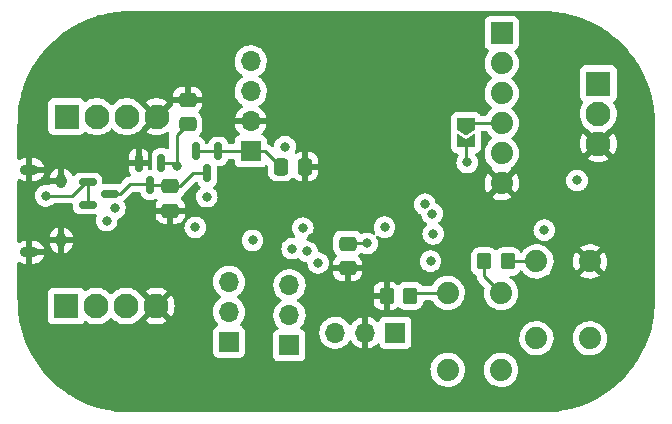
<source format=gbr>
%TF.GenerationSoftware,KiCad,Pcbnew,6.0.11-2627ca5db0~126~ubuntu22.04.1*%
%TF.CreationDate,2023-03-06T03:58:19-05:00*%
%TF.ProjectId,canbus-ds1820,63616e62-7573-42d6-9473-313832302e6b,1.0*%
%TF.SameCoordinates,Original*%
%TF.FileFunction,Copper,L4,Bot*%
%TF.FilePolarity,Positive*%
%FSLAX46Y46*%
G04 Gerber Fmt 4.6, Leading zero omitted, Abs format (unit mm)*
G04 Created by KiCad (PCBNEW 6.0.11-2627ca5db0~126~ubuntu22.04.1) date 2023-03-06 03:58:19*
%MOMM*%
%LPD*%
G01*
G04 APERTURE LIST*
G04 Aperture macros list*
%AMRoundRect*
0 Rectangle with rounded corners*
0 $1 Rounding radius*
0 $2 $3 $4 $5 $6 $7 $8 $9 X,Y pos of 4 corners*
0 Add a 4 corners polygon primitive as box body*
4,1,4,$2,$3,$4,$5,$6,$7,$8,$9,$2,$3,0*
0 Add four circle primitives for the rounded corners*
1,1,$1+$1,$2,$3*
1,1,$1+$1,$4,$5*
1,1,$1+$1,$6,$7*
1,1,$1+$1,$8,$9*
0 Add four rect primitives between the rounded corners*
20,1,$1+$1,$2,$3,$4,$5,0*
20,1,$1+$1,$4,$5,$6,$7,0*
20,1,$1+$1,$6,$7,$8,$9,0*
20,1,$1+$1,$8,$9,$2,$3,0*%
%AMFreePoly0*
4,1,6,1.000000,0.000000,0.500000,-0.750000,-0.500000,-0.750000,-0.500000,0.750000,0.500000,0.750000,1.000000,0.000000,1.000000,0.000000,$1*%
%AMFreePoly1*
4,1,6,0.500000,-0.750000,-0.650000,-0.750000,-0.150000,0.000000,-0.650000,0.750000,0.500000,0.750000,0.500000,-0.750000,0.500000,-0.750000,$1*%
G04 Aperture macros list end*
%TA.AperFunction,ComponentPad*%
%ADD10C,1.879600*%
%TD*%
%TA.AperFunction,ComponentPad*%
%ADD11R,1.700000X1.700000*%
%TD*%
%TA.AperFunction,ComponentPad*%
%ADD12O,1.700000X1.700000*%
%TD*%
%TA.AperFunction,ComponentPad*%
%ADD13R,2.100000X2.100000*%
%TD*%
%TA.AperFunction,ComponentPad*%
%ADD14C,2.100000*%
%TD*%
%TA.AperFunction,ComponentPad*%
%ADD15R,1.879600X1.879600*%
%TD*%
%TA.AperFunction,ComponentPad*%
%ADD16O,0.950000X1.250000*%
%TD*%
%TA.AperFunction,ComponentPad*%
%ADD17O,1.550000X0.890000*%
%TD*%
%TA.AperFunction,SMDPad,CuDef*%
%ADD18RoundRect,0.250000X-0.337500X-0.475000X0.337500X-0.475000X0.337500X0.475000X-0.337500X0.475000X0*%
%TD*%
%TA.AperFunction,SMDPad,CuDef*%
%ADD19RoundRect,0.150000X-0.150000X0.587500X-0.150000X-0.587500X0.150000X-0.587500X0.150000X0.587500X0*%
%TD*%
%TA.AperFunction,SMDPad,CuDef*%
%ADD20RoundRect,0.250000X0.350000X0.450000X-0.350000X0.450000X-0.350000X-0.450000X0.350000X-0.450000X0*%
%TD*%
%TA.AperFunction,SMDPad,CuDef*%
%ADD21RoundRect,0.250000X0.475000X-0.337500X0.475000X0.337500X-0.475000X0.337500X-0.475000X-0.337500X0*%
%TD*%
%TA.AperFunction,SMDPad,CuDef*%
%ADD22RoundRect,0.250000X-0.475000X0.337500X-0.475000X-0.337500X0.475000X-0.337500X0.475000X0.337500X0*%
%TD*%
%TA.AperFunction,SMDPad,CuDef*%
%ADD23RoundRect,0.150000X-0.587500X-0.150000X0.587500X-0.150000X0.587500X0.150000X-0.587500X0.150000X0*%
%TD*%
%TA.AperFunction,SMDPad,CuDef*%
%ADD24FreePoly0,270.000000*%
%TD*%
%TA.AperFunction,SMDPad,CuDef*%
%ADD25FreePoly1,270.000000*%
%TD*%
%TA.AperFunction,SMDPad,CuDef*%
%ADD26RoundRect,0.250000X-0.350000X-0.450000X0.350000X-0.450000X0.350000X0.450000X-0.350000X0.450000X0*%
%TD*%
%TA.AperFunction,ViaPad*%
%ADD27C,0.800000*%
%TD*%
%TA.AperFunction,Conductor*%
%ADD28C,0.250000*%
%TD*%
G04 APERTURE END LIST*
D10*
%TO.P,S2,1,1*%
%TO.N,GND*%
X103960600Y-90323800D03*
%TO.P,S2,2,1*%
%TO.N,unconnected-(S2-Pad2)*%
X103960600Y-96826200D03*
%TO.P,S2,3,2*%
%TO.N,~{RESET}*%
X99439400Y-90323800D03*
%TO.P,S2,4,2*%
%TO.N,unconnected-(S2-Pad4)*%
X99439400Y-96826200D03*
%TD*%
D11*
%TO.P,JP1,1,A*%
%TO.N,CAN_RX*%
X73400000Y-97140000D03*
D12*
%TO.P,JP1,2,C*%
%TO.N,Net-(JP1-Pad2)*%
X73400000Y-94600000D03*
%TO.P,JP1,3,B*%
%TO.N,USB_D-*%
X73400000Y-92060000D03*
%TD*%
D13*
%TO.P,J6,1,Pin_1*%
%TO.N,+BATT*%
X59625000Y-94100000D03*
D14*
%TO.P,J6,2,Pin_2*%
%TO.N,CANH*%
X62165000Y-94100000D03*
%TO.P,J6,3,Pin_3*%
%TO.N,CANL*%
X64705000Y-94100000D03*
%TO.P,J6,4,Pin_4*%
%TO.N,GND*%
X67245000Y-94100000D03*
%TD*%
D13*
%TO.P,J4,1,Pin_1*%
%TO.N,+3V3*%
X104675000Y-75285000D03*
D14*
%TO.P,J4,2,Pin_2*%
%TO.N,DQ*%
X104675000Y-77825000D03*
%TO.P,J4,3,Pin_3*%
%TO.N,GND*%
X104675000Y-80365000D03*
%TD*%
D11*
%TO.P,J2,1,Pin_1*%
%TO.N,SWDIO*%
X87490000Y-96350000D03*
D12*
%TO.P,J2,2,Pin_2*%
%TO.N,GND*%
X84950000Y-96350000D03*
%TO.P,J2,3,Pin_3*%
%TO.N,SWDCLK*%
X82410000Y-96350000D03*
%TD*%
D10*
%TO.P,S1,1,1*%
%TO.N,+3V3*%
X96435600Y-92998800D03*
%TO.P,S1,2,1*%
%TO.N,unconnected-(S1-Pad2)*%
X96435600Y-99501200D03*
%TO.P,S1,3,2*%
%TO.N,Net-(R1-Pad1)*%
X91914400Y-92998800D03*
%TO.P,S1,4,2*%
%TO.N,unconnected-(S1-Pad4)*%
X91914400Y-99501200D03*
%TD*%
D15*
%TO.P,J3,1,DTR*%
%TO.N,unconnected-(J3-Pad1)*%
X96500000Y-70990000D03*
D10*
%TO.P,J3,2,RXD*%
%TO.N,RXD2*%
X96500000Y-73530000D03*
%TO.P,J3,3,TXD*%
%TO.N,TXD2*%
X96500000Y-76070000D03*
%TO.P,J3,4,VCC*%
%TO.N,Net-(J3-Pad4)*%
X96500000Y-78610000D03*
%TO.P,J3,5,CTS*%
%TO.N,unconnected-(J3-Pad5)*%
X96500000Y-81150000D03*
%TO.P,J3,6,GND*%
%TO.N,GND*%
X96500000Y-83690000D03*
%TD*%
D13*
%TO.P,J5,1,Pin_1*%
%TO.N,+BATT*%
X59660000Y-78075000D03*
D14*
%TO.P,J5,2,Pin_2*%
%TO.N,CANH*%
X62200000Y-78075000D03*
%TO.P,J5,3,Pin_3*%
%TO.N,CANL*%
X64740000Y-78075000D03*
%TO.P,J5,4,Pin_4*%
%TO.N,GND*%
X67280000Y-78075000D03*
%TD*%
D11*
%TO.P,U3,1,Vout*%
%TO.N,+5V*%
X75247300Y-81002600D03*
D12*
%TO.P,U3,2,GND*%
%TO.N,GND*%
X75247300Y-78462600D03*
%TO.P,U3,3,Vin*%
%TO.N,+12V*%
X75247300Y-75922600D03*
%TO.P,U3,4,EN*%
%TO.N,unconnected-(U3-Pad4)*%
X75247300Y-73382600D03*
%TD*%
D16*
%TO.P,J1,6,Shield*%
%TO.N,GND*%
X59210000Y-83550000D03*
D17*
X56510000Y-82550000D03*
X56510000Y-89550000D03*
D16*
X59210000Y-88550000D03*
%TD*%
D11*
%TO.P,JP2,1,A*%
%TO.N,CAN_TX*%
X78525000Y-97425000D03*
D12*
%TO.P,JP2,2,C*%
%TO.N,Net-(JP2-Pad2)*%
X78525000Y-94885000D03*
%TO.P,JP2,3,B*%
%TO.N,USB_D+*%
X78525000Y-92345000D03*
%TD*%
D18*
%TO.P,C7,1*%
%TO.N,+5V*%
X77787500Y-82300000D03*
%TO.P,C7,2*%
%TO.N,GND*%
X79862500Y-82300000D03*
%TD*%
D19*
%TO.P,U1,1,GND*%
%TO.N,GND*%
X65775000Y-81987500D03*
%TO.P,U1,2,VO*%
%TO.N,+3V3*%
X67675000Y-81987500D03*
%TO.P,U1,3,VI*%
%TO.N,+5VP*%
X66725000Y-83862500D03*
%TD*%
D20*
%TO.P,R1,1*%
%TO.N,Net-(R1-Pad1)*%
X88750000Y-93250000D03*
%TO.P,R1,2*%
%TO.N,GND*%
X86750000Y-93250000D03*
%TD*%
D21*
%TO.P,C2,1*%
%TO.N,GND*%
X83450000Y-90887500D03*
%TO.P,C2,2*%
%TO.N,+3V3*%
X83450000Y-88812500D03*
%TD*%
%TO.P,C4,1*%
%TO.N,+3V3*%
X69900000Y-78712500D03*
%TO.P,C4,2*%
%TO.N,GND*%
X69900000Y-76637500D03*
%TD*%
D22*
%TO.P,C1,1*%
%TO.N,+5VP*%
X68425000Y-83950000D03*
%TO.P,C1,2*%
%TO.N,GND*%
X68425000Y-86025000D03*
%TD*%
D23*
%TO.P,Q2,1,G*%
%TO.N,VBUS*%
X61437500Y-85525000D03*
%TO.P,Q2,2,S*%
X61437500Y-83625000D03*
%TO.P,Q2,3,D*%
%TO.N,+5VP*%
X63312500Y-84575000D03*
%TD*%
D19*
%TO.P,Q1,1,G*%
%TO.N,+5V*%
X70600000Y-81000000D03*
%TO.P,Q1,2,S*%
X72500000Y-81000000D03*
%TO.P,Q1,3,D*%
%TO.N,+5VP*%
X71550000Y-82875000D03*
%TD*%
D24*
%TO.P,JP3,1,A*%
%TO.N,Net-(J3-Pad4)*%
X93475000Y-78700000D03*
D25*
%TO.P,JP3,2,B*%
%TO.N,+3V3*%
X93475000Y-80150000D03*
%TD*%
D26*
%TO.P,R2,1*%
%TO.N,+3V3*%
X95000000Y-90325000D03*
%TO.P,R2,2*%
%TO.N,~{RESET}*%
X97000000Y-90325000D03*
%TD*%
D27*
%TO.N,DQ*%
X102875000Y-83455000D03*
%TO.N,PCTLZ*%
X100100000Y-87670000D03*
X86580000Y-87430000D03*
%TO.N,DQ*%
X90700000Y-87990000D03*
%TO.N,GND*%
X80450000Y-88350000D03*
X72725000Y-70575000D03*
X93350000Y-91850000D03*
X80600000Y-85425000D03*
X75300000Y-86775000D03*
%TO.N,+3V3*%
X78150000Y-80600000D03*
X85100000Y-88800000D03*
X93575000Y-81950000D03*
X78750000Y-89250000D03*
X68975000Y-82275000D03*
%TO.N,VBUS*%
X57884502Y-84775000D03*
%TO.N,USB_D-*%
X63750000Y-85825000D03*
%TO.N,USB_D+*%
X63050000Y-86875000D03*
%TO.N,CAN_RX*%
X71525000Y-84850000D03*
%TO.N,Net-(JP1-Pad2)*%
X80025000Y-89475000D03*
%TO.N,CAN_TX*%
X75400000Y-88550000D03*
%TO.N,Net-(JP2-Pad2)*%
X80950000Y-90450000D03*
%TO.N,CAN_STBY*%
X70550000Y-87450000D03*
X79650000Y-87500000D03*
%TO.N,TXD2*%
X90600000Y-86275000D03*
%TO.N,RXD2*%
X89990592Y-85482770D03*
%TO.N,~{RESET}*%
X90475000Y-90300000D03*
%TD*%
D28*
%TO.N,+3V3*%
X83462500Y-88800000D02*
X83450000Y-88812500D01*
X68687500Y-81987500D02*
X68975000Y-82275000D01*
X85100000Y-88800000D02*
X83462500Y-88800000D01*
X67675000Y-81987500D02*
X68687500Y-81987500D01*
X68975000Y-79650000D02*
X68975000Y-82275000D01*
X69900000Y-78725000D02*
X68975000Y-79650000D01*
X95000000Y-90325000D02*
X95000000Y-91563200D01*
X93475000Y-80150000D02*
X93475000Y-81850000D01*
X93475000Y-81850000D02*
X93575000Y-81950000D01*
X95000000Y-91563200D02*
X96435600Y-92998800D01*
X69900000Y-78712500D02*
X69900000Y-78725000D01*
%TO.N,+5VP*%
X63312500Y-84575000D02*
X64200000Y-84575000D01*
X64200000Y-84575000D02*
X65000000Y-83775000D01*
X68425000Y-83950000D02*
X69300000Y-83950000D01*
X65000000Y-83775000D02*
X66675000Y-83775000D01*
X70375000Y-82875000D02*
X71550000Y-82875000D01*
X69300000Y-83950000D02*
X70375000Y-82875000D01*
X68337500Y-83862500D02*
X68425000Y-83950000D01*
X66725000Y-83862500D02*
X68337500Y-83862500D01*
%TO.N,+5V*%
X77787500Y-82300000D02*
X76490100Y-81002600D01*
X72500000Y-81000000D02*
X72502600Y-81002600D01*
X72500000Y-81000000D02*
X70600000Y-81000000D01*
X76490100Y-81002600D02*
X75247300Y-81002600D01*
X72502600Y-81002600D02*
X75247300Y-81002600D01*
%TO.N,VBUS*%
X57884502Y-84775000D02*
X60125000Y-84775000D01*
X60125000Y-84775000D02*
X61275000Y-83625000D01*
X61437500Y-85525000D02*
X61437500Y-83625000D01*
X61275000Y-83625000D02*
X61437500Y-83625000D01*
%TO.N,Net-(R1-Pad1)*%
X89001200Y-92998800D02*
X91914400Y-92998800D01*
X88750000Y-93250000D02*
X89001200Y-92998800D01*
%TO.N,~{RESET}*%
X99438200Y-90325000D02*
X99439400Y-90323800D01*
X97000000Y-90325000D02*
X99438200Y-90325000D01*
%TO.N,Net-(J3-Pad4)*%
X93565000Y-78610000D02*
X96500000Y-78610000D01*
X93475000Y-78700000D02*
X93565000Y-78610000D01*
%TD*%
%TA.AperFunction,Conductor*%
%TO.N,GND*%
G36*
X99961288Y-69127468D02*
G01*
X99976121Y-69129778D01*
X99976125Y-69129778D01*
X99984994Y-69131159D01*
X100008118Y-69128135D01*
X100028399Y-69127135D01*
X100583290Y-69144571D01*
X100591190Y-69145068D01*
X100925772Y-69176694D01*
X101176940Y-69200436D01*
X101184776Y-69201426D01*
X101505358Y-69252200D01*
X101765890Y-69293463D01*
X101773666Y-69294946D01*
X102347862Y-69423292D01*
X102355528Y-69425261D01*
X102756319Y-69541700D01*
X102779571Y-69548455D01*
X102920513Y-69589402D01*
X102928030Y-69591844D01*
X103267511Y-69714064D01*
X103481618Y-69791147D01*
X103488977Y-69794061D01*
X104028934Y-70027719D01*
X104036096Y-70031089D01*
X104036116Y-70031099D01*
X104560326Y-70298195D01*
X104567247Y-70301999D01*
X105073704Y-70601514D01*
X105080367Y-70605743D01*
X105080387Y-70605757D01*
X105566975Y-70936440D01*
X105573379Y-70941092D01*
X106038283Y-71301707D01*
X106044382Y-71306753D01*
X106485706Y-71695829D01*
X106491476Y-71701247D01*
X106907503Y-72117272D01*
X106912922Y-72123042D01*
X107195228Y-72443252D01*
X107302018Y-72564381D01*
X107307063Y-72570481D01*
X107667664Y-73035363D01*
X107672317Y-73041766D01*
X107765262Y-73178529D01*
X107976505Y-73489361D01*
X108003025Y-73528384D01*
X108007261Y-73535060D01*
X108283187Y-74001620D01*
X108306760Y-74041480D01*
X108310568Y-74048407D01*
X108469253Y-74359840D01*
X108577686Y-74572650D01*
X108581055Y-74579809D01*
X108804094Y-75095217D01*
X108814720Y-75119773D01*
X108817632Y-75127128D01*
X108970595Y-75551995D01*
X109016933Y-75680701D01*
X109019378Y-75688226D01*
X109169674Y-76205539D01*
X109183529Y-76253229D01*
X109185494Y-76260886D01*
X109212902Y-76383500D01*
X109313838Y-76835057D01*
X109315322Y-76842832D01*
X109379511Y-77248091D01*
X109395689Y-77350230D01*
X109407366Y-77423956D01*
X109408357Y-77431804D01*
X109409180Y-77440505D01*
X109463728Y-78017550D01*
X109464225Y-78025450D01*
X109481416Y-78572430D01*
X109479978Y-78595771D01*
X109478958Y-78602319D01*
X109478958Y-78602325D01*
X109477577Y-78611194D01*
X109478741Y-78620096D01*
X109478741Y-78620098D01*
X109481704Y-78642753D01*
X109482768Y-78659091D01*
X109482768Y-93568101D01*
X109481268Y-93587486D01*
X109478958Y-93602319D01*
X109478958Y-93602323D01*
X109477577Y-93611192D01*
X109478741Y-93620094D01*
X109478741Y-93620096D01*
X109480599Y-93634302D01*
X109481601Y-93654597D01*
X109464163Y-94209486D01*
X109463666Y-94217385D01*
X109424704Y-94629570D01*
X109409566Y-94789715D01*
X109408298Y-94803125D01*
X109407307Y-94810970D01*
X109378714Y-94991500D01*
X109315265Y-95392100D01*
X109313786Y-95399856D01*
X109185432Y-95974073D01*
X109183475Y-95981694D01*
X109019888Y-96544767D01*
X109019326Y-96546701D01*
X109016884Y-96554217D01*
X108948124Y-96745206D01*
X108817583Y-97107797D01*
X108814669Y-97115156D01*
X108623865Y-97556081D01*
X108597749Y-97616433D01*
X108581009Y-97655116D01*
X108577646Y-97662264D01*
X108398761Y-98013344D01*
X108310531Y-98186504D01*
X108306718Y-98193440D01*
X108007221Y-98699863D01*
X108002979Y-98706547D01*
X107954693Y-98777598D01*
X107672280Y-99193156D01*
X107672279Y-99193157D01*
X107667632Y-99199553D01*
X107307007Y-99664469D01*
X107301985Y-99670538D01*
X106979627Y-100036182D01*
X106912888Y-100111882D01*
X106907469Y-100117652D01*
X106491452Y-100533669D01*
X106485682Y-100539088D01*
X106044338Y-100928185D01*
X106038269Y-100933207D01*
X105885778Y-101051491D01*
X105573360Y-101293827D01*
X105566957Y-101298479D01*
X105080347Y-101629179D01*
X105073663Y-101633421D01*
X104567240Y-101932918D01*
X104560306Y-101936730D01*
X104036064Y-102203846D01*
X104028916Y-102207209D01*
X103488956Y-102440869D01*
X103481597Y-102443783D01*
X103204813Y-102543431D01*
X102928017Y-102643084D01*
X102920513Y-102645522D01*
X102355494Y-102809675D01*
X102347873Y-102811632D01*
X101773656Y-102939986D01*
X101765900Y-102941465D01*
X101431794Y-102994382D01*
X101184770Y-103033507D01*
X101176931Y-103034497D01*
X101011993Y-103050088D01*
X100591185Y-103089866D01*
X100583286Y-103090363D01*
X100035968Y-103107563D01*
X100012626Y-103106125D01*
X100006418Y-103105158D01*
X100006413Y-103105158D01*
X99997544Y-103103777D01*
X99988642Y-103104941D01*
X99988640Y-103104941D01*
X99974434Y-103106799D01*
X99965982Y-103107904D01*
X99949647Y-103108968D01*
X65040635Y-103108968D01*
X65021250Y-103107468D01*
X65006417Y-103105158D01*
X65006413Y-103105158D01*
X64997544Y-103103777D01*
X64988642Y-103104941D01*
X64988640Y-103104941D01*
X64980844Y-103105961D01*
X64974431Y-103106799D01*
X64954139Y-103107801D01*
X64399250Y-103090363D01*
X64391350Y-103089866D01*
X64054942Y-103058066D01*
X63805601Y-103034496D01*
X63797766Y-103033506D01*
X63216644Y-102941466D01*
X63208876Y-102939983D01*
X62634686Y-102811636D01*
X62627019Y-102809668D01*
X62356376Y-102731039D01*
X62062023Y-102645522D01*
X62054520Y-102643084D01*
X61500924Y-102443777D01*
X61493594Y-102440875D01*
X60953604Y-102207201D01*
X60946472Y-102203845D01*
X60422231Y-101936730D01*
X60415295Y-101932917D01*
X59908873Y-101633420D01*
X59902190Y-101629178D01*
X59415579Y-101298478D01*
X59409182Y-101293831D01*
X58944266Y-100933206D01*
X58938197Y-100928184D01*
X58496861Y-100539094D01*
X58491091Y-100533676D01*
X58075058Y-100117644D01*
X58069639Y-100111873D01*
X57680550Y-99670538D01*
X57675528Y-99664469D01*
X57521343Y-99465694D01*
X90461570Y-99465694D01*
X90461867Y-99470846D01*
X90461867Y-99470850D01*
X90467902Y-99575513D01*
X90475279Y-99703455D01*
X90476416Y-99708501D01*
X90476417Y-99708507D01*
X90509511Y-99855356D01*
X90527637Y-99935785D01*
X90529579Y-99940567D01*
X90529580Y-99940571D01*
X90599142Y-100111882D01*
X90617237Y-100156444D01*
X90741674Y-100359506D01*
X90897604Y-100539517D01*
X91080842Y-100691644D01*
X91085294Y-100694246D01*
X91085299Y-100694249D01*
X91183733Y-100751769D01*
X91286465Y-100811801D01*
X91508952Y-100896760D01*
X91514018Y-100897791D01*
X91514019Y-100897791D01*
X91568356Y-100908846D01*
X91742328Y-100944241D01*
X91876521Y-100949162D01*
X91975160Y-100952779D01*
X91975164Y-100952779D01*
X91980324Y-100952968D01*
X91985444Y-100952312D01*
X91985446Y-100952312D01*
X92211423Y-100923364D01*
X92211424Y-100923364D01*
X92216551Y-100922707D01*
X92299600Y-100897791D01*
X92439716Y-100855754D01*
X92439717Y-100855753D01*
X92444662Y-100854270D01*
X92658533Y-100749495D01*
X92662736Y-100746497D01*
X92662741Y-100746494D01*
X92848216Y-100614196D01*
X92848218Y-100614194D01*
X92852420Y-100611197D01*
X93021116Y-100443089D01*
X93160090Y-100249686D01*
X93206174Y-100156444D01*
X93263317Y-100040824D01*
X93263318Y-100040822D01*
X93265611Y-100036182D01*
X93334843Y-99808311D01*
X93349328Y-99698286D01*
X93365492Y-99575513D01*
X93365492Y-99575509D01*
X93365929Y-99572192D01*
X93367664Y-99501200D01*
X93364745Y-99465694D01*
X94982770Y-99465694D01*
X94983067Y-99470846D01*
X94983067Y-99470850D01*
X94989102Y-99575513D01*
X94996479Y-99703455D01*
X94997616Y-99708501D01*
X94997617Y-99708507D01*
X95030711Y-99855356D01*
X95048837Y-99935785D01*
X95050779Y-99940567D01*
X95050780Y-99940571D01*
X95120342Y-100111882D01*
X95138437Y-100156444D01*
X95262874Y-100359506D01*
X95418804Y-100539517D01*
X95602042Y-100691644D01*
X95606494Y-100694246D01*
X95606499Y-100694249D01*
X95704933Y-100751769D01*
X95807665Y-100811801D01*
X96030152Y-100896760D01*
X96035218Y-100897791D01*
X96035219Y-100897791D01*
X96089556Y-100908846D01*
X96263528Y-100944241D01*
X96397721Y-100949162D01*
X96496360Y-100952779D01*
X96496364Y-100952779D01*
X96501524Y-100952968D01*
X96506644Y-100952312D01*
X96506646Y-100952312D01*
X96732623Y-100923364D01*
X96732624Y-100923364D01*
X96737751Y-100922707D01*
X96820800Y-100897791D01*
X96960916Y-100855754D01*
X96960917Y-100855753D01*
X96965862Y-100854270D01*
X97179733Y-100749495D01*
X97183936Y-100746497D01*
X97183941Y-100746494D01*
X97369416Y-100614196D01*
X97369418Y-100614194D01*
X97373620Y-100611197D01*
X97542316Y-100443089D01*
X97681290Y-100249686D01*
X97727374Y-100156444D01*
X97784517Y-100040824D01*
X97784518Y-100040822D01*
X97786811Y-100036182D01*
X97856043Y-99808311D01*
X97870528Y-99698286D01*
X97886692Y-99575513D01*
X97886692Y-99575509D01*
X97887129Y-99572192D01*
X97888864Y-99501200D01*
X97869350Y-99263844D01*
X97811331Y-99032863D01*
X97716367Y-98814459D01*
X97699294Y-98788067D01*
X97589816Y-98618842D01*
X97587006Y-98614498D01*
X97426724Y-98438350D01*
X97422673Y-98435151D01*
X97422669Y-98435147D01*
X97243878Y-98293947D01*
X97243873Y-98293944D01*
X97239824Y-98290746D01*
X97235308Y-98288253D01*
X97235305Y-98288251D01*
X97035850Y-98178146D01*
X97035846Y-98178144D01*
X97031326Y-98175649D01*
X97026457Y-98173925D01*
X97026453Y-98173923D01*
X96811705Y-98097876D01*
X96811701Y-98097875D01*
X96806830Y-98096150D01*
X96801740Y-98095243D01*
X96801735Y-98095242D01*
X96674414Y-98072564D01*
X96572364Y-98054386D01*
X96483237Y-98053297D01*
X96339395Y-98051539D01*
X96339393Y-98051539D01*
X96334225Y-98051476D01*
X96098809Y-98087500D01*
X95872438Y-98161489D01*
X95867846Y-98163879D01*
X95867847Y-98163879D01*
X95714146Y-98243891D01*
X95661190Y-98271458D01*
X95657057Y-98274561D01*
X95657054Y-98274563D01*
X95474875Y-98411347D01*
X95470740Y-98414452D01*
X95306202Y-98586631D01*
X95171994Y-98783372D01*
X95071722Y-98999391D01*
X95008077Y-99228885D01*
X95007528Y-99234019D01*
X95007528Y-99234021D01*
X95002049Y-99285289D01*
X94982770Y-99465694D01*
X93364745Y-99465694D01*
X93348150Y-99263844D01*
X93290131Y-99032863D01*
X93195167Y-98814459D01*
X93178094Y-98788067D01*
X93068616Y-98618842D01*
X93065806Y-98614498D01*
X92905524Y-98438350D01*
X92901473Y-98435151D01*
X92901469Y-98435147D01*
X92722678Y-98293947D01*
X92722673Y-98293944D01*
X92718624Y-98290746D01*
X92714108Y-98288253D01*
X92714105Y-98288251D01*
X92514650Y-98178146D01*
X92514646Y-98178144D01*
X92510126Y-98175649D01*
X92505257Y-98173925D01*
X92505253Y-98173923D01*
X92290505Y-98097876D01*
X92290501Y-98097875D01*
X92285630Y-98096150D01*
X92280540Y-98095243D01*
X92280535Y-98095242D01*
X92153214Y-98072564D01*
X92051164Y-98054386D01*
X91962037Y-98053297D01*
X91818195Y-98051539D01*
X91818193Y-98051539D01*
X91813025Y-98051476D01*
X91577609Y-98087500D01*
X91351238Y-98161489D01*
X91346646Y-98163879D01*
X91346647Y-98163879D01*
X91192946Y-98243891D01*
X91139990Y-98271458D01*
X91135857Y-98274561D01*
X91135854Y-98274563D01*
X90953675Y-98411347D01*
X90949540Y-98414452D01*
X90785002Y-98586631D01*
X90650794Y-98783372D01*
X90550522Y-98999391D01*
X90486877Y-99228885D01*
X90486328Y-99234019D01*
X90486328Y-99234021D01*
X90480849Y-99285289D01*
X90461570Y-99465694D01*
X57521343Y-99465694D01*
X57314902Y-99199552D01*
X57310255Y-99193156D01*
X56979547Y-98706534D01*
X56975306Y-98699850D01*
X56675822Y-98193452D01*
X56672008Y-98186516D01*
X56658437Y-98159882D01*
X56404888Y-97662263D01*
X56401532Y-97655131D01*
X56167857Y-97115140D01*
X56164955Y-97107811D01*
X55965648Y-96554216D01*
X55963206Y-96546701D01*
X55962645Y-96544767D01*
X55799057Y-95981694D01*
X55797100Y-95974073D01*
X55668746Y-95399856D01*
X55667267Y-95392100D01*
X55636546Y-95198134D01*
X58066500Y-95198134D01*
X58073255Y-95260316D01*
X58124385Y-95396705D01*
X58211739Y-95513261D01*
X58328295Y-95600615D01*
X58464684Y-95651745D01*
X58526866Y-95658500D01*
X60723134Y-95658500D01*
X60785316Y-95651745D01*
X60921705Y-95600615D01*
X61038261Y-95513261D01*
X61111128Y-95416035D01*
X61167988Y-95373521D01*
X61238806Y-95368496D01*
X61277788Y-95384168D01*
X61303420Y-95399875D01*
X61455268Y-95492927D01*
X61526946Y-95522617D01*
X61677335Y-95584911D01*
X61677337Y-95584912D01*
X61681908Y-95586805D01*
X61716997Y-95595229D01*
X61915630Y-95642917D01*
X61915636Y-95642918D01*
X61920443Y-95644072D01*
X62165000Y-95663319D01*
X62409557Y-95644072D01*
X62414364Y-95642918D01*
X62414370Y-95642917D01*
X62613003Y-95595229D01*
X62648092Y-95586805D01*
X62652663Y-95584912D01*
X62652665Y-95584911D01*
X62803054Y-95522617D01*
X62874732Y-95492927D01*
X63026580Y-95399875D01*
X63079670Y-95367342D01*
X63079673Y-95367340D01*
X63083896Y-95364752D01*
X63089819Y-95359694D01*
X63266677Y-95208641D01*
X63270433Y-95205433D01*
X63302456Y-95167939D01*
X63339189Y-95124931D01*
X63398640Y-95086122D01*
X63469635Y-95085616D01*
X63530811Y-95124931D01*
X63567544Y-95167939D01*
X63599567Y-95205433D01*
X63603323Y-95208641D01*
X63780182Y-95359694D01*
X63786104Y-95364752D01*
X63790327Y-95367340D01*
X63790330Y-95367342D01*
X63843420Y-95399875D01*
X63995268Y-95492927D01*
X64066946Y-95522617D01*
X64217335Y-95584911D01*
X64217337Y-95584912D01*
X64221908Y-95586805D01*
X64256997Y-95595229D01*
X64455630Y-95642917D01*
X64455636Y-95642918D01*
X64460443Y-95644072D01*
X64705000Y-95663319D01*
X64949557Y-95644072D01*
X64954364Y-95642918D01*
X64954370Y-95642917D01*
X65153003Y-95595229D01*
X65188092Y-95586805D01*
X65192663Y-95584912D01*
X65192665Y-95584911D01*
X65343054Y-95522617D01*
X65414732Y-95492927D01*
X65566580Y-95399875D01*
X65616915Y-95369030D01*
X66340800Y-95369030D01*
X66346527Y-95376680D01*
X66531272Y-95489893D01*
X66540067Y-95494375D01*
X66757490Y-95584434D01*
X66766875Y-95587483D01*
X66995708Y-95642422D01*
X67005455Y-95643965D01*
X67240070Y-95662430D01*
X67249930Y-95662430D01*
X67484545Y-95643965D01*
X67494292Y-95642422D01*
X67723125Y-95587483D01*
X67732510Y-95584434D01*
X67949933Y-95494375D01*
X67958728Y-95489893D01*
X68139805Y-95378928D01*
X68149267Y-95368470D01*
X68145484Y-95359694D01*
X67257812Y-94472022D01*
X67243868Y-94464408D01*
X67242035Y-94464539D01*
X67235420Y-94468790D01*
X66347560Y-95356650D01*
X66340800Y-95369030D01*
X65616915Y-95369030D01*
X65619670Y-95367342D01*
X65619673Y-95367340D01*
X65623896Y-95364752D01*
X65629819Y-95359694D01*
X65806677Y-95208641D01*
X65810433Y-95205433D01*
X65969752Y-95018896D01*
X65971190Y-95016549D01*
X65982605Y-95003185D01*
X66872978Y-94112812D01*
X66879356Y-94101132D01*
X67609408Y-94101132D01*
X67609539Y-94102965D01*
X67613790Y-94109580D01*
X68501650Y-94997440D01*
X68514030Y-95004200D01*
X68521680Y-94998473D01*
X68634893Y-94813728D01*
X68639375Y-94804933D01*
X68729434Y-94587510D01*
X68732483Y-94578125D01*
X68735227Y-94566695D01*
X72037251Y-94566695D01*
X72037548Y-94571848D01*
X72037548Y-94571851D01*
X72043202Y-94669908D01*
X72050110Y-94789715D01*
X72051247Y-94794761D01*
X72051248Y-94794767D01*
X72062921Y-94846562D01*
X72099222Y-95007639D01*
X72146849Y-95124931D01*
X72177174Y-95199612D01*
X72183266Y-95214616D01*
X72211271Y-95260316D01*
X72295362Y-95397540D01*
X72299987Y-95405088D01*
X72446250Y-95573938D01*
X72450230Y-95577242D01*
X72454981Y-95581187D01*
X72494616Y-95640090D01*
X72496113Y-95711071D01*
X72458997Y-95771593D01*
X72418724Y-95796112D01*
X72303295Y-95839385D01*
X72186739Y-95926739D01*
X72099385Y-96043295D01*
X72048255Y-96179684D01*
X72041500Y-96241866D01*
X72041500Y-98038134D01*
X72048255Y-98100316D01*
X72099385Y-98236705D01*
X72186739Y-98353261D01*
X72303295Y-98440615D01*
X72439684Y-98491745D01*
X72501866Y-98498500D01*
X74298134Y-98498500D01*
X74360316Y-98491745D01*
X74496705Y-98440615D01*
X74613261Y-98353261D01*
X74700615Y-98236705D01*
X74751745Y-98100316D01*
X74758500Y-98038134D01*
X74758500Y-96241866D01*
X74751745Y-96179684D01*
X74700615Y-96043295D01*
X74613261Y-95926739D01*
X74496705Y-95839385D01*
X74484132Y-95834672D01*
X74378203Y-95794960D01*
X74321439Y-95752318D01*
X74296739Y-95685756D01*
X74311947Y-95616408D01*
X74333493Y-95587727D01*
X74403186Y-95518277D01*
X74438096Y-95483489D01*
X74470287Y-95438691D01*
X74565435Y-95306277D01*
X74568453Y-95302077D01*
X74589093Y-95260316D01*
X74665136Y-95106453D01*
X74665137Y-95106451D01*
X74667430Y-95101811D01*
X74732370Y-94888069D01*
X74737159Y-94851695D01*
X77162251Y-94851695D01*
X77162548Y-94856848D01*
X77162548Y-94856851D01*
X77173960Y-95054771D01*
X77175110Y-95074715D01*
X77176247Y-95079761D01*
X77176248Y-95079767D01*
X77186427Y-95124931D01*
X77224222Y-95292639D01*
X77271467Y-95408990D01*
X77306319Y-95494820D01*
X77308266Y-95499616D01*
X77319925Y-95518642D01*
X77419648Y-95681375D01*
X77424987Y-95690088D01*
X77571250Y-95858938D01*
X77575230Y-95862242D01*
X77579981Y-95866187D01*
X77619616Y-95925090D01*
X77621113Y-95996071D01*
X77583997Y-96056593D01*
X77543725Y-96081112D01*
X77458486Y-96113067D01*
X77428295Y-96124385D01*
X77311739Y-96211739D01*
X77224385Y-96328295D01*
X77173255Y-96464684D01*
X77166500Y-96526866D01*
X77166500Y-98323134D01*
X77173255Y-98385316D01*
X77224385Y-98521705D01*
X77311739Y-98638261D01*
X77428295Y-98725615D01*
X77564684Y-98776745D01*
X77626866Y-98783500D01*
X79423134Y-98783500D01*
X79485316Y-98776745D01*
X79621705Y-98725615D01*
X79738261Y-98638261D01*
X79825615Y-98521705D01*
X79876745Y-98385316D01*
X79883500Y-98323134D01*
X79883500Y-96526866D01*
X79876745Y-96464684D01*
X79825615Y-96328295D01*
X79816921Y-96316695D01*
X81047251Y-96316695D01*
X81047548Y-96321848D01*
X81047548Y-96321851D01*
X81053011Y-96416590D01*
X81060110Y-96539715D01*
X81061247Y-96544761D01*
X81061248Y-96544767D01*
X81071182Y-96588844D01*
X81109222Y-96757639D01*
X81193266Y-96964616D01*
X81235482Y-97033507D01*
X81299672Y-97138255D01*
X81309987Y-97155088D01*
X81456250Y-97323938D01*
X81628126Y-97466632D01*
X81821000Y-97579338D01*
X82029692Y-97659030D01*
X82034760Y-97660061D01*
X82034763Y-97660062D01*
X82129862Y-97679410D01*
X82248597Y-97703567D01*
X82253772Y-97703757D01*
X82253774Y-97703757D01*
X82466673Y-97711564D01*
X82466677Y-97711564D01*
X82471837Y-97711753D01*
X82476957Y-97711097D01*
X82476959Y-97711097D01*
X82688288Y-97684025D01*
X82688289Y-97684025D01*
X82693416Y-97683368D01*
X82698366Y-97681883D01*
X82902429Y-97620661D01*
X82902434Y-97620659D01*
X82907384Y-97619174D01*
X83107994Y-97520896D01*
X83289860Y-97391173D01*
X83448096Y-97233489D01*
X83507594Y-97150689D01*
X83578453Y-97052077D01*
X83579640Y-97052930D01*
X83626960Y-97009362D01*
X83696897Y-96997145D01*
X83762338Y-97024678D01*
X83790166Y-97056511D01*
X83847694Y-97150388D01*
X83853777Y-97158699D01*
X83993213Y-97319667D01*
X84000580Y-97326883D01*
X84164434Y-97462916D01*
X84172881Y-97468831D01*
X84356756Y-97576279D01*
X84366042Y-97580729D01*
X84565001Y-97656703D01*
X84574899Y-97659579D01*
X84678250Y-97680606D01*
X84692299Y-97679410D01*
X84696000Y-97669065D01*
X84696000Y-97668517D01*
X85204000Y-97668517D01*
X85208064Y-97682359D01*
X85221478Y-97684393D01*
X85228184Y-97683534D01*
X85238262Y-97681392D01*
X85442255Y-97620191D01*
X85451842Y-97616433D01*
X85643095Y-97522739D01*
X85651945Y-97517464D01*
X85825328Y-97393792D01*
X85833193Y-97387145D01*
X85937897Y-97282805D01*
X86000268Y-97248889D01*
X86071075Y-97254077D01*
X86127837Y-97296723D01*
X86144819Y-97327826D01*
X86151458Y-97345535D01*
X86189385Y-97446705D01*
X86276739Y-97563261D01*
X86393295Y-97650615D01*
X86529684Y-97701745D01*
X86591866Y-97708500D01*
X88388134Y-97708500D01*
X88450316Y-97701745D01*
X88586705Y-97650615D01*
X88703261Y-97563261D01*
X88790615Y-97446705D01*
X88841745Y-97310316D01*
X88848500Y-97248134D01*
X88848500Y-96790694D01*
X97986570Y-96790694D01*
X97986867Y-96795846D01*
X97986867Y-96795850D01*
X97992902Y-96900513D01*
X98000279Y-97028455D01*
X98001416Y-97033501D01*
X98001417Y-97033507D01*
X98027758Y-97150388D01*
X98052637Y-97260785D01*
X98054579Y-97265567D01*
X98054580Y-97265571D01*
X98134880Y-97463327D01*
X98142237Y-97481444D01*
X98266674Y-97684506D01*
X98422604Y-97864517D01*
X98605842Y-98016644D01*
X98610294Y-98019246D01*
X98610299Y-98019249D01*
X98807007Y-98134196D01*
X98811465Y-98136801D01*
X99033952Y-98221760D01*
X99039018Y-98222791D01*
X99039019Y-98222791D01*
X99066082Y-98228297D01*
X99267328Y-98269241D01*
X99401521Y-98274162D01*
X99500160Y-98277779D01*
X99500164Y-98277779D01*
X99505324Y-98277968D01*
X99510444Y-98277312D01*
X99510446Y-98277312D01*
X99736423Y-98248364D01*
X99736424Y-98248364D01*
X99741551Y-98247707D01*
X99746501Y-98246222D01*
X99964716Y-98180754D01*
X99964717Y-98180753D01*
X99969662Y-98179270D01*
X100183533Y-98074495D01*
X100187736Y-98071497D01*
X100187741Y-98071494D01*
X100373216Y-97939196D01*
X100373218Y-97939194D01*
X100377420Y-97936197D01*
X100546116Y-97768089D01*
X100685090Y-97574686D01*
X100710550Y-97523173D01*
X100788317Y-97365824D01*
X100788318Y-97365822D01*
X100790611Y-97361182D01*
X100859843Y-97133311D01*
X100862233Y-97115156D01*
X100890492Y-96900513D01*
X100890492Y-96900509D01*
X100890929Y-96897192D01*
X100892664Y-96826200D01*
X100889745Y-96790694D01*
X102507770Y-96790694D01*
X102508067Y-96795846D01*
X102508067Y-96795850D01*
X102514102Y-96900513D01*
X102521479Y-97028455D01*
X102522616Y-97033501D01*
X102522617Y-97033507D01*
X102548958Y-97150388D01*
X102573837Y-97260785D01*
X102575779Y-97265567D01*
X102575780Y-97265571D01*
X102656080Y-97463327D01*
X102663437Y-97481444D01*
X102787874Y-97684506D01*
X102943804Y-97864517D01*
X103127042Y-98016644D01*
X103131494Y-98019246D01*
X103131499Y-98019249D01*
X103328207Y-98134196D01*
X103332665Y-98136801D01*
X103555152Y-98221760D01*
X103560218Y-98222791D01*
X103560219Y-98222791D01*
X103587282Y-98228297D01*
X103788528Y-98269241D01*
X103922721Y-98274162D01*
X104021360Y-98277779D01*
X104021364Y-98277779D01*
X104026524Y-98277968D01*
X104031644Y-98277312D01*
X104031646Y-98277312D01*
X104257623Y-98248364D01*
X104257624Y-98248364D01*
X104262751Y-98247707D01*
X104267701Y-98246222D01*
X104485916Y-98180754D01*
X104485917Y-98180753D01*
X104490862Y-98179270D01*
X104704733Y-98074495D01*
X104708936Y-98071497D01*
X104708941Y-98071494D01*
X104894416Y-97939196D01*
X104894418Y-97939194D01*
X104898620Y-97936197D01*
X105067316Y-97768089D01*
X105206290Y-97574686D01*
X105231750Y-97523173D01*
X105309517Y-97365824D01*
X105309518Y-97365822D01*
X105311811Y-97361182D01*
X105381043Y-97133311D01*
X105383433Y-97115156D01*
X105411692Y-96900513D01*
X105411692Y-96900509D01*
X105412129Y-96897192D01*
X105413864Y-96826200D01*
X105394350Y-96588844D01*
X105336331Y-96357863D01*
X105241367Y-96139459D01*
X105237490Y-96133465D01*
X105139309Y-95981702D01*
X105112006Y-95939498D01*
X104951724Y-95763350D01*
X104947673Y-95760151D01*
X104947669Y-95760147D01*
X104768878Y-95618947D01*
X104768873Y-95618944D01*
X104764824Y-95615746D01*
X104760308Y-95613253D01*
X104760305Y-95613251D01*
X104560850Y-95503146D01*
X104560846Y-95503144D01*
X104556326Y-95500649D01*
X104551457Y-95498925D01*
X104551453Y-95498923D01*
X104336705Y-95422876D01*
X104336701Y-95422875D01*
X104331830Y-95421150D01*
X104326740Y-95420243D01*
X104326735Y-95420242D01*
X104168741Y-95392100D01*
X104097364Y-95379386D01*
X104008237Y-95378297D01*
X103864395Y-95376539D01*
X103864393Y-95376539D01*
X103859225Y-95376476D01*
X103623809Y-95412500D01*
X103397438Y-95486489D01*
X103385071Y-95492927D01*
X103196143Y-95591277D01*
X103186190Y-95596458D01*
X103182057Y-95599561D01*
X103182054Y-95599563D01*
X103026133Y-95716632D01*
X102995740Y-95739452D01*
X102992168Y-95743190D01*
X102868380Y-95872727D01*
X102831202Y-95911631D01*
X102828288Y-95915903D01*
X102828287Y-95915904D01*
X102788633Y-95974035D01*
X102696994Y-96108372D01*
X102684578Y-96135121D01*
X102635029Y-96241866D01*
X102596722Y-96324391D01*
X102533077Y-96553885D01*
X102532528Y-96559019D01*
X102532528Y-96559021D01*
X102527049Y-96610289D01*
X102507770Y-96790694D01*
X100889745Y-96790694D01*
X100873150Y-96588844D01*
X100815131Y-96357863D01*
X100720167Y-96139459D01*
X100716290Y-96133465D01*
X100618109Y-95981702D01*
X100590806Y-95939498D01*
X100430524Y-95763350D01*
X100426473Y-95760151D01*
X100426469Y-95760147D01*
X100247678Y-95618947D01*
X100247673Y-95618944D01*
X100243624Y-95615746D01*
X100239108Y-95613253D01*
X100239105Y-95613251D01*
X100039650Y-95503146D01*
X100039646Y-95503144D01*
X100035126Y-95500649D01*
X100030257Y-95498925D01*
X100030253Y-95498923D01*
X99815505Y-95422876D01*
X99815501Y-95422875D01*
X99810630Y-95421150D01*
X99805540Y-95420243D01*
X99805535Y-95420242D01*
X99647541Y-95392100D01*
X99576164Y-95379386D01*
X99487037Y-95378297D01*
X99343195Y-95376539D01*
X99343193Y-95376539D01*
X99338025Y-95376476D01*
X99102609Y-95412500D01*
X98876238Y-95486489D01*
X98863871Y-95492927D01*
X98674943Y-95591277D01*
X98664990Y-95596458D01*
X98660857Y-95599561D01*
X98660854Y-95599563D01*
X98504933Y-95716632D01*
X98474540Y-95739452D01*
X98470968Y-95743190D01*
X98347180Y-95872727D01*
X98310002Y-95911631D01*
X98307088Y-95915903D01*
X98307087Y-95915904D01*
X98267433Y-95974035D01*
X98175794Y-96108372D01*
X98163378Y-96135121D01*
X98113829Y-96241866D01*
X98075522Y-96324391D01*
X98011877Y-96553885D01*
X98011328Y-96559019D01*
X98011328Y-96559021D01*
X98005849Y-96610289D01*
X97986570Y-96790694D01*
X88848500Y-96790694D01*
X88848500Y-95451866D01*
X88841745Y-95389684D01*
X88790615Y-95253295D01*
X88703261Y-95136739D01*
X88586705Y-95049385D01*
X88450316Y-94998255D01*
X88388134Y-94991500D01*
X86591866Y-94991500D01*
X86529684Y-94998255D01*
X86393295Y-95049385D01*
X86276739Y-95136739D01*
X86189385Y-95253295D01*
X86186233Y-95261703D01*
X86186232Y-95261705D01*
X86144722Y-95372433D01*
X86102081Y-95429198D01*
X86035519Y-95453898D01*
X85966170Y-95438691D01*
X85933546Y-95413004D01*
X85882799Y-95357234D01*
X85875273Y-95350215D01*
X85708139Y-95218222D01*
X85699552Y-95212517D01*
X85513117Y-95109599D01*
X85503705Y-95105369D01*
X85302959Y-95034280D01*
X85292988Y-95031646D01*
X85221837Y-95018972D01*
X85208540Y-95020432D01*
X85204000Y-95034989D01*
X85204000Y-97668517D01*
X84696000Y-97668517D01*
X84696000Y-95033102D01*
X84692082Y-95019758D01*
X84677806Y-95017771D01*
X84639324Y-95023660D01*
X84629288Y-95026051D01*
X84426868Y-95092212D01*
X84417359Y-95096209D01*
X84228463Y-95194542D01*
X84219738Y-95200036D01*
X84049433Y-95327905D01*
X84041726Y-95334748D01*
X83894590Y-95488717D01*
X83888109Y-95496722D01*
X83783498Y-95650074D01*
X83728587Y-95695076D01*
X83658062Y-95703247D01*
X83594315Y-95671993D01*
X83573618Y-95647509D01*
X83492822Y-95522617D01*
X83492820Y-95522614D01*
X83490014Y-95518277D01*
X83339670Y-95353051D01*
X83335619Y-95349852D01*
X83335615Y-95349848D01*
X83168414Y-95217800D01*
X83168410Y-95217798D01*
X83164359Y-95214598D01*
X83134535Y-95198134D01*
X83079836Y-95167939D01*
X82968789Y-95106638D01*
X82963920Y-95104914D01*
X82963916Y-95104912D01*
X82763087Y-95033795D01*
X82763083Y-95033794D01*
X82758212Y-95032069D01*
X82753119Y-95031162D01*
X82753116Y-95031161D01*
X82543373Y-94993800D01*
X82543367Y-94993799D01*
X82538284Y-94992894D01*
X82464452Y-94991992D01*
X82320081Y-94990228D01*
X82320079Y-94990228D01*
X82314911Y-94990165D01*
X82094091Y-95023955D01*
X81881756Y-95093357D01*
X81821103Y-95124931D01*
X81738486Y-95167939D01*
X81683607Y-95196507D01*
X81679474Y-95199610D01*
X81679471Y-95199612D01*
X81509100Y-95327530D01*
X81504965Y-95330635D01*
X81350629Y-95492138D01*
X81347715Y-95496410D01*
X81347714Y-95496411D01*
X81287669Y-95584434D01*
X81224743Y-95676680D01*
X81206198Y-95716632D01*
X81141956Y-95855031D01*
X81130688Y-95879305D01*
X81070989Y-96094570D01*
X81047251Y-96316695D01*
X79816921Y-96316695D01*
X79738261Y-96211739D01*
X79621705Y-96124385D01*
X79609132Y-96119672D01*
X79503203Y-96079960D01*
X79446439Y-96037318D01*
X79421739Y-95970756D01*
X79436947Y-95901408D01*
X79458493Y-95872727D01*
X79559435Y-95772137D01*
X79563096Y-95768489D01*
X79622594Y-95685689D01*
X79690435Y-95591277D01*
X79693453Y-95587077D01*
X79727276Y-95518642D01*
X79790136Y-95391453D01*
X79790137Y-95391451D01*
X79792430Y-95386811D01*
X79843409Y-95219020D01*
X79855865Y-95178023D01*
X79855865Y-95178021D01*
X79857370Y-95173069D01*
X79886529Y-94951590D01*
X79888156Y-94885000D01*
X79869852Y-94662361D01*
X79815431Y-94445702D01*
X79726354Y-94240840D01*
X79654199Y-94129305D01*
X79607822Y-94057617D01*
X79607820Y-94057614D01*
X79605014Y-94053277D01*
X79454670Y-93888051D01*
X79450619Y-93884852D01*
X79450615Y-93884848D01*
X79283414Y-93752800D01*
X79283410Y-93752798D01*
X79279359Y-93749598D01*
X79274825Y-93747095D01*
X85642001Y-93747095D01*
X85642338Y-93753614D01*
X85652257Y-93849206D01*
X85655149Y-93862600D01*
X85706588Y-94016784D01*
X85712761Y-94029962D01*
X85798063Y-94167807D01*
X85807099Y-94179208D01*
X85921829Y-94293739D01*
X85933240Y-94302751D01*
X86071243Y-94387816D01*
X86084424Y-94393963D01*
X86238710Y-94445138D01*
X86252086Y-94448005D01*
X86346438Y-94457672D01*
X86352854Y-94458000D01*
X86477885Y-94458000D01*
X86493124Y-94453525D01*
X86494329Y-94452135D01*
X86496000Y-94444452D01*
X86496000Y-94439884D01*
X87004000Y-94439884D01*
X87008475Y-94455123D01*
X87009865Y-94456328D01*
X87017548Y-94457999D01*
X87147095Y-94457999D01*
X87153614Y-94457662D01*
X87249206Y-94447743D01*
X87262600Y-94444851D01*
X87416784Y-94393412D01*
X87429962Y-94387239D01*
X87567807Y-94301937D01*
X87579208Y-94292901D01*
X87660430Y-94211538D01*
X87722713Y-94177459D01*
X87793533Y-94182462D01*
X87838620Y-94211383D01*
X87921512Y-94294130D01*
X87921517Y-94294134D01*
X87926697Y-94299305D01*
X87932927Y-94303145D01*
X87932928Y-94303146D01*
X88070288Y-94387816D01*
X88077262Y-94392115D01*
X88087139Y-94395391D01*
X88238611Y-94445632D01*
X88238613Y-94445632D01*
X88245139Y-94447797D01*
X88251975Y-94448497D01*
X88251978Y-94448498D01*
X88295031Y-94452909D01*
X88349600Y-94458500D01*
X89150400Y-94458500D01*
X89153646Y-94458163D01*
X89153650Y-94458163D01*
X89249308Y-94448238D01*
X89249312Y-94448237D01*
X89256166Y-94447526D01*
X89262702Y-94445345D01*
X89262704Y-94445345D01*
X89412433Y-94395391D01*
X89423946Y-94391550D01*
X89574348Y-94298478D01*
X89699305Y-94173303D01*
X89703979Y-94165720D01*
X89788275Y-94028968D01*
X89788276Y-94028966D01*
X89792115Y-94022738D01*
X89835522Y-93891870D01*
X89845632Y-93861389D01*
X89845632Y-93861387D01*
X89847797Y-93854861D01*
X89858500Y-93750400D01*
X89858769Y-93750428D01*
X89881704Y-93684871D01*
X89937657Y-93641170D01*
X89984096Y-93632300D01*
X90533349Y-93632300D01*
X90601470Y-93652302D01*
X90640781Y-93692464D01*
X90741674Y-93857106D01*
X90897604Y-94037117D01*
X90988779Y-94112812D01*
X91068754Y-94179208D01*
X91080842Y-94189244D01*
X91085294Y-94191846D01*
X91085299Y-94191849D01*
X91269188Y-94299305D01*
X91286465Y-94309401D01*
X91508952Y-94394360D01*
X91514018Y-94395391D01*
X91514019Y-94395391D01*
X91568356Y-94406446D01*
X91742328Y-94441841D01*
X91876521Y-94446762D01*
X91975160Y-94450379D01*
X91975164Y-94450379D01*
X91980324Y-94450568D01*
X91985444Y-94449912D01*
X91985446Y-94449912D01*
X92211423Y-94420964D01*
X92211424Y-94420964D01*
X92216551Y-94420307D01*
X92302840Y-94394419D01*
X92439716Y-94353354D01*
X92439717Y-94353353D01*
X92444662Y-94351870D01*
X92658533Y-94247095D01*
X92662736Y-94244097D01*
X92662741Y-94244094D01*
X92848216Y-94111796D01*
X92848218Y-94111794D01*
X92852420Y-94108797D01*
X93021116Y-93940689D01*
X93031183Y-93926680D01*
X93075048Y-93865635D01*
X93160090Y-93747286D01*
X93162635Y-93742138D01*
X93263317Y-93538424D01*
X93263318Y-93538422D01*
X93265611Y-93533782D01*
X93334843Y-93305911D01*
X93345036Y-93228489D01*
X93365492Y-93073113D01*
X93365492Y-93073109D01*
X93365929Y-93069792D01*
X93366011Y-93066440D01*
X93367582Y-93002165D01*
X93367582Y-93002161D01*
X93367664Y-92998800D01*
X93348150Y-92761444D01*
X93290131Y-92530463D01*
X93210953Y-92348365D01*
X93197227Y-92316796D01*
X93197225Y-92316793D01*
X93195167Y-92312059D01*
X93180003Y-92288618D01*
X93072445Y-92122361D01*
X93065806Y-92112098D01*
X93061973Y-92107885D01*
X93002022Y-92042000D01*
X92905524Y-91935950D01*
X92901473Y-91932751D01*
X92901469Y-91932747D01*
X92722678Y-91791547D01*
X92722673Y-91791544D01*
X92718624Y-91788346D01*
X92714108Y-91785853D01*
X92714105Y-91785851D01*
X92514650Y-91675746D01*
X92514646Y-91675744D01*
X92510126Y-91673249D01*
X92505257Y-91671525D01*
X92505253Y-91671523D01*
X92290505Y-91595476D01*
X92290501Y-91595475D01*
X92285630Y-91593750D01*
X92280540Y-91592843D01*
X92280535Y-91592842D01*
X92153214Y-91570164D01*
X92051164Y-91551986D01*
X91962037Y-91550897D01*
X91818195Y-91549139D01*
X91818193Y-91549139D01*
X91813025Y-91549076D01*
X91577609Y-91585100D01*
X91351238Y-91659089D01*
X91139990Y-91769058D01*
X91135857Y-91772161D01*
X91135854Y-91772163D01*
X90953675Y-91908947D01*
X90949540Y-91912052D01*
X90945968Y-91915790D01*
X90816279Y-92051502D01*
X90785002Y-92084231D01*
X90782088Y-92088503D01*
X90782087Y-92088504D01*
X90755471Y-92127522D01*
X90650794Y-92280972D01*
X90648613Y-92285670D01*
X90648611Y-92285674D01*
X90645514Y-92292346D01*
X90598692Y-92345715D01*
X90531225Y-92365300D01*
X89789732Y-92365300D01*
X89721611Y-92345298D01*
X89699161Y-92324968D01*
X89698478Y-92325652D01*
X89622409Y-92249715D01*
X89573303Y-92200695D01*
X89453083Y-92126590D01*
X89428968Y-92111725D01*
X89428966Y-92111724D01*
X89422738Y-92107885D01*
X89288514Y-92063365D01*
X89261389Y-92054368D01*
X89261387Y-92054368D01*
X89254861Y-92052203D01*
X89248025Y-92051503D01*
X89248022Y-92051502D01*
X89204969Y-92047091D01*
X89150400Y-92041500D01*
X88349600Y-92041500D01*
X88346354Y-92041837D01*
X88346350Y-92041837D01*
X88250692Y-92051762D01*
X88250688Y-92051763D01*
X88243834Y-92052474D01*
X88237298Y-92054655D01*
X88237296Y-92054655D01*
X88159848Y-92080494D01*
X88076054Y-92108450D01*
X87925652Y-92201522D01*
X87920479Y-92206704D01*
X87838862Y-92288463D01*
X87776579Y-92322542D01*
X87705759Y-92317539D01*
X87660671Y-92288618D01*
X87578171Y-92206261D01*
X87566760Y-92197249D01*
X87428757Y-92112184D01*
X87415576Y-92106037D01*
X87261290Y-92054862D01*
X87247914Y-92051995D01*
X87153562Y-92042328D01*
X87147145Y-92042000D01*
X87022115Y-92042000D01*
X87006876Y-92046475D01*
X87005671Y-92047865D01*
X87004000Y-92055548D01*
X87004000Y-94439884D01*
X86496000Y-94439884D01*
X86496000Y-93522115D01*
X86491525Y-93506876D01*
X86490135Y-93505671D01*
X86482452Y-93504000D01*
X85660116Y-93504000D01*
X85644877Y-93508475D01*
X85643672Y-93509865D01*
X85642001Y-93517548D01*
X85642001Y-93747095D01*
X79274825Y-93747095D01*
X79238053Y-93726796D01*
X79188084Y-93676364D01*
X79173312Y-93606921D01*
X79198428Y-93540516D01*
X79225780Y-93513909D01*
X79290422Y-93467800D01*
X79404860Y-93386173D01*
X79434499Y-93356638D01*
X79559435Y-93232137D01*
X79563096Y-93228489D01*
X79569573Y-93219476D01*
X79690435Y-93051277D01*
X79693453Y-93047077D01*
X79717477Y-92998469D01*
X79727650Y-92977885D01*
X85642000Y-92977885D01*
X85646475Y-92993124D01*
X85647865Y-92994329D01*
X85655548Y-92996000D01*
X86477885Y-92996000D01*
X86493124Y-92991525D01*
X86494329Y-92990135D01*
X86496000Y-92982452D01*
X86496000Y-92060116D01*
X86491525Y-92044877D01*
X86490135Y-92043672D01*
X86482452Y-92042001D01*
X86352905Y-92042001D01*
X86346386Y-92042338D01*
X86250794Y-92052257D01*
X86237400Y-92055149D01*
X86083216Y-92106588D01*
X86070038Y-92112761D01*
X85932193Y-92198063D01*
X85920792Y-92207099D01*
X85806261Y-92321829D01*
X85797249Y-92333240D01*
X85712184Y-92471243D01*
X85706037Y-92484424D01*
X85654862Y-92638710D01*
X85651995Y-92652086D01*
X85642328Y-92746438D01*
X85642000Y-92752855D01*
X85642000Y-92977885D01*
X79727650Y-92977885D01*
X79790136Y-92851453D01*
X79790137Y-92851451D01*
X79792430Y-92846811D01*
X79844747Y-92674616D01*
X79855865Y-92638023D01*
X79855865Y-92638021D01*
X79857370Y-92633069D01*
X79886529Y-92411590D01*
X79888156Y-92345000D01*
X79869852Y-92122361D01*
X79815431Y-91905702D01*
X79726354Y-91700840D01*
X79652518Y-91586707D01*
X79607822Y-91517617D01*
X79607820Y-91517614D01*
X79605014Y-91513277D01*
X79454670Y-91348051D01*
X79450619Y-91344852D01*
X79450615Y-91344848D01*
X79283414Y-91212800D01*
X79283410Y-91212798D01*
X79279359Y-91209598D01*
X79083789Y-91101638D01*
X79078920Y-91099914D01*
X79078916Y-91099912D01*
X78878087Y-91028795D01*
X78878083Y-91028794D01*
X78873212Y-91027069D01*
X78868119Y-91026162D01*
X78868116Y-91026161D01*
X78658373Y-90988800D01*
X78658367Y-90988799D01*
X78653284Y-90987894D01*
X78575525Y-90986944D01*
X78435081Y-90985228D01*
X78435079Y-90985228D01*
X78429911Y-90985165D01*
X78209091Y-91018955D01*
X77996756Y-91088357D01*
X77966443Y-91104137D01*
X77809169Y-91186009D01*
X77798607Y-91191507D01*
X77794474Y-91194610D01*
X77794471Y-91194612D01*
X77671567Y-91286891D01*
X77619965Y-91325635D01*
X77465629Y-91487138D01*
X77462715Y-91491410D01*
X77462714Y-91491411D01*
X77399876Y-91583528D01*
X77339743Y-91671680D01*
X77317132Y-91720391D01*
X77250729Y-91863446D01*
X77245688Y-91874305D01*
X77185989Y-92089570D01*
X77162251Y-92311695D01*
X77162548Y-92316848D01*
X77162548Y-92316851D01*
X77168011Y-92411590D01*
X77175110Y-92534715D01*
X77176247Y-92539761D01*
X77176248Y-92539767D01*
X77188974Y-92596233D01*
X77224222Y-92752639D01*
X77271467Y-92868990D01*
X77301718Y-92943489D01*
X77308266Y-92959616D01*
X77319461Y-92977885D01*
X77403108Y-93114384D01*
X77424987Y-93150088D01*
X77571250Y-93318938D01*
X77743126Y-93461632D01*
X77813595Y-93502811D01*
X77816445Y-93504476D01*
X77865169Y-93556114D01*
X77878240Y-93625897D01*
X77851509Y-93691669D01*
X77811055Y-93725027D01*
X77798607Y-93731507D01*
X77794474Y-93734610D01*
X77794471Y-93734612D01*
X77626864Y-93860455D01*
X77619965Y-93865635D01*
X77616393Y-93869373D01*
X77475524Y-94016784D01*
X77465629Y-94027138D01*
X77462715Y-94031410D01*
X77462714Y-94031411D01*
X77416698Y-94098868D01*
X77339743Y-94211680D01*
X77302042Y-94292901D01*
X77254468Y-94395391D01*
X77245688Y-94414305D01*
X77185989Y-94629570D01*
X77162251Y-94851695D01*
X74737159Y-94851695D01*
X74761529Y-94666590D01*
X74763156Y-94600000D01*
X74744852Y-94377361D01*
X74690431Y-94160702D01*
X74601354Y-93955840D01*
X74532369Y-93849206D01*
X74482822Y-93772617D01*
X74482820Y-93772614D01*
X74480014Y-93768277D01*
X74329670Y-93603051D01*
X74325619Y-93599852D01*
X74325615Y-93599848D01*
X74158414Y-93467800D01*
X74158410Y-93467798D01*
X74154359Y-93464598D01*
X74113053Y-93441796D01*
X74063084Y-93391364D01*
X74048312Y-93321921D01*
X74073428Y-93255516D01*
X74100780Y-93228909D01*
X74167800Y-93181104D01*
X74279860Y-93101173D01*
X74306056Y-93075069D01*
X74382591Y-92998800D01*
X74438096Y-92943489D01*
X74497594Y-92860689D01*
X74565435Y-92766277D01*
X74568453Y-92762077D01*
X74571247Y-92756425D01*
X74665136Y-92566453D01*
X74665137Y-92566451D01*
X74667430Y-92561811D01*
X74732370Y-92348069D01*
X74761529Y-92126590D01*
X74763156Y-92060000D01*
X74744852Y-91837361D01*
X74690431Y-91620702D01*
X74601354Y-91415840D01*
X74517833Y-91286736D01*
X74482822Y-91232617D01*
X74482820Y-91232614D01*
X74480014Y-91228277D01*
X74329670Y-91063051D01*
X74325619Y-91059852D01*
X74325615Y-91059848D01*
X74158414Y-90927800D01*
X74158410Y-90927798D01*
X74154359Y-90924598D01*
X73958789Y-90816638D01*
X73953920Y-90814914D01*
X73953916Y-90814912D01*
X73753087Y-90743795D01*
X73753083Y-90743794D01*
X73748212Y-90742069D01*
X73743119Y-90741162D01*
X73743116Y-90741161D01*
X73533373Y-90703800D01*
X73533367Y-90703799D01*
X73528284Y-90702894D01*
X73454452Y-90701992D01*
X73310081Y-90700228D01*
X73310079Y-90700228D01*
X73304911Y-90700165D01*
X73084091Y-90733955D01*
X72871756Y-90803357D01*
X72841443Y-90819137D01*
X72756369Y-90863424D01*
X72673607Y-90906507D01*
X72669474Y-90909610D01*
X72669471Y-90909612D01*
X72513033Y-91027069D01*
X72494965Y-91040635D01*
X72491393Y-91044373D01*
X72363982Y-91177701D01*
X72340629Y-91202138D01*
X72337715Y-91206410D01*
X72337714Y-91206411D01*
X72305604Y-91253483D01*
X72214743Y-91386680D01*
X72176593Y-91468868D01*
X72123370Y-91583528D01*
X72120688Y-91589305D01*
X72060989Y-91804570D01*
X72037251Y-92026695D01*
X72037548Y-92031848D01*
X72037548Y-92031851D01*
X72047630Y-92206704D01*
X72050110Y-92249715D01*
X72051247Y-92254761D01*
X72051248Y-92254767D01*
X72067069Y-92324968D01*
X72099222Y-92467639D01*
X72151438Y-92596233D01*
X72174118Y-92652086D01*
X72183266Y-92674616D01*
X72190695Y-92686739D01*
X72284801Y-92840306D01*
X72299987Y-92865088D01*
X72446250Y-93033938D01*
X72618126Y-93176632D01*
X72659921Y-93201055D01*
X72691445Y-93219476D01*
X72740169Y-93271114D01*
X72753240Y-93340897D01*
X72726509Y-93406669D01*
X72686055Y-93440027D01*
X72673607Y-93446507D01*
X72669474Y-93449610D01*
X72669471Y-93449612D01*
X72501342Y-93575847D01*
X72494965Y-93580635D01*
X72465764Y-93611192D01*
X72346885Y-93735592D01*
X72340629Y-93742138D01*
X72337715Y-93746410D01*
X72337714Y-93746411D01*
X72325404Y-93764457D01*
X72214743Y-93926680D01*
X72199003Y-93960590D01*
X72128344Y-94112812D01*
X72120688Y-94129305D01*
X72060989Y-94344570D01*
X72037251Y-94566695D01*
X68735227Y-94566695D01*
X68787422Y-94349292D01*
X68788965Y-94339545D01*
X68807430Y-94104930D01*
X68807430Y-94095070D01*
X68788965Y-93860455D01*
X68787422Y-93850708D01*
X68732483Y-93621875D01*
X68729434Y-93612490D01*
X68639375Y-93395067D01*
X68634893Y-93386272D01*
X68523928Y-93205195D01*
X68513470Y-93195733D01*
X68504694Y-93199516D01*
X67617022Y-94087188D01*
X67609408Y-94101132D01*
X66879356Y-94101132D01*
X66880592Y-94098868D01*
X66880461Y-94097035D01*
X66876210Y-94090420D01*
X65982605Y-93196815D01*
X65971190Y-93183451D01*
X65969752Y-93181104D01*
X65810433Y-92994567D01*
X65769511Y-92959616D01*
X65627663Y-92838465D01*
X65627660Y-92838463D01*
X65623896Y-92835248D01*
X65619673Y-92832660D01*
X65619670Y-92832658D01*
X65617829Y-92831530D01*
X66340733Y-92831530D01*
X66344516Y-92840306D01*
X67232188Y-93727978D01*
X67246132Y-93735592D01*
X67247965Y-93735461D01*
X67254580Y-93731210D01*
X68142440Y-92843350D01*
X68149200Y-92830970D01*
X68143473Y-92823320D01*
X67958728Y-92710107D01*
X67949933Y-92705625D01*
X67732510Y-92615566D01*
X67723125Y-92612517D01*
X67494292Y-92557578D01*
X67484545Y-92556035D01*
X67249930Y-92537570D01*
X67240070Y-92537570D01*
X67005455Y-92556035D01*
X66995708Y-92557578D01*
X66766875Y-92612517D01*
X66757490Y-92615566D01*
X66540067Y-92705625D01*
X66531272Y-92710107D01*
X66350195Y-92821072D01*
X66340733Y-92831530D01*
X65617829Y-92831530D01*
X65503458Y-92761444D01*
X65414732Y-92707073D01*
X65223687Y-92627939D01*
X65192665Y-92615089D01*
X65192663Y-92615088D01*
X65188092Y-92613195D01*
X65105437Y-92593351D01*
X64954370Y-92557083D01*
X64954364Y-92557082D01*
X64949557Y-92555928D01*
X64705000Y-92536681D01*
X64460443Y-92555928D01*
X64455636Y-92557082D01*
X64455630Y-92557083D01*
X64304563Y-92593351D01*
X64221908Y-92613195D01*
X64217337Y-92615088D01*
X64217335Y-92615089D01*
X64186313Y-92627939D01*
X63995268Y-92707073D01*
X63906542Y-92761444D01*
X63790330Y-92832658D01*
X63790327Y-92832660D01*
X63786104Y-92835248D01*
X63782340Y-92838463D01*
X63782337Y-92838465D01*
X63640489Y-92959616D01*
X63599567Y-92994567D01*
X63596359Y-92998323D01*
X63530811Y-93075069D01*
X63471360Y-93113878D01*
X63400365Y-93114384D01*
X63339189Y-93075069D01*
X63273641Y-92998323D01*
X63270433Y-92994567D01*
X63229511Y-92959616D01*
X63087663Y-92838465D01*
X63087660Y-92838463D01*
X63083896Y-92835248D01*
X63079673Y-92832660D01*
X63079670Y-92832658D01*
X62963458Y-92761444D01*
X62874732Y-92707073D01*
X62683687Y-92627939D01*
X62652665Y-92615089D01*
X62652663Y-92615088D01*
X62648092Y-92613195D01*
X62565437Y-92593351D01*
X62414370Y-92557083D01*
X62414364Y-92557082D01*
X62409557Y-92555928D01*
X62165000Y-92536681D01*
X61920443Y-92555928D01*
X61915636Y-92557082D01*
X61915630Y-92557083D01*
X61764563Y-92593351D01*
X61681908Y-92613195D01*
X61677337Y-92615088D01*
X61677335Y-92615089D01*
X61646313Y-92627939D01*
X61455268Y-92707073D01*
X61358120Y-92766605D01*
X61277788Y-92815832D01*
X61209255Y-92834370D01*
X61141578Y-92812913D01*
X61111128Y-92783965D01*
X61098117Y-92766605D01*
X61038261Y-92686739D01*
X60921705Y-92599385D01*
X60785316Y-92548255D01*
X60723134Y-92541500D01*
X58526866Y-92541500D01*
X58464684Y-92548255D01*
X58328295Y-92599385D01*
X58211739Y-92686739D01*
X58124385Y-92803295D01*
X58073255Y-92939684D01*
X58066500Y-93001866D01*
X58066500Y-95198134D01*
X55636546Y-95198134D01*
X55613839Y-95054771D01*
X55575224Y-94810969D01*
X55574233Y-94803125D01*
X55572966Y-94789715D01*
X55542629Y-94468790D01*
X55518865Y-94217386D01*
X55518368Y-94209486D01*
X55501168Y-93662199D01*
X55502606Y-93638856D01*
X55503578Y-93632616D01*
X55503578Y-93632613D01*
X55504959Y-93623744D01*
X55503488Y-93612490D01*
X55500832Y-93592185D01*
X55499768Y-93575847D01*
X55499768Y-90479152D01*
X55519770Y-90411031D01*
X55573426Y-90364538D01*
X55643700Y-90354434D01*
X55698038Y-90375938D01*
X55707444Y-90382524D01*
X55718531Y-90388720D01*
X55884495Y-90460540D01*
X55896607Y-90464382D01*
X56075134Y-90501677D01*
X56084666Y-90502915D01*
X56087889Y-90503000D01*
X56237885Y-90503000D01*
X56253124Y-90498525D01*
X56254329Y-90497135D01*
X56256000Y-90489452D01*
X56256000Y-90484885D01*
X56764000Y-90484885D01*
X56768475Y-90500124D01*
X56769865Y-90501329D01*
X56777548Y-90503000D01*
X56885192Y-90503000D01*
X56891567Y-90502677D01*
X57026267Y-90488995D01*
X57038707Y-90486441D01*
X57211264Y-90432365D01*
X57222952Y-90427356D01*
X57381111Y-90339686D01*
X57391544Y-90332435D01*
X57528843Y-90214756D01*
X57537612Y-90205547D01*
X57648442Y-90062667D01*
X57655178Y-90051887D01*
X57735019Y-89889626D01*
X57739445Y-89877727D01*
X57754082Y-89821531D01*
X57753648Y-89807436D01*
X57745467Y-89804000D01*
X56782115Y-89804000D01*
X56766876Y-89808475D01*
X56765671Y-89809865D01*
X56764000Y-89817548D01*
X56764000Y-90484885D01*
X56256000Y-90484885D01*
X56256000Y-89277885D01*
X56764000Y-89277885D01*
X56768475Y-89293124D01*
X56769865Y-89294329D01*
X56777548Y-89296000D01*
X57743901Y-89296000D01*
X57757432Y-89292027D01*
X57758309Y-89285925D01*
X57703170Y-89136064D01*
X57697608Y-89124658D01*
X57602309Y-88970956D01*
X57594560Y-88960895D01*
X57470310Y-88829504D01*
X57460690Y-88821201D01*
X57459967Y-88820695D01*
X58234191Y-88820695D01*
X58241467Y-88892331D01*
X58244021Y-88904770D01*
X58299920Y-89083143D01*
X58304929Y-89094831D01*
X58395553Y-89258320D01*
X58402804Y-89268753D01*
X58524456Y-89410688D01*
X58533647Y-89419441D01*
X58681364Y-89534021D01*
X58692124Y-89540745D01*
X58859860Y-89623281D01*
X58871767Y-89627709D01*
X58938469Y-89645083D01*
X58952564Y-89644649D01*
X58956000Y-89636468D01*
X58956000Y-89635867D01*
X59464000Y-89635867D01*
X59467973Y-89649398D01*
X59474075Y-89650275D01*
X59637145Y-89590277D01*
X59648573Y-89584703D01*
X59807440Y-89486201D01*
X59817504Y-89478451D01*
X59953322Y-89350014D01*
X59961625Y-89340394D01*
X60068845Y-89187269D01*
X60075042Y-89176180D01*
X60149284Y-89004618D01*
X60153123Y-88992515D01*
X60188801Y-88821736D01*
X60187678Y-88807675D01*
X60177571Y-88804000D01*
X59482115Y-88804000D01*
X59466876Y-88808475D01*
X59465671Y-88809865D01*
X59464000Y-88817548D01*
X59464000Y-89635867D01*
X58956000Y-89635867D01*
X58956000Y-88822115D01*
X58951525Y-88806876D01*
X58950135Y-88805671D01*
X58942452Y-88804000D01*
X58250610Y-88804000D01*
X58236250Y-88808216D01*
X58234191Y-88820695D01*
X57459967Y-88820695D01*
X57312557Y-88717477D01*
X57301469Y-88711280D01*
X57135505Y-88639460D01*
X57123393Y-88635618D01*
X56944866Y-88598323D01*
X56935334Y-88597085D01*
X56932111Y-88597000D01*
X56782115Y-88597000D01*
X56766876Y-88601475D01*
X56765671Y-88602865D01*
X56764000Y-88610548D01*
X56764000Y-89277885D01*
X56256000Y-89277885D01*
X56256000Y-88615115D01*
X56251525Y-88599876D01*
X56250135Y-88598671D01*
X56242452Y-88597000D01*
X56134808Y-88597000D01*
X56128433Y-88597323D01*
X55993733Y-88611005D01*
X55981293Y-88613559D01*
X55808736Y-88667635D01*
X55797048Y-88672644D01*
X55686854Y-88733726D01*
X55617577Y-88749258D01*
X55550901Y-88724870D01*
X55507994Y-88668305D01*
X55499768Y-88623524D01*
X55499768Y-88550000D01*
X74486496Y-88550000D01*
X74487186Y-88556565D01*
X74505735Y-88733045D01*
X74506458Y-88739928D01*
X74565473Y-88921556D01*
X74568776Y-88927278D01*
X74568777Y-88927279D01*
X74588185Y-88960895D01*
X74660960Y-89086944D01*
X74665378Y-89091851D01*
X74665379Y-89091852D01*
X74747854Y-89183450D01*
X74788747Y-89228866D01*
X74943248Y-89341118D01*
X74949276Y-89343802D01*
X74949278Y-89343803D01*
X75105830Y-89413504D01*
X75117712Y-89418794D01*
X75203825Y-89437098D01*
X75298056Y-89457128D01*
X75298061Y-89457128D01*
X75304513Y-89458500D01*
X75495487Y-89458500D01*
X75501939Y-89457128D01*
X75501944Y-89457128D01*
X75596175Y-89437098D01*
X75682288Y-89418794D01*
X75694170Y-89413504D01*
X75850722Y-89343803D01*
X75850724Y-89343802D01*
X75856752Y-89341118D01*
X75982165Y-89250000D01*
X77836496Y-89250000D01*
X77837186Y-89256565D01*
X77853955Y-89416109D01*
X77856458Y-89439928D01*
X77915473Y-89621556D01*
X77918776Y-89627278D01*
X77918777Y-89627279D01*
X77927295Y-89642033D01*
X78010960Y-89786944D01*
X78015378Y-89791851D01*
X78015379Y-89791852D01*
X78077313Y-89860637D01*
X78138747Y-89928866D01*
X78293248Y-90041118D01*
X78299276Y-90043802D01*
X78299278Y-90043803D01*
X78385504Y-90082193D01*
X78467712Y-90118794D01*
X78561112Y-90138647D01*
X78648056Y-90157128D01*
X78648061Y-90157128D01*
X78654513Y-90158500D01*
X78845487Y-90158500D01*
X78851939Y-90157128D01*
X78851944Y-90157128D01*
X78938888Y-90138647D01*
X79032288Y-90118794D01*
X79116037Y-90081507D01*
X79198415Y-90044830D01*
X79268782Y-90035396D01*
X79333079Y-90065503D01*
X79343295Y-90075621D01*
X79413747Y-90153866D01*
X79484880Y-90205547D01*
X79551286Y-90253794D01*
X79568248Y-90266118D01*
X79574276Y-90268802D01*
X79574278Y-90268803D01*
X79733485Y-90339686D01*
X79742712Y-90343794D01*
X79836113Y-90363647D01*
X79923056Y-90382128D01*
X79923061Y-90382128D01*
X79929513Y-90383500D01*
X79930873Y-90383500D01*
X79994731Y-90409772D01*
X80035362Y-90467993D01*
X80041215Y-90494899D01*
X80055607Y-90631829D01*
X80056458Y-90639928D01*
X80115473Y-90821556D01*
X80118776Y-90827278D01*
X80118777Y-90827279D01*
X80152686Y-90886010D01*
X80210960Y-90986944D01*
X80215378Y-90991851D01*
X80215379Y-90991852D01*
X80305551Y-91091998D01*
X80338747Y-91128866D01*
X80493248Y-91241118D01*
X80499276Y-91243802D01*
X80499278Y-91243803D01*
X80595708Y-91286736D01*
X80667712Y-91318794D01*
X80761113Y-91338647D01*
X80848056Y-91357128D01*
X80848061Y-91357128D01*
X80854513Y-91358500D01*
X81045487Y-91358500D01*
X81051939Y-91357128D01*
X81051944Y-91357128D01*
X81138887Y-91338647D01*
X81232288Y-91318794D01*
X81304292Y-91286736D01*
X81337177Y-91272095D01*
X82217001Y-91272095D01*
X82217338Y-91278614D01*
X82227257Y-91374206D01*
X82230149Y-91387600D01*
X82281588Y-91541784D01*
X82287761Y-91554962D01*
X82373063Y-91692807D01*
X82382099Y-91704208D01*
X82496829Y-91818739D01*
X82508240Y-91827751D01*
X82646243Y-91912816D01*
X82659424Y-91918963D01*
X82813710Y-91970138D01*
X82827086Y-91973005D01*
X82921438Y-91982672D01*
X82927854Y-91983000D01*
X83177885Y-91983000D01*
X83193124Y-91978525D01*
X83194329Y-91977135D01*
X83196000Y-91969452D01*
X83196000Y-91964884D01*
X83704000Y-91964884D01*
X83708475Y-91980123D01*
X83709865Y-91981328D01*
X83717548Y-91982999D01*
X83972095Y-91982999D01*
X83978614Y-91982662D01*
X84074206Y-91972743D01*
X84087600Y-91969851D01*
X84241784Y-91918412D01*
X84254962Y-91912239D01*
X84392807Y-91826937D01*
X84404208Y-91817901D01*
X84518739Y-91703171D01*
X84527751Y-91691760D01*
X84612816Y-91553757D01*
X84618963Y-91540576D01*
X84670138Y-91386290D01*
X84673005Y-91372914D01*
X84682672Y-91278562D01*
X84683000Y-91272146D01*
X84683000Y-91159615D01*
X84678525Y-91144376D01*
X84677135Y-91143171D01*
X84669452Y-91141500D01*
X83722115Y-91141500D01*
X83706876Y-91145975D01*
X83705671Y-91147365D01*
X83704000Y-91155048D01*
X83704000Y-91964884D01*
X83196000Y-91964884D01*
X83196000Y-91159615D01*
X83191525Y-91144376D01*
X83190135Y-91143171D01*
X83182452Y-91141500D01*
X82235116Y-91141500D01*
X82219877Y-91145975D01*
X82218672Y-91147365D01*
X82217001Y-91155048D01*
X82217001Y-91272095D01*
X81337177Y-91272095D01*
X81400722Y-91243803D01*
X81400724Y-91243802D01*
X81406752Y-91241118D01*
X81561253Y-91128866D01*
X81594449Y-91091998D01*
X81684621Y-90991852D01*
X81684622Y-90991851D01*
X81689040Y-90986944D01*
X81747314Y-90886010D01*
X81781223Y-90827279D01*
X81781224Y-90827278D01*
X81784527Y-90821556D01*
X81843542Y-90639928D01*
X81845029Y-90625785D01*
X81862814Y-90456565D01*
X81863504Y-90450000D01*
X81858048Y-90398088D01*
X81844232Y-90266635D01*
X81844232Y-90266633D01*
X81843542Y-90260072D01*
X81784527Y-90078444D01*
X81777056Y-90065503D01*
X81715792Y-89959392D01*
X81689040Y-89913056D01*
X81606515Y-89821402D01*
X81565675Y-89776045D01*
X81565674Y-89776044D01*
X81561253Y-89771134D01*
X81406752Y-89658882D01*
X81400724Y-89656198D01*
X81400722Y-89656197D01*
X81238319Y-89583891D01*
X81238318Y-89583891D01*
X81232288Y-89581206D01*
X81128801Y-89559209D01*
X81051944Y-89542872D01*
X81051939Y-89542872D01*
X81045487Y-89541500D01*
X81044127Y-89541500D01*
X80980269Y-89515228D01*
X80939638Y-89457007D01*
X80933785Y-89430101D01*
X80919232Y-89291634D01*
X80919231Y-89291631D01*
X80918542Y-89285072D01*
X80891030Y-89200400D01*
X82216500Y-89200400D01*
X82216837Y-89203646D01*
X82216837Y-89203650D01*
X82226246Y-89294329D01*
X82227474Y-89306166D01*
X82229655Y-89312702D01*
X82229655Y-89312704D01*
X82268733Y-89429834D01*
X82283450Y-89473946D01*
X82376522Y-89624348D01*
X82501697Y-89749305D01*
X82506235Y-89752102D01*
X82546824Y-89809353D01*
X82550054Y-89880276D01*
X82514428Y-89941687D01*
X82505932Y-89949062D01*
X82495793Y-89957098D01*
X82381261Y-90071829D01*
X82372249Y-90083240D01*
X82287184Y-90221243D01*
X82281037Y-90234424D01*
X82229862Y-90388710D01*
X82226995Y-90402086D01*
X82217328Y-90496438D01*
X82217000Y-90502855D01*
X82217000Y-90615385D01*
X82221475Y-90630624D01*
X82222865Y-90631829D01*
X82230548Y-90633500D01*
X84664884Y-90633500D01*
X84680123Y-90629025D01*
X84681328Y-90627635D01*
X84682999Y-90619952D01*
X84682999Y-90502905D01*
X84682662Y-90496386D01*
X84672743Y-90400794D01*
X84669851Y-90387400D01*
X84640693Y-90300000D01*
X89561496Y-90300000D01*
X89562186Y-90306565D01*
X89579153Y-90467993D01*
X89581458Y-90489928D01*
X89640473Y-90671556D01*
X89643776Y-90677278D01*
X89643777Y-90677279D01*
X89658530Y-90702831D01*
X89735960Y-90836944D01*
X89740378Y-90841851D01*
X89740379Y-90841852D01*
X89845409Y-90958500D01*
X89863747Y-90978866D01*
X89932468Y-91028795D01*
X89992919Y-91072715D01*
X90018248Y-91091118D01*
X90024276Y-91093802D01*
X90024278Y-91093803D01*
X90186605Y-91166075D01*
X90192712Y-91168794D01*
X90255340Y-91182106D01*
X90373056Y-91207128D01*
X90373061Y-91207128D01*
X90379513Y-91208500D01*
X90570487Y-91208500D01*
X90576939Y-91207128D01*
X90576944Y-91207128D01*
X90694660Y-91182106D01*
X90757288Y-91168794D01*
X90763395Y-91166075D01*
X90925722Y-91093803D01*
X90925724Y-91093802D01*
X90931752Y-91091118D01*
X90957082Y-91072715D01*
X91017532Y-91028795D01*
X91086253Y-90978866D01*
X91104591Y-90958500D01*
X91209621Y-90841852D01*
X91209622Y-90841851D01*
X91214040Y-90836944D01*
X91220705Y-90825400D01*
X93891500Y-90825400D01*
X93891837Y-90828646D01*
X93891837Y-90828650D01*
X93900238Y-90909612D01*
X93902474Y-90931166D01*
X93904655Y-90937702D01*
X93904655Y-90937704D01*
X93931502Y-91018173D01*
X93958450Y-91098946D01*
X94051522Y-91249348D01*
X94056704Y-91254521D01*
X94071546Y-91269337D01*
X94176697Y-91374305D01*
X94182927Y-91378145D01*
X94182928Y-91378146D01*
X94306183Y-91454122D01*
X94353677Y-91506895D01*
X94366005Y-91557420D01*
X94366438Y-91571183D01*
X94366500Y-91575145D01*
X94366500Y-91603056D01*
X94366997Y-91606990D01*
X94366997Y-91606991D01*
X94367005Y-91607056D01*
X94367938Y-91618893D01*
X94369327Y-91663089D01*
X94373762Y-91678354D01*
X94374978Y-91682539D01*
X94378987Y-91701900D01*
X94381526Y-91721997D01*
X94384445Y-91729368D01*
X94384445Y-91729370D01*
X94397804Y-91763112D01*
X94401649Y-91774342D01*
X94410431Y-91804570D01*
X94413982Y-91816793D01*
X94418015Y-91823612D01*
X94418017Y-91823617D01*
X94424293Y-91834228D01*
X94432988Y-91851976D01*
X94440448Y-91870817D01*
X94445110Y-91877233D01*
X94445110Y-91877234D01*
X94466436Y-91906587D01*
X94472952Y-91916507D01*
X94486712Y-91939773D01*
X94495458Y-91954562D01*
X94509779Y-91968883D01*
X94522619Y-91983916D01*
X94534528Y-92000307D01*
X94540634Y-92005358D01*
X94568605Y-92028498D01*
X94577384Y-92036488D01*
X95012417Y-92471521D01*
X95046443Y-92533833D01*
X95044739Y-92594288D01*
X95008077Y-92726485D01*
X95007528Y-92731619D01*
X95007528Y-92731621D01*
X95002049Y-92782889D01*
X94982770Y-92963294D01*
X94983067Y-92968446D01*
X94983067Y-92968450D01*
X94989102Y-93073113D01*
X94996479Y-93201055D01*
X94997616Y-93206101D01*
X94997617Y-93206107D01*
X95022165Y-93315031D01*
X95048837Y-93433385D01*
X95050779Y-93438167D01*
X95050780Y-93438171D01*
X95136493Y-93649257D01*
X95138437Y-93654044D01*
X95262874Y-93857106D01*
X95418804Y-94037117D01*
X95509979Y-94112812D01*
X95589954Y-94179208D01*
X95602042Y-94189244D01*
X95606494Y-94191846D01*
X95606499Y-94191849D01*
X95790388Y-94299305D01*
X95807665Y-94309401D01*
X96030152Y-94394360D01*
X96035218Y-94395391D01*
X96035219Y-94395391D01*
X96089556Y-94406446D01*
X96263528Y-94441841D01*
X96397721Y-94446762D01*
X96496360Y-94450379D01*
X96496364Y-94450379D01*
X96501524Y-94450568D01*
X96506644Y-94449912D01*
X96506646Y-94449912D01*
X96732623Y-94420964D01*
X96732624Y-94420964D01*
X96737751Y-94420307D01*
X96824040Y-94394419D01*
X96960916Y-94353354D01*
X96960917Y-94353353D01*
X96965862Y-94351870D01*
X97179733Y-94247095D01*
X97183936Y-94244097D01*
X97183941Y-94244094D01*
X97369416Y-94111796D01*
X97369418Y-94111794D01*
X97373620Y-94108797D01*
X97542316Y-93940689D01*
X97552383Y-93926680D01*
X97596248Y-93865635D01*
X97681290Y-93747286D01*
X97683835Y-93742138D01*
X97784517Y-93538424D01*
X97784518Y-93538422D01*
X97786811Y-93533782D01*
X97856043Y-93305911D01*
X97866236Y-93228489D01*
X97886692Y-93073113D01*
X97886692Y-93073109D01*
X97887129Y-93069792D01*
X97887211Y-93066440D01*
X97888782Y-93002165D01*
X97888782Y-93002161D01*
X97888864Y-92998800D01*
X97869350Y-92761444D01*
X97811331Y-92530463D01*
X97732153Y-92348365D01*
X97718427Y-92316796D01*
X97718425Y-92316793D01*
X97716367Y-92312059D01*
X97701203Y-92288618D01*
X97593645Y-92122361D01*
X97587006Y-92112098D01*
X97583173Y-92107885D01*
X97523222Y-92042000D01*
X97426724Y-91935950D01*
X97422673Y-91932751D01*
X97422669Y-91932747D01*
X97243878Y-91791547D01*
X97243873Y-91791544D01*
X97239824Y-91788346D01*
X97235306Y-91785852D01*
X97235300Y-91785848D01*
X97206245Y-91769809D01*
X97156274Y-91719376D01*
X97141502Y-91649934D01*
X97166618Y-91583528D01*
X97223649Y-91541243D01*
X97267138Y-91533500D01*
X97400400Y-91533500D01*
X97403646Y-91533163D01*
X97403650Y-91533163D01*
X97499308Y-91523238D01*
X97499312Y-91523237D01*
X97506166Y-91522526D01*
X97512702Y-91520345D01*
X97512704Y-91520345D01*
X97666998Y-91468868D01*
X97673946Y-91466550D01*
X97824348Y-91373478D01*
X97949305Y-91248303D01*
X98021223Y-91131631D01*
X98073994Y-91084139D01*
X98144066Y-91072715D01*
X98209190Y-91100989D01*
X98235914Y-91131912D01*
X98263974Y-91177701D01*
X98263978Y-91177706D01*
X98266674Y-91182106D01*
X98422604Y-91362117D01*
X98605842Y-91514244D01*
X98610294Y-91516846D01*
X98610299Y-91516849D01*
X98788022Y-91620702D01*
X98811465Y-91634401D01*
X99033952Y-91719360D01*
X99039018Y-91720391D01*
X99039019Y-91720391D01*
X99046913Y-91721997D01*
X99267328Y-91766841D01*
X99401521Y-91771762D01*
X99500160Y-91775379D01*
X99500164Y-91775379D01*
X99505324Y-91775568D01*
X99510444Y-91774912D01*
X99510446Y-91774912D01*
X99736423Y-91745964D01*
X99736424Y-91745964D01*
X99741551Y-91745307D01*
X99748141Y-91743330D01*
X99964716Y-91678354D01*
X99964717Y-91678353D01*
X99969662Y-91676870D01*
X100183533Y-91572095D01*
X100187736Y-91569097D01*
X100187741Y-91569094D01*
X100264555Y-91514303D01*
X103134926Y-91514303D01*
X103140207Y-91521358D01*
X103328421Y-91631341D01*
X103337708Y-91635791D01*
X103550461Y-91717033D01*
X103560363Y-91719910D01*
X103783511Y-91765310D01*
X103793763Y-91766533D01*
X104021338Y-91774877D01*
X104031624Y-91774410D01*
X104257515Y-91745473D01*
X104267601Y-91743330D01*
X104485728Y-91677888D01*
X104495323Y-91674128D01*
X104699837Y-91573937D01*
X104708683Y-91568663D01*
X104774231Y-91521908D01*
X104782632Y-91511208D01*
X104775645Y-91498056D01*
X103973411Y-90695821D01*
X103959468Y-90688208D01*
X103957634Y-90688339D01*
X103951020Y-90692590D01*
X103141683Y-91501928D01*
X103134926Y-91514303D01*
X100264555Y-91514303D01*
X100373216Y-91436796D01*
X100373218Y-91436794D01*
X100377420Y-91433797D01*
X100546116Y-91265689D01*
X100562334Y-91243120D01*
X100575744Y-91224457D01*
X100685090Y-91072286D01*
X100689655Y-91063051D01*
X100788317Y-90863424D01*
X100788318Y-90863422D01*
X100790611Y-90858782D01*
X100855196Y-90646206D01*
X100858341Y-90635855D01*
X100858341Y-90635854D01*
X100859843Y-90630911D01*
X100876694Y-90502915D01*
X100890492Y-90398113D01*
X100890492Y-90398109D01*
X100890929Y-90394792D01*
X100891390Y-90375938D01*
X100892582Y-90327165D01*
X100892582Y-90327161D01*
X100892664Y-90323800D01*
X100890170Y-90293462D01*
X102508569Y-90293462D01*
X102521678Y-90520817D01*
X102523114Y-90531037D01*
X102573180Y-90753193D01*
X102576259Y-90763021D01*
X102661938Y-90974023D01*
X102666591Y-90983234D01*
X102761753Y-91138523D01*
X102772211Y-91147985D01*
X102780987Y-91144202D01*
X103588579Y-90336611D01*
X103594956Y-90324932D01*
X104325008Y-90324932D01*
X104325139Y-90326766D01*
X104329390Y-90333380D01*
X105135426Y-91139415D01*
X105147432Y-91145971D01*
X105159171Y-91137002D01*
X105202841Y-91076229D01*
X105208151Y-91067392D01*
X105309050Y-90863238D01*
X105312849Y-90853643D01*
X105379049Y-90635757D01*
X105381228Y-90625676D01*
X105411191Y-90398088D01*
X105411710Y-90391415D01*
X105413280Y-90327165D01*
X105413086Y-90320446D01*
X105394279Y-90091687D01*
X105392594Y-90081507D01*
X105337115Y-89860637D01*
X105333795Y-89850886D01*
X105242984Y-89642033D01*
X105238118Y-89632958D01*
X105158608Y-89510056D01*
X105147922Y-89500852D01*
X105138355Y-89505256D01*
X104332621Y-90310989D01*
X104325008Y-90324932D01*
X103594956Y-90324932D01*
X103596192Y-90322668D01*
X103596061Y-90320834D01*
X103591810Y-90314220D01*
X102785820Y-89508231D01*
X102774288Y-89501934D01*
X102762006Y-89511557D01*
X102700347Y-89601946D01*
X102695254Y-89610910D01*
X102599368Y-89817479D01*
X102595811Y-89827147D01*
X102534952Y-90046597D01*
X102533021Y-90056716D01*
X102508821Y-90283173D01*
X102508569Y-90293462D01*
X100890170Y-90293462D01*
X100873150Y-90086444D01*
X100815131Y-89855463D01*
X100756291Y-89720139D01*
X100722227Y-89641796D01*
X100722225Y-89641793D01*
X100720167Y-89637059D01*
X100715291Y-89629521D01*
X100635508Y-89506197D01*
X100590806Y-89437098D01*
X100584440Y-89430101D01*
X100502812Y-89340394D01*
X100430524Y-89260950D01*
X100426473Y-89257751D01*
X100426469Y-89257747D01*
X100272418Y-89136085D01*
X103137681Y-89136085D01*
X103144425Y-89148414D01*
X103947789Y-89951779D01*
X103961732Y-89959392D01*
X103963566Y-89959261D01*
X103970180Y-89955010D01*
X104777931Y-89147258D01*
X104784948Y-89134407D01*
X104777174Y-89123737D01*
X104768604Y-89116969D01*
X104760017Y-89111264D01*
X104560655Y-89001210D01*
X104551243Y-88996980D01*
X104336571Y-88920960D01*
X104326614Y-88918330D01*
X104102405Y-88878391D01*
X104092154Y-88877422D01*
X103864430Y-88874640D01*
X103854146Y-88875360D01*
X103629037Y-88909806D01*
X103619010Y-88912195D01*
X103402551Y-88982944D01*
X103393042Y-88986941D01*
X103191051Y-89092092D01*
X103182316Y-89097593D01*
X103146135Y-89124758D01*
X103137681Y-89136085D01*
X100272418Y-89136085D01*
X100247678Y-89116547D01*
X100247673Y-89116544D01*
X100243624Y-89113346D01*
X100239108Y-89110853D01*
X100239105Y-89110851D01*
X100039650Y-89000746D01*
X100039646Y-89000744D01*
X100035126Y-88998249D01*
X100030257Y-88996525D01*
X100030253Y-88996523D01*
X99815505Y-88920476D01*
X99815501Y-88920475D01*
X99810630Y-88918750D01*
X99805540Y-88917843D01*
X99805535Y-88917842D01*
X99662312Y-88892331D01*
X99576164Y-88876986D01*
X99487037Y-88875897D01*
X99343195Y-88874139D01*
X99343193Y-88874139D01*
X99338025Y-88874076D01*
X99102609Y-88910100D01*
X98876238Y-88984089D01*
X98664990Y-89094058D01*
X98660857Y-89097161D01*
X98660854Y-89097163D01*
X98480271Y-89232749D01*
X98474540Y-89237052D01*
X98440505Y-89272668D01*
X98321511Y-89397188D01*
X98310002Y-89409231D01*
X98307088Y-89413503D01*
X98307087Y-89413504D01*
X98295765Y-89430101D01*
X98242025Y-89508882D01*
X98232456Y-89522909D01*
X98177545Y-89567912D01*
X98107020Y-89576083D01*
X98043273Y-89544829D01*
X98021224Y-89518208D01*
X98016180Y-89510056D01*
X97948478Y-89400652D01*
X97823303Y-89275695D01*
X97812041Y-89268753D01*
X97678968Y-89186725D01*
X97678966Y-89186724D01*
X97672738Y-89182885D01*
X97568811Y-89148414D01*
X97511389Y-89129368D01*
X97511387Y-89129368D01*
X97504861Y-89127203D01*
X97498025Y-89126503D01*
X97498022Y-89126502D01*
X97454969Y-89122091D01*
X97400400Y-89116500D01*
X96599600Y-89116500D01*
X96596354Y-89116837D01*
X96596350Y-89116837D01*
X96500692Y-89126762D01*
X96500688Y-89126763D01*
X96493834Y-89127474D01*
X96487298Y-89129655D01*
X96487296Y-89129655D01*
X96434534Y-89147258D01*
X96326054Y-89183450D01*
X96175652Y-89276522D01*
X96111169Y-89341118D01*
X96089216Y-89363109D01*
X96026934Y-89397188D01*
X95956114Y-89392185D01*
X95911025Y-89363264D01*
X95828483Y-89280866D01*
X95823303Y-89275695D01*
X95812041Y-89268753D01*
X95678968Y-89186725D01*
X95678966Y-89186724D01*
X95672738Y-89182885D01*
X95568811Y-89148414D01*
X95511389Y-89129368D01*
X95511387Y-89129368D01*
X95504861Y-89127203D01*
X95498025Y-89126503D01*
X95498022Y-89126502D01*
X95454969Y-89122091D01*
X95400400Y-89116500D01*
X94599600Y-89116500D01*
X94596354Y-89116837D01*
X94596350Y-89116837D01*
X94500692Y-89126762D01*
X94500688Y-89126763D01*
X94493834Y-89127474D01*
X94487298Y-89129655D01*
X94487296Y-89129655D01*
X94434534Y-89147258D01*
X94326054Y-89183450D01*
X94175652Y-89276522D01*
X94050695Y-89401697D01*
X94046855Y-89407927D01*
X94046854Y-89407928D01*
X93964063Y-89542240D01*
X93957885Y-89552262D01*
X93932259Y-89629521D01*
X93906519Y-89707128D01*
X93902203Y-89720139D01*
X93891500Y-89824600D01*
X93891500Y-90825400D01*
X91220705Y-90825400D01*
X91291470Y-90702831D01*
X91306223Y-90677279D01*
X91306224Y-90677278D01*
X91309527Y-90671556D01*
X91368542Y-90489928D01*
X91370848Y-90467993D01*
X91387814Y-90306565D01*
X91388504Y-90300000D01*
X91368542Y-90110072D01*
X91309527Y-89928444D01*
X91291677Y-89897526D01*
X91251043Y-89827147D01*
X91214040Y-89763056D01*
X91203577Y-89751435D01*
X91090675Y-89626045D01*
X91090674Y-89626044D01*
X91086253Y-89621134D01*
X90976491Y-89541387D01*
X90937094Y-89512763D01*
X90937093Y-89512762D01*
X90931752Y-89508882D01*
X90925724Y-89506198D01*
X90925722Y-89506197D01*
X90763319Y-89433891D01*
X90763318Y-89433891D01*
X90757288Y-89431206D01*
X90660759Y-89410688D01*
X90576944Y-89392872D01*
X90576939Y-89392872D01*
X90570487Y-89391500D01*
X90379513Y-89391500D01*
X90373061Y-89392872D01*
X90373056Y-89392872D01*
X90289241Y-89410688D01*
X90192712Y-89431206D01*
X90186682Y-89433891D01*
X90186681Y-89433891D01*
X90024278Y-89506197D01*
X90024276Y-89506198D01*
X90018248Y-89508882D01*
X90012907Y-89512762D01*
X90012906Y-89512763D01*
X89973509Y-89541387D01*
X89863747Y-89621134D01*
X89859326Y-89626044D01*
X89859325Y-89626045D01*
X89746424Y-89751435D01*
X89735960Y-89763056D01*
X89698957Y-89827147D01*
X89658324Y-89897526D01*
X89640473Y-89928444D01*
X89581458Y-90110072D01*
X89561496Y-90300000D01*
X84640693Y-90300000D01*
X84618412Y-90233216D01*
X84612239Y-90220038D01*
X84526937Y-90082193D01*
X84517901Y-90070792D01*
X84403172Y-89956262D01*
X84394238Y-89949206D01*
X84353177Y-89891288D01*
X84349947Y-89820365D01*
X84385574Y-89758954D01*
X84393407Y-89752154D01*
X84399348Y-89748478D01*
X84521909Y-89625703D01*
X84584191Y-89591624D01*
X84655011Y-89596627D01*
X84662324Y-89599611D01*
X84725433Y-89627709D01*
X84789419Y-89656197D01*
X84817712Y-89668794D01*
X84911112Y-89688647D01*
X84998056Y-89707128D01*
X84998061Y-89707128D01*
X85004513Y-89708500D01*
X85195487Y-89708500D01*
X85201939Y-89707128D01*
X85201944Y-89707128D01*
X85288888Y-89688647D01*
X85382288Y-89668794D01*
X85404551Y-89658882D01*
X85550722Y-89593803D01*
X85550724Y-89593802D01*
X85556752Y-89591118D01*
X85565582Y-89584703D01*
X85623157Y-89542872D01*
X85711253Y-89478866D01*
X85764107Y-89420166D01*
X85834621Y-89341852D01*
X85834622Y-89341851D01*
X85839040Y-89336944D01*
X85904274Y-89223955D01*
X85931223Y-89177279D01*
X85931224Y-89177278D01*
X85934527Y-89171556D01*
X85993542Y-88989928D01*
X85996594Y-88960895D01*
X86012814Y-88806565D01*
X86013504Y-88800000D01*
X86006538Y-88733726D01*
X85994232Y-88616635D01*
X85994232Y-88616633D01*
X85993542Y-88610072D01*
X85934527Y-88428444D01*
X85888364Y-88348488D01*
X85871627Y-88279495D01*
X85894847Y-88212403D01*
X85950654Y-88168516D01*
X86021329Y-88161767D01*
X86071545Y-88183553D01*
X86123248Y-88221118D01*
X86129276Y-88223802D01*
X86129278Y-88223803D01*
X86291681Y-88296109D01*
X86297712Y-88298794D01*
X86391112Y-88318647D01*
X86478056Y-88337128D01*
X86478061Y-88337128D01*
X86484513Y-88338500D01*
X86675487Y-88338500D01*
X86681939Y-88337128D01*
X86681944Y-88337128D01*
X86768888Y-88318647D01*
X86862288Y-88298794D01*
X86868319Y-88296109D01*
X87030722Y-88223803D01*
X87030724Y-88223802D01*
X87036752Y-88221118D01*
X87191253Y-88108866D01*
X87227839Y-88068233D01*
X87314621Y-87971852D01*
X87314622Y-87971851D01*
X87319040Y-87966944D01*
X87414527Y-87801556D01*
X87473542Y-87619928D01*
X87474300Y-87612721D01*
X87492814Y-87436565D01*
X87493504Y-87430000D01*
X87480338Y-87304729D01*
X87474232Y-87246635D01*
X87474232Y-87246633D01*
X87473542Y-87240072D01*
X87414527Y-87058444D01*
X87319040Y-86893056D01*
X87308694Y-86881565D01*
X87195675Y-86756045D01*
X87195674Y-86756044D01*
X87191253Y-86751134D01*
X87060584Y-86656197D01*
X87042094Y-86642763D01*
X87042093Y-86642762D01*
X87036752Y-86638882D01*
X87030724Y-86636198D01*
X87030722Y-86636197D01*
X86868319Y-86563891D01*
X86868318Y-86563891D01*
X86862288Y-86561206D01*
X86768887Y-86541353D01*
X86681944Y-86522872D01*
X86681939Y-86522872D01*
X86675487Y-86521500D01*
X86484513Y-86521500D01*
X86478061Y-86522872D01*
X86478056Y-86522872D01*
X86391113Y-86541353D01*
X86297712Y-86561206D01*
X86291682Y-86563891D01*
X86291681Y-86563891D01*
X86129278Y-86636197D01*
X86129276Y-86636198D01*
X86123248Y-86638882D01*
X86117907Y-86642762D01*
X86117906Y-86642763D01*
X86099416Y-86656197D01*
X85968747Y-86751134D01*
X85964326Y-86756044D01*
X85964325Y-86756045D01*
X85851307Y-86881565D01*
X85840960Y-86893056D01*
X85745473Y-87058444D01*
X85686458Y-87240072D01*
X85685768Y-87246633D01*
X85685768Y-87246635D01*
X85679662Y-87304729D01*
X85666496Y-87430000D01*
X85667186Y-87436565D01*
X85685701Y-87612721D01*
X85686458Y-87619928D01*
X85745473Y-87801556D01*
X85791636Y-87881512D01*
X85808373Y-87950505D01*
X85785153Y-88017597D01*
X85729346Y-88061484D01*
X85658671Y-88068233D01*
X85608456Y-88046447D01*
X85568567Y-88017466D01*
X85556752Y-88008882D01*
X85550724Y-88006198D01*
X85550722Y-88006197D01*
X85388319Y-87933891D01*
X85388318Y-87933891D01*
X85382288Y-87931206D01*
X85288888Y-87911353D01*
X85201944Y-87892872D01*
X85201939Y-87892872D01*
X85195487Y-87891500D01*
X85004513Y-87891500D01*
X84998061Y-87892872D01*
X84998056Y-87892872D01*
X84911112Y-87911353D01*
X84817712Y-87931206D01*
X84811682Y-87933891D01*
X84811681Y-87933891D01*
X84762333Y-87955862D01*
X84645157Y-88008032D01*
X84574791Y-88017466D01*
X84510494Y-87987360D01*
X84504902Y-87982108D01*
X84398303Y-87875695D01*
X84392072Y-87871854D01*
X84253968Y-87786725D01*
X84253966Y-87786724D01*
X84247738Y-87782885D01*
X84087254Y-87729655D01*
X84086389Y-87729368D01*
X84086387Y-87729368D01*
X84079861Y-87727203D01*
X84073025Y-87726503D01*
X84073022Y-87726502D01*
X84029969Y-87722091D01*
X83975400Y-87716500D01*
X82924600Y-87716500D01*
X82921354Y-87716837D01*
X82921350Y-87716837D01*
X82825692Y-87726762D01*
X82825688Y-87726763D01*
X82818834Y-87727474D01*
X82812298Y-87729655D01*
X82812296Y-87729655D01*
X82732741Y-87756197D01*
X82651054Y-87783450D01*
X82500652Y-87876522D01*
X82375695Y-88001697D01*
X82371855Y-88007927D01*
X82371854Y-88007928D01*
X82297307Y-88128866D01*
X82282885Y-88152262D01*
X82264856Y-88206619D01*
X82235210Y-88296000D01*
X82227203Y-88320139D01*
X82226503Y-88326975D01*
X82226502Y-88326978D01*
X82223111Y-88360072D01*
X82216500Y-88424600D01*
X82216500Y-89200400D01*
X80891030Y-89200400D01*
X80859527Y-89103444D01*
X80852835Y-89091852D01*
X80800234Y-89000746D01*
X80764040Y-88938056D01*
X80754337Y-88927279D01*
X80640675Y-88801045D01*
X80640674Y-88801044D01*
X80636253Y-88796134D01*
X80481752Y-88683882D01*
X80475724Y-88681198D01*
X80475722Y-88681197D01*
X80313319Y-88608891D01*
X80313318Y-88608891D01*
X80307288Y-88606206D01*
X80213888Y-88586353D01*
X80126944Y-88567872D01*
X80126939Y-88567872D01*
X80120487Y-88566500D01*
X80081018Y-88566500D01*
X80012897Y-88546498D01*
X79966404Y-88492842D01*
X79956300Y-88422568D01*
X79985794Y-88357988D01*
X80029769Y-88325393D01*
X80100722Y-88293803D01*
X80100724Y-88293802D01*
X80106752Y-88291118D01*
X80261253Y-88178866D01*
X80366944Y-88061484D01*
X80384621Y-88041852D01*
X80384625Y-88041847D01*
X80389040Y-88036944D01*
X80484527Y-87871556D01*
X80543542Y-87689928D01*
X80544947Y-87676565D01*
X80562814Y-87506565D01*
X80563504Y-87500000D01*
X80543542Y-87310072D01*
X80484527Y-87128444D01*
X80479746Y-87120162D01*
X80392341Y-86968774D01*
X80389040Y-86963056D01*
X80382148Y-86955401D01*
X80265675Y-86826045D01*
X80265674Y-86826044D01*
X80261253Y-86821134D01*
X80106752Y-86708882D01*
X80100724Y-86706198D01*
X80100722Y-86706197D01*
X79938319Y-86633891D01*
X79938318Y-86633891D01*
X79932288Y-86631206D01*
X79838887Y-86611353D01*
X79751944Y-86592872D01*
X79751939Y-86592872D01*
X79745487Y-86591500D01*
X79554513Y-86591500D01*
X79548061Y-86592872D01*
X79548056Y-86592872D01*
X79461113Y-86611353D01*
X79367712Y-86631206D01*
X79361682Y-86633891D01*
X79361681Y-86633891D01*
X79199278Y-86706197D01*
X79199276Y-86706198D01*
X79193248Y-86708882D01*
X79038747Y-86821134D01*
X79034326Y-86826044D01*
X79034325Y-86826045D01*
X78917853Y-86955401D01*
X78910960Y-86963056D01*
X78907659Y-86968774D01*
X78820255Y-87120162D01*
X78815473Y-87128444D01*
X78756458Y-87310072D01*
X78736496Y-87500000D01*
X78737186Y-87506565D01*
X78755054Y-87676565D01*
X78756458Y-87689928D01*
X78815473Y-87871556D01*
X78910960Y-88036944D01*
X79006105Y-88142614D01*
X79036821Y-88206619D01*
X79028057Y-88277073D01*
X78982595Y-88331604D01*
X78914867Y-88352899D01*
X78886271Y-88350169D01*
X78851944Y-88342872D01*
X78851939Y-88342872D01*
X78845487Y-88341500D01*
X78654513Y-88341500D01*
X78648061Y-88342872D01*
X78648056Y-88342872D01*
X78567139Y-88360072D01*
X78467712Y-88381206D01*
X78461682Y-88383891D01*
X78461681Y-88383891D01*
X78299278Y-88456197D01*
X78299276Y-88456198D01*
X78293248Y-88458882D01*
X78138747Y-88571134D01*
X78134326Y-88576044D01*
X78134325Y-88576045D01*
X78047253Y-88672749D01*
X78010960Y-88713056D01*
X77915473Y-88878444D01*
X77856458Y-89060072D01*
X77855768Y-89066633D01*
X77855768Y-89066635D01*
X77839233Y-89223955D01*
X77836496Y-89250000D01*
X75982165Y-89250000D01*
X76011253Y-89228866D01*
X76052146Y-89183450D01*
X76134621Y-89091852D01*
X76134622Y-89091851D01*
X76139040Y-89086944D01*
X76211815Y-88960895D01*
X76231223Y-88927279D01*
X76231224Y-88927278D01*
X76234527Y-88921556D01*
X76293542Y-88739928D01*
X76294266Y-88733045D01*
X76312814Y-88556565D01*
X76313504Y-88550000D01*
X76307497Y-88492842D01*
X76294232Y-88366635D01*
X76294232Y-88366633D01*
X76293542Y-88360072D01*
X76234527Y-88178444D01*
X76139040Y-88013056D01*
X76134517Y-88008032D01*
X76015675Y-87876045D01*
X76015674Y-87876044D01*
X76011253Y-87871134D01*
X75895874Y-87787306D01*
X75862094Y-87762763D01*
X75862093Y-87762762D01*
X75856752Y-87758882D01*
X75850724Y-87756198D01*
X75850722Y-87756197D01*
X75688319Y-87683891D01*
X75688318Y-87683891D01*
X75682288Y-87681206D01*
X75588888Y-87661353D01*
X75501944Y-87642872D01*
X75501939Y-87642872D01*
X75495487Y-87641500D01*
X75304513Y-87641500D01*
X75298061Y-87642872D01*
X75298056Y-87642872D01*
X75211112Y-87661353D01*
X75117712Y-87681206D01*
X75111682Y-87683891D01*
X75111681Y-87683891D01*
X74949278Y-87756197D01*
X74949276Y-87756198D01*
X74943248Y-87758882D01*
X74937907Y-87762762D01*
X74937906Y-87762763D01*
X74904126Y-87787306D01*
X74788747Y-87871134D01*
X74784326Y-87876044D01*
X74784325Y-87876045D01*
X74665484Y-88008032D01*
X74660960Y-88013056D01*
X74565473Y-88178444D01*
X74506458Y-88360072D01*
X74505768Y-88366633D01*
X74505768Y-88366635D01*
X74492503Y-88492842D01*
X74486496Y-88550000D01*
X55499768Y-88550000D01*
X55499768Y-88278264D01*
X58231199Y-88278264D01*
X58232322Y-88292325D01*
X58242429Y-88296000D01*
X58937885Y-88296000D01*
X58953124Y-88291525D01*
X58954329Y-88290135D01*
X58956000Y-88282452D01*
X58956000Y-88277885D01*
X59464000Y-88277885D01*
X59468475Y-88293124D01*
X59469865Y-88294329D01*
X59477548Y-88296000D01*
X60169390Y-88296000D01*
X60183750Y-88291784D01*
X60185809Y-88279305D01*
X60178533Y-88207669D01*
X60175979Y-88195230D01*
X60120080Y-88016857D01*
X60115071Y-88005169D01*
X60024447Y-87841680D01*
X60017196Y-87831247D01*
X59895544Y-87689312D01*
X59886353Y-87680559D01*
X59738636Y-87565979D01*
X59727876Y-87559255D01*
X59560140Y-87476719D01*
X59548233Y-87472291D01*
X59481531Y-87454917D01*
X59467436Y-87455351D01*
X59464000Y-87463532D01*
X59464000Y-88277885D01*
X58956000Y-88277885D01*
X58956000Y-87464133D01*
X58952027Y-87450602D01*
X58945925Y-87449725D01*
X58782855Y-87509723D01*
X58771427Y-87515297D01*
X58612560Y-87613799D01*
X58602496Y-87621549D01*
X58466678Y-87749986D01*
X58458375Y-87759606D01*
X58351155Y-87912731D01*
X58344958Y-87923820D01*
X58270716Y-88095382D01*
X58266877Y-88107485D01*
X58231199Y-88278264D01*
X55499768Y-88278264D01*
X55499768Y-84775000D01*
X56970998Y-84775000D01*
X56971688Y-84781565D01*
X56990218Y-84957865D01*
X56990960Y-84964928D01*
X57049975Y-85146556D01*
X57145462Y-85311944D01*
X57149880Y-85316851D01*
X57149881Y-85316852D01*
X57234384Y-85410702D01*
X57273249Y-85453866D01*
X57427750Y-85566118D01*
X57433778Y-85568802D01*
X57433780Y-85568803D01*
X57594602Y-85640405D01*
X57602214Y-85643794D01*
X57695614Y-85663647D01*
X57782558Y-85682128D01*
X57782563Y-85682128D01*
X57789015Y-85683500D01*
X57979989Y-85683500D01*
X57986441Y-85682128D01*
X57986446Y-85682128D01*
X58073390Y-85663647D01*
X58166790Y-85643794D01*
X58174402Y-85640405D01*
X58335224Y-85568803D01*
X58335226Y-85568802D01*
X58341254Y-85566118D01*
X58379551Y-85538294D01*
X58487685Y-85459729D01*
X58495755Y-85453866D01*
X58500170Y-85448963D01*
X58505082Y-85444540D01*
X58506207Y-85445789D01*
X58559516Y-85412949D01*
X58592702Y-85408500D01*
X60046233Y-85408500D01*
X60057421Y-85409028D01*
X60064909Y-85410702D01*
X60072827Y-85410453D01*
X60077362Y-85410882D01*
X60143297Y-85437208D01*
X60184532Y-85495003D01*
X60191500Y-85536322D01*
X60191500Y-85741502D01*
X60191693Y-85743950D01*
X60191693Y-85743958D01*
X60193822Y-85771000D01*
X60194438Y-85778831D01*
X60240855Y-85938601D01*
X60244892Y-85945427D01*
X60321509Y-86074980D01*
X60321511Y-86074983D01*
X60325547Y-86081807D01*
X60443193Y-86199453D01*
X60450017Y-86203489D01*
X60450020Y-86203491D01*
X60557589Y-86267107D01*
X60586399Y-86284145D01*
X60594010Y-86286356D01*
X60594012Y-86286357D01*
X60631042Y-86297115D01*
X60746169Y-86330562D01*
X60752574Y-86331066D01*
X60752579Y-86331067D01*
X60781042Y-86333307D01*
X60781050Y-86333307D01*
X60783498Y-86333500D01*
X62091502Y-86333500D01*
X62093156Y-86333370D01*
X62161900Y-86350662D01*
X62210459Y-86402455D01*
X62223307Y-86472280D01*
X62215014Y-86503295D01*
X62215473Y-86503444D01*
X62156458Y-86685072D01*
X62155768Y-86691633D01*
X62155768Y-86691635D01*
X62142566Y-86817251D01*
X62136496Y-86875000D01*
X62137186Y-86881565D01*
X62154862Y-87049739D01*
X62156458Y-87064928D01*
X62215473Y-87246556D01*
X62310960Y-87411944D01*
X62315378Y-87416851D01*
X62315379Y-87416852D01*
X62404019Y-87515297D01*
X62438747Y-87553866D01*
X62519754Y-87612721D01*
X62565842Y-87646206D01*
X62593248Y-87666118D01*
X62599276Y-87668802D01*
X62599278Y-87668803D01*
X62735955Y-87729655D01*
X62767712Y-87743794D01*
X62856954Y-87762763D01*
X62948056Y-87782128D01*
X62948061Y-87782128D01*
X62954513Y-87783500D01*
X63145487Y-87783500D01*
X63151939Y-87782128D01*
X63151944Y-87782128D01*
X63243046Y-87762763D01*
X63332288Y-87743794D01*
X63364045Y-87729655D01*
X63500722Y-87668803D01*
X63500724Y-87668802D01*
X63506752Y-87666118D01*
X63534159Y-87646206D01*
X63580246Y-87612721D01*
X63661253Y-87553866D01*
X63695981Y-87515297D01*
X63754774Y-87450000D01*
X69636496Y-87450000D01*
X69637186Y-87456565D01*
X69654861Y-87624729D01*
X69656458Y-87639928D01*
X69715473Y-87821556D01*
X69718776Y-87827278D01*
X69718777Y-87827279D01*
X69733838Y-87853365D01*
X69810960Y-87986944D01*
X69815378Y-87991851D01*
X69815379Y-87991852D01*
X69884153Y-88068233D01*
X69938747Y-88128866D01*
X70093248Y-88241118D01*
X70099276Y-88243802D01*
X70099278Y-88243803D01*
X70261681Y-88316109D01*
X70267712Y-88318794D01*
X70353966Y-88337128D01*
X70448056Y-88357128D01*
X70448061Y-88357128D01*
X70454513Y-88358500D01*
X70645487Y-88358500D01*
X70651939Y-88357128D01*
X70651944Y-88357128D01*
X70746034Y-88337128D01*
X70832288Y-88318794D01*
X70838319Y-88316109D01*
X71000722Y-88243803D01*
X71000724Y-88243802D01*
X71006752Y-88241118D01*
X71161253Y-88128866D01*
X71215847Y-88068233D01*
X71284621Y-87991852D01*
X71284622Y-87991851D01*
X71289040Y-87986944D01*
X71366162Y-87853365D01*
X71381223Y-87827279D01*
X71381224Y-87827278D01*
X71384527Y-87821556D01*
X71443542Y-87639928D01*
X71445140Y-87624729D01*
X71462814Y-87456565D01*
X71463504Y-87450000D01*
X71446974Y-87292721D01*
X71444232Y-87266635D01*
X71444232Y-87266633D01*
X71443542Y-87260072D01*
X71384527Y-87078444D01*
X71289040Y-86913056D01*
X71276181Y-86898774D01*
X71165675Y-86776045D01*
X71165674Y-86776044D01*
X71161253Y-86771134D01*
X71052971Y-86692462D01*
X71012094Y-86662763D01*
X71012093Y-86662762D01*
X71006752Y-86658882D01*
X71000724Y-86656198D01*
X71000722Y-86656197D01*
X70838319Y-86583891D01*
X70838318Y-86583891D01*
X70832288Y-86581206D01*
X70731741Y-86559834D01*
X70651944Y-86542872D01*
X70651939Y-86542872D01*
X70645487Y-86541500D01*
X70454513Y-86541500D01*
X70448061Y-86542872D01*
X70448056Y-86542872D01*
X70368259Y-86559834D01*
X70267712Y-86581206D01*
X70261682Y-86583891D01*
X70261681Y-86583891D01*
X70099278Y-86656197D01*
X70099276Y-86656198D01*
X70093248Y-86658882D01*
X70087907Y-86662762D01*
X70087906Y-86662763D01*
X70047029Y-86692462D01*
X69938747Y-86771134D01*
X69934326Y-86776044D01*
X69934325Y-86776045D01*
X69823820Y-86898774D01*
X69810960Y-86913056D01*
X69715473Y-87078444D01*
X69656458Y-87260072D01*
X69655768Y-87266633D01*
X69655768Y-87266635D01*
X69653026Y-87292721D01*
X69636496Y-87450000D01*
X63754774Y-87450000D01*
X63784621Y-87416852D01*
X63784622Y-87416851D01*
X63789040Y-87411944D01*
X63884527Y-87246556D01*
X63943542Y-87064928D01*
X63945139Y-87049739D01*
X63962814Y-86881565D01*
X63963504Y-86875000D01*
X63957950Y-86822161D01*
X63970722Y-86752324D01*
X64019223Y-86700477D01*
X64032582Y-86694453D01*
X64032288Y-86693794D01*
X64200722Y-86618803D01*
X64200724Y-86618802D01*
X64206752Y-86616118D01*
X64251109Y-86583891D01*
X64278636Y-86563891D01*
X64361253Y-86503866D01*
X64446135Y-86409595D01*
X67192001Y-86409595D01*
X67192338Y-86416114D01*
X67202257Y-86511706D01*
X67205149Y-86525100D01*
X67256588Y-86679284D01*
X67262761Y-86692462D01*
X67348063Y-86830307D01*
X67357099Y-86841708D01*
X67471829Y-86956239D01*
X67483240Y-86965251D01*
X67621243Y-87050316D01*
X67634424Y-87056463D01*
X67788710Y-87107638D01*
X67802086Y-87110505D01*
X67896438Y-87120172D01*
X67902854Y-87120500D01*
X68152885Y-87120500D01*
X68168124Y-87116025D01*
X68169329Y-87114635D01*
X68171000Y-87106952D01*
X68171000Y-87102384D01*
X68679000Y-87102384D01*
X68683475Y-87117623D01*
X68684865Y-87118828D01*
X68692548Y-87120499D01*
X68947095Y-87120499D01*
X68953614Y-87120162D01*
X69049206Y-87110243D01*
X69062600Y-87107351D01*
X69216784Y-87055912D01*
X69229962Y-87049739D01*
X69367807Y-86964437D01*
X69379208Y-86955401D01*
X69493739Y-86840671D01*
X69502751Y-86829260D01*
X69587816Y-86691257D01*
X69593963Y-86678076D01*
X69645138Y-86523790D01*
X69648005Y-86510414D01*
X69657672Y-86416062D01*
X69658000Y-86409646D01*
X69658000Y-86297115D01*
X69653525Y-86281876D01*
X69652135Y-86280671D01*
X69644452Y-86279000D01*
X68697115Y-86279000D01*
X68681876Y-86283475D01*
X68680671Y-86284865D01*
X68679000Y-86292548D01*
X68679000Y-87102384D01*
X68171000Y-87102384D01*
X68171000Y-86297115D01*
X68166525Y-86281876D01*
X68165135Y-86280671D01*
X68157452Y-86279000D01*
X67210116Y-86279000D01*
X67194877Y-86283475D01*
X67193672Y-86284865D01*
X67192001Y-86292548D01*
X67192001Y-86409595D01*
X64446135Y-86409595D01*
X64489040Y-86361944D01*
X64584527Y-86196556D01*
X64643542Y-86014928D01*
X64663504Y-85825000D01*
X64656405Y-85757452D01*
X64644232Y-85641635D01*
X64644232Y-85641633D01*
X64643542Y-85635072D01*
X64584527Y-85453444D01*
X64580108Y-85445789D01*
X64489040Y-85288056D01*
X64491617Y-85286568D01*
X64472108Y-85231912D01*
X64488178Y-85162758D01*
X64523840Y-85122766D01*
X64543397Y-85108557D01*
X64553307Y-85102048D01*
X64584535Y-85083580D01*
X64584538Y-85083578D01*
X64591362Y-85079542D01*
X64605683Y-85065221D01*
X64620717Y-85052380D01*
X64637107Y-85040472D01*
X64642158Y-85034367D01*
X64642163Y-85034362D01*
X64665299Y-85006396D01*
X64673287Y-84997618D01*
X65225500Y-84445405D01*
X65287812Y-84411379D01*
X65314595Y-84408500D01*
X65791526Y-84408500D01*
X65859647Y-84428502D01*
X65906140Y-84482158D01*
X65917137Y-84524612D01*
X65918932Y-84547411D01*
X65918933Y-84547418D01*
X65919438Y-84553831D01*
X65965855Y-84713601D01*
X65969892Y-84720427D01*
X66046509Y-84849980D01*
X66046511Y-84849983D01*
X66050547Y-84856807D01*
X66168193Y-84974453D01*
X66175017Y-84978489D01*
X66175020Y-84978491D01*
X66269493Y-85034362D01*
X66311399Y-85059145D01*
X66319010Y-85061356D01*
X66319012Y-85061357D01*
X66362293Y-85073931D01*
X66471169Y-85105562D01*
X66477574Y-85106066D01*
X66477579Y-85106067D01*
X66506042Y-85108307D01*
X66506050Y-85108307D01*
X66508498Y-85108500D01*
X66941502Y-85108500D01*
X66943950Y-85108307D01*
X66943958Y-85108307D01*
X66972421Y-85106067D01*
X66972426Y-85106066D01*
X66978831Y-85105562D01*
X67087707Y-85073931D01*
X67130988Y-85061357D01*
X67130990Y-85061356D01*
X67138601Y-85059145D01*
X67187244Y-85030377D01*
X67256058Y-85012919D01*
X67323390Y-85035436D01*
X67367859Y-85090781D01*
X67375347Y-85161381D01*
X67350262Y-85216925D01*
X67347250Y-85220739D01*
X67262184Y-85358743D01*
X67256037Y-85371924D01*
X67204862Y-85526210D01*
X67201995Y-85539586D01*
X67192328Y-85633936D01*
X67192000Y-85640355D01*
X67192000Y-85752885D01*
X67196475Y-85768124D01*
X67197865Y-85769329D01*
X67205548Y-85771000D01*
X69639884Y-85771000D01*
X69655123Y-85766525D01*
X69656328Y-85765135D01*
X69657999Y-85757452D01*
X69657999Y-85640405D01*
X69657662Y-85633886D01*
X69647743Y-85538294D01*
X69644851Y-85524900D01*
X69593412Y-85370716D01*
X69587239Y-85357538D01*
X69501937Y-85219693D01*
X69492901Y-85208292D01*
X69378172Y-85093762D01*
X69369238Y-85086706D01*
X69328177Y-85028788D01*
X69324947Y-84957865D01*
X69360574Y-84896454D01*
X69368407Y-84889654D01*
X69374348Y-84885978D01*
X69499305Y-84760803D01*
X69539538Y-84695533D01*
X69588275Y-84616468D01*
X69588276Y-84616466D01*
X69592115Y-84610238D01*
X69617289Y-84534340D01*
X69657719Y-84475980D01*
X69672742Y-84465554D01*
X69684535Y-84458580D01*
X69684538Y-84458578D01*
X69691362Y-84454542D01*
X69705683Y-84440221D01*
X69720717Y-84427380D01*
X69730694Y-84420131D01*
X69737107Y-84415472D01*
X69765298Y-84381395D01*
X69773288Y-84372616D01*
X70556671Y-83589233D01*
X70618983Y-83555207D01*
X70689798Y-83560272D01*
X70746634Y-83602819D01*
X70766763Y-83643175D01*
X70777584Y-83680420D01*
X70790855Y-83726101D01*
X70794892Y-83732927D01*
X70871509Y-83862480D01*
X70871511Y-83862483D01*
X70875547Y-83869307D01*
X70962120Y-83955880D01*
X70996146Y-84018192D01*
X70991081Y-84089007D01*
X70947088Y-84146910D01*
X70913747Y-84171134D01*
X70909326Y-84176044D01*
X70909325Y-84176045D01*
X70843814Y-84248803D01*
X70785960Y-84313056D01*
X70770275Y-84340223D01*
X70701942Y-84458580D01*
X70690473Y-84478444D01*
X70631458Y-84660072D01*
X70630768Y-84666633D01*
X70630768Y-84666635D01*
X70621526Y-84754572D01*
X70611496Y-84850000D01*
X70612186Y-84856565D01*
X70627454Y-85001828D01*
X70631458Y-85039928D01*
X70690473Y-85221556D01*
X70785960Y-85386944D01*
X70790378Y-85391851D01*
X70790379Y-85391852D01*
X70838944Y-85445789D01*
X70913747Y-85528866D01*
X71000989Y-85592251D01*
X71051286Y-85628794D01*
X71068248Y-85641118D01*
X71074276Y-85643802D01*
X71074278Y-85643803D01*
X71160358Y-85682128D01*
X71242712Y-85718794D01*
X71333332Y-85738056D01*
X71423056Y-85757128D01*
X71423061Y-85757128D01*
X71429513Y-85758500D01*
X71620487Y-85758500D01*
X71626939Y-85757128D01*
X71626944Y-85757128D01*
X71716668Y-85738056D01*
X71807288Y-85718794D01*
X71889642Y-85682128D01*
X71975722Y-85643803D01*
X71975724Y-85643802D01*
X71981752Y-85641118D01*
X71998715Y-85628794D01*
X72049011Y-85592251D01*
X72136253Y-85528866D01*
X72177758Y-85482770D01*
X89077088Y-85482770D01*
X89077778Y-85489335D01*
X89093651Y-85640355D01*
X89097050Y-85672698D01*
X89156065Y-85854326D01*
X89251552Y-86019714D01*
X89255970Y-86024621D01*
X89255971Y-86024622D01*
X89312511Y-86087416D01*
X89379339Y-86161636D01*
X89435279Y-86202279D01*
X89526335Y-86268435D01*
X89533840Y-86273888D01*
X89539866Y-86276571D01*
X89539873Y-86276575D01*
X89627410Y-86315548D01*
X89681506Y-86361528D01*
X89701472Y-86417485D01*
X89706458Y-86464928D01*
X89765473Y-86646556D01*
X89768776Y-86652278D01*
X89768777Y-86652279D01*
X89787710Y-86685072D01*
X89860960Y-86811944D01*
X89865378Y-86816851D01*
X89865379Y-86816852D01*
X89957150Y-86918774D01*
X89988747Y-86953866D01*
X90077511Y-87018357D01*
X90143248Y-87066118D01*
X90141659Y-87068305D01*
X90182376Y-87111021D01*
X90195800Y-87180737D01*
X90169403Y-87246643D01*
X90144434Y-87270675D01*
X90097563Y-87304729D01*
X90088747Y-87311134D01*
X90084326Y-87316044D01*
X90084325Y-87316045D01*
X89975809Y-87436565D01*
X89960960Y-87453056D01*
X89865473Y-87618444D01*
X89806458Y-87800072D01*
X89805768Y-87806633D01*
X89805768Y-87806635D01*
X89804200Y-87821556D01*
X89786496Y-87990000D01*
X89787186Y-87996565D01*
X89805701Y-88172721D01*
X89806458Y-88179928D01*
X89865473Y-88361556D01*
X89960960Y-88526944D01*
X89965378Y-88531851D01*
X89965379Y-88531852D01*
X90024115Y-88597085D01*
X90088747Y-88668866D01*
X90243248Y-88781118D01*
X90249276Y-88783802D01*
X90249278Y-88783803D01*
X90335329Y-88822115D01*
X90417712Y-88858794D01*
X90507565Y-88877893D01*
X90598056Y-88897128D01*
X90598061Y-88897128D01*
X90604513Y-88898500D01*
X90795487Y-88898500D01*
X90801939Y-88897128D01*
X90801944Y-88897128D01*
X90892435Y-88877893D01*
X90982288Y-88858794D01*
X91064671Y-88822115D01*
X91150722Y-88783803D01*
X91150724Y-88783802D01*
X91156752Y-88781118D01*
X91311253Y-88668866D01*
X91375885Y-88597085D01*
X91434621Y-88531852D01*
X91434622Y-88531851D01*
X91439040Y-88526944D01*
X91534527Y-88361556D01*
X91593542Y-88179928D01*
X91594300Y-88172721D01*
X91612814Y-87996565D01*
X91613504Y-87990000D01*
X91595800Y-87821556D01*
X91594232Y-87806635D01*
X91594232Y-87806633D01*
X91593542Y-87800072D01*
X91551279Y-87670000D01*
X99186496Y-87670000D01*
X99187186Y-87676565D01*
X99203444Y-87831247D01*
X99206458Y-87859928D01*
X99265473Y-88041556D01*
X99268776Y-88047278D01*
X99268777Y-88047279D01*
X99301499Y-88103955D01*
X99360960Y-88206944D01*
X99365378Y-88211851D01*
X99365379Y-88211852D01*
X99437117Y-88291525D01*
X99488747Y-88348866D01*
X99643248Y-88461118D01*
X99649276Y-88463802D01*
X99649278Y-88463803D01*
X99778253Y-88521226D01*
X99817712Y-88538794D01*
X99901318Y-88556565D01*
X99998056Y-88577128D01*
X99998061Y-88577128D01*
X100004513Y-88578500D01*
X100195487Y-88578500D01*
X100201939Y-88577128D01*
X100201944Y-88577128D01*
X100298682Y-88556565D01*
X100382288Y-88538794D01*
X100421747Y-88521226D01*
X100550722Y-88463803D01*
X100550724Y-88463802D01*
X100556752Y-88461118D01*
X100711253Y-88348866D01*
X100762883Y-88291525D01*
X100834621Y-88211852D01*
X100834622Y-88211851D01*
X100839040Y-88206944D01*
X100898501Y-88103955D01*
X100931223Y-88047279D01*
X100931224Y-88047278D01*
X100934527Y-88041556D01*
X100993542Y-87859928D01*
X100996557Y-87831247D01*
X101012814Y-87676565D01*
X101013504Y-87670000D01*
X101007597Y-87613799D01*
X100994232Y-87486635D01*
X100994232Y-87486633D01*
X100993542Y-87480072D01*
X100934527Y-87298444D01*
X100839040Y-87133056D01*
X100829735Y-87122721D01*
X100715675Y-86996045D01*
X100715674Y-86996044D01*
X100711253Y-86991134D01*
X100556752Y-86878882D01*
X100550724Y-86876198D01*
X100550722Y-86876197D01*
X100388319Y-86803891D01*
X100388318Y-86803891D01*
X100382288Y-86801206D01*
X100288888Y-86781353D01*
X100201944Y-86762872D01*
X100201939Y-86762872D01*
X100195487Y-86761500D01*
X100004513Y-86761500D01*
X99998061Y-86762872D01*
X99998056Y-86762872D01*
X99911112Y-86781353D01*
X99817712Y-86801206D01*
X99811682Y-86803891D01*
X99811681Y-86803891D01*
X99649278Y-86876197D01*
X99649276Y-86876198D01*
X99643248Y-86878882D01*
X99488747Y-86991134D01*
X99484326Y-86996044D01*
X99484325Y-86996045D01*
X99370266Y-87122721D01*
X99360960Y-87133056D01*
X99265473Y-87298444D01*
X99206458Y-87480072D01*
X99205768Y-87486633D01*
X99205768Y-87486635D01*
X99192403Y-87613799D01*
X99186496Y-87670000D01*
X91551279Y-87670000D01*
X91534527Y-87618444D01*
X91439040Y-87453056D01*
X91424192Y-87436565D01*
X91315675Y-87316045D01*
X91315674Y-87316044D01*
X91311253Y-87311134D01*
X91156752Y-87198882D01*
X91158341Y-87196695D01*
X91117624Y-87153979D01*
X91104200Y-87084263D01*
X91130597Y-87018357D01*
X91155566Y-86994325D01*
X91205909Y-86957749D01*
X91205911Y-86957747D01*
X91211253Y-86953866D01*
X91242850Y-86918774D01*
X91334621Y-86816852D01*
X91334622Y-86816851D01*
X91339040Y-86811944D01*
X91412290Y-86685072D01*
X91431223Y-86652279D01*
X91431224Y-86652278D01*
X91434527Y-86646556D01*
X91493542Y-86464928D01*
X91498673Y-86416114D01*
X91512814Y-86281565D01*
X91513504Y-86275000D01*
X91493542Y-86085072D01*
X91434527Y-85903444D01*
X91339040Y-85738056D01*
X91321697Y-85718794D01*
X91215675Y-85601045D01*
X91215674Y-85601044D01*
X91211253Y-85596134D01*
X91072059Y-85495003D01*
X91062094Y-85487763D01*
X91062093Y-85487762D01*
X91056752Y-85483882D01*
X91050726Y-85481199D01*
X91050719Y-85481195D01*
X90963182Y-85442222D01*
X90909086Y-85396242D01*
X90889120Y-85340284D01*
X90884824Y-85299406D01*
X90884824Y-85299405D01*
X90884134Y-85292842D01*
X90825119Y-85111214D01*
X90821574Y-85105073D01*
X90742921Y-84968844D01*
X90729632Y-84945826D01*
X90670815Y-84880503D01*
X95674326Y-84880503D01*
X95679607Y-84887558D01*
X95867821Y-84997541D01*
X95877108Y-85001991D01*
X96089861Y-85083233D01*
X96099763Y-85086110D01*
X96322911Y-85131510D01*
X96333163Y-85132733D01*
X96560738Y-85141077D01*
X96571024Y-85140610D01*
X96796915Y-85111673D01*
X96807001Y-85109530D01*
X97025128Y-85044088D01*
X97034723Y-85040328D01*
X97239237Y-84940137D01*
X97248083Y-84934863D01*
X97313631Y-84888108D01*
X97322032Y-84877408D01*
X97315045Y-84864256D01*
X96512811Y-84062021D01*
X96498868Y-84054408D01*
X96497034Y-84054539D01*
X96490420Y-84058790D01*
X95681083Y-84868128D01*
X95674326Y-84880503D01*
X90670815Y-84880503D01*
X90659673Y-84868128D01*
X90606267Y-84808815D01*
X90606266Y-84808814D01*
X90601845Y-84803904D01*
X90447344Y-84691652D01*
X90441316Y-84688968D01*
X90441314Y-84688967D01*
X90278911Y-84616661D01*
X90278910Y-84616661D01*
X90272880Y-84613976D01*
X90179479Y-84594123D01*
X90092536Y-84575642D01*
X90092531Y-84575642D01*
X90086079Y-84574270D01*
X89895105Y-84574270D01*
X89888653Y-84575642D01*
X89888648Y-84575642D01*
X89801705Y-84594123D01*
X89708304Y-84613976D01*
X89702274Y-84616661D01*
X89702273Y-84616661D01*
X89539870Y-84688967D01*
X89539868Y-84688968D01*
X89533840Y-84691652D01*
X89379339Y-84803904D01*
X89374918Y-84808814D01*
X89374917Y-84808815D01*
X89321512Y-84868128D01*
X89251552Y-84945826D01*
X89238263Y-84968844D01*
X89159611Y-85105073D01*
X89156065Y-85111214D01*
X89097050Y-85292842D01*
X89096360Y-85299403D01*
X89096360Y-85299405D01*
X89084644Y-85410882D01*
X89077088Y-85482770D01*
X72177758Y-85482770D01*
X72211056Y-85445789D01*
X72259621Y-85391852D01*
X72259622Y-85391851D01*
X72264040Y-85386944D01*
X72359527Y-85221556D01*
X72418542Y-85039928D01*
X72422547Y-85001828D01*
X72437814Y-84856565D01*
X72438504Y-84850000D01*
X72428474Y-84754572D01*
X72419232Y-84666635D01*
X72419232Y-84666633D01*
X72418542Y-84660072D01*
X72359527Y-84478444D01*
X72348059Y-84458580D01*
X72279725Y-84340223D01*
X72264040Y-84313056D01*
X72206187Y-84248803D01*
X72140675Y-84176045D01*
X72140674Y-84176044D01*
X72136253Y-84171134D01*
X72130909Y-84167251D01*
X72126002Y-84162833D01*
X72127039Y-84161681D01*
X72088521Y-84111734D01*
X72082443Y-84040998D01*
X72116839Y-83976921D01*
X72224453Y-83869307D01*
X72228489Y-83862483D01*
X72228491Y-83862480D01*
X72305108Y-83732927D01*
X72309145Y-83726101D01*
X72323120Y-83678000D01*
X72328447Y-83659662D01*
X95047969Y-83659662D01*
X95061078Y-83887017D01*
X95062514Y-83897237D01*
X95112580Y-84119393D01*
X95115659Y-84129221D01*
X95201338Y-84340223D01*
X95205991Y-84349434D01*
X95301153Y-84504723D01*
X95311611Y-84514185D01*
X95320387Y-84510402D01*
X96127979Y-83702811D01*
X96134356Y-83691132D01*
X96864408Y-83691132D01*
X96864539Y-83692966D01*
X96868790Y-83699580D01*
X97674826Y-84505615D01*
X97686832Y-84512171D01*
X97698571Y-84503202D01*
X97742241Y-84442429D01*
X97747551Y-84433592D01*
X97848450Y-84229438D01*
X97852249Y-84219843D01*
X97918449Y-84001957D01*
X97920628Y-83991876D01*
X97950591Y-83764288D01*
X97951110Y-83757615D01*
X97952680Y-83693365D01*
X97952486Y-83686646D01*
X97933679Y-83457887D01*
X97933201Y-83455000D01*
X101961496Y-83455000D01*
X101962186Y-83461565D01*
X101972524Y-83559921D01*
X101981458Y-83644928D01*
X102040473Y-83826556D01*
X102135960Y-83991944D01*
X102140378Y-83996851D01*
X102140379Y-83996852D01*
X102223356Y-84089007D01*
X102263747Y-84133866D01*
X102309700Y-84167253D01*
X102407152Y-84238056D01*
X102418248Y-84246118D01*
X102424276Y-84248802D01*
X102424278Y-84248803D01*
X102586681Y-84321109D01*
X102592712Y-84323794D01*
X102670004Y-84340223D01*
X102773056Y-84362128D01*
X102773061Y-84362128D01*
X102779513Y-84363500D01*
X102970487Y-84363500D01*
X102976939Y-84362128D01*
X102976944Y-84362128D01*
X103079996Y-84340223D01*
X103157288Y-84323794D01*
X103163319Y-84321109D01*
X103325722Y-84248803D01*
X103325724Y-84248802D01*
X103331752Y-84246118D01*
X103342849Y-84238056D01*
X103440300Y-84167253D01*
X103486253Y-84133866D01*
X103526644Y-84089007D01*
X103609621Y-83996852D01*
X103609622Y-83996851D01*
X103614040Y-83991944D01*
X103709527Y-83826556D01*
X103768542Y-83644928D01*
X103777477Y-83559921D01*
X103787814Y-83461565D01*
X103788504Y-83455000D01*
X103773857Y-83315638D01*
X103769232Y-83271635D01*
X103769232Y-83271633D01*
X103768542Y-83265072D01*
X103709527Y-83083444D01*
X103704664Y-83075020D01*
X103648135Y-82977110D01*
X103614040Y-82918056D01*
X103609246Y-82912731D01*
X103490675Y-82781045D01*
X103490674Y-82781044D01*
X103486253Y-82776134D01*
X103331752Y-82663882D01*
X103325724Y-82661198D01*
X103325722Y-82661197D01*
X103163319Y-82588891D01*
X103163318Y-82588891D01*
X103157288Y-82586206D01*
X103062128Y-82565979D01*
X102976944Y-82547872D01*
X102976939Y-82547872D01*
X102970487Y-82546500D01*
X102779513Y-82546500D01*
X102773061Y-82547872D01*
X102773056Y-82547872D01*
X102687872Y-82565979D01*
X102592712Y-82586206D01*
X102586682Y-82588891D01*
X102586681Y-82588891D01*
X102424278Y-82661197D01*
X102424276Y-82661198D01*
X102418248Y-82663882D01*
X102263747Y-82776134D01*
X102259326Y-82781044D01*
X102259325Y-82781045D01*
X102140755Y-82912731D01*
X102135960Y-82918056D01*
X102101865Y-82977110D01*
X102045337Y-83075020D01*
X102040473Y-83083444D01*
X101981458Y-83265072D01*
X101980768Y-83271633D01*
X101980768Y-83271635D01*
X101976143Y-83315638D01*
X101961496Y-83455000D01*
X97933201Y-83455000D01*
X97931994Y-83447707D01*
X97876515Y-83226837D01*
X97873195Y-83217086D01*
X97782384Y-83008233D01*
X97777518Y-82999158D01*
X97698008Y-82876256D01*
X97687322Y-82867052D01*
X97677755Y-82871456D01*
X96872021Y-83677189D01*
X96864408Y-83691132D01*
X96134356Y-83691132D01*
X96135592Y-83688868D01*
X96135461Y-83687034D01*
X96131210Y-83680420D01*
X95325220Y-82874431D01*
X95313688Y-82868134D01*
X95301406Y-82877757D01*
X95239747Y-82968146D01*
X95234654Y-82977110D01*
X95138768Y-83183679D01*
X95135211Y-83193347D01*
X95074352Y-83412797D01*
X95072421Y-83422916D01*
X95048221Y-83649373D01*
X95047969Y-83659662D01*
X72328447Y-83659662D01*
X72353767Y-83572508D01*
X72355562Y-83566331D01*
X72358186Y-83533000D01*
X72358307Y-83531458D01*
X72358307Y-83531450D01*
X72358500Y-83529002D01*
X72358500Y-82372000D01*
X72378502Y-82303879D01*
X72432158Y-82257386D01*
X72484500Y-82246000D01*
X72716502Y-82246000D01*
X72718950Y-82245807D01*
X72718958Y-82245807D01*
X72747421Y-82243567D01*
X72747426Y-82243566D01*
X72753831Y-82243062D01*
X72853769Y-82214028D01*
X72905988Y-82198857D01*
X72905990Y-82198856D01*
X72913601Y-82196645D01*
X72970776Y-82162832D01*
X73049980Y-82115991D01*
X73049983Y-82115989D01*
X73056807Y-82111953D01*
X73174453Y-81994307D01*
X73178489Y-81987483D01*
X73178491Y-81987480D01*
X73255108Y-81857927D01*
X73259145Y-81851101D01*
X73261357Y-81843488D01*
X73295215Y-81726947D01*
X73333428Y-81667112D01*
X73397924Y-81637434D01*
X73416212Y-81636100D01*
X73762800Y-81636100D01*
X73830921Y-81656102D01*
X73877414Y-81709758D01*
X73888800Y-81762100D01*
X73888800Y-81900734D01*
X73895555Y-81962916D01*
X73946685Y-82099305D01*
X74034039Y-82215861D01*
X74150595Y-82303215D01*
X74286984Y-82354345D01*
X74349166Y-82361100D01*
X76145434Y-82361100D01*
X76207616Y-82354345D01*
X76344005Y-82303215D01*
X76460561Y-82215861D01*
X76465942Y-82208681D01*
X76472292Y-82202331D01*
X76473634Y-82203673D01*
X76521533Y-82167858D01*
X76592351Y-82162832D01*
X76654645Y-82196892D01*
X76688635Y-82259223D01*
X76691500Y-82285938D01*
X76691500Y-82825400D01*
X76691837Y-82828646D01*
X76691837Y-82828650D01*
X76701712Y-82923820D01*
X76702474Y-82931166D01*
X76704655Y-82937702D01*
X76704655Y-82937704D01*
X76717802Y-82977110D01*
X76758450Y-83098946D01*
X76851522Y-83249348D01*
X76976697Y-83374305D01*
X76982927Y-83378145D01*
X76982928Y-83378146D01*
X77120288Y-83462816D01*
X77127262Y-83467115D01*
X77193229Y-83488995D01*
X77288611Y-83520632D01*
X77288613Y-83520632D01*
X77295139Y-83522797D01*
X77301975Y-83523497D01*
X77301978Y-83523498D01*
X77345031Y-83527909D01*
X77399600Y-83533500D01*
X78175400Y-83533500D01*
X78178646Y-83533163D01*
X78178650Y-83533163D01*
X78274308Y-83523238D01*
X78274312Y-83523237D01*
X78281166Y-83522526D01*
X78287702Y-83520345D01*
X78287704Y-83520345D01*
X78419806Y-83476272D01*
X78448946Y-83466550D01*
X78599348Y-83373478D01*
X78724305Y-83248303D01*
X78727102Y-83243765D01*
X78784353Y-83203176D01*
X78855276Y-83199946D01*
X78916687Y-83235572D01*
X78924062Y-83244068D01*
X78932098Y-83254207D01*
X79046829Y-83368739D01*
X79058240Y-83377751D01*
X79196243Y-83462816D01*
X79209424Y-83468963D01*
X79363710Y-83520138D01*
X79377086Y-83523005D01*
X79471438Y-83532672D01*
X79477854Y-83533000D01*
X79590385Y-83533000D01*
X79605624Y-83528525D01*
X79606829Y-83527135D01*
X79608500Y-83519452D01*
X79608500Y-83514884D01*
X80116500Y-83514884D01*
X80120975Y-83530123D01*
X80122365Y-83531328D01*
X80130048Y-83532999D01*
X80247095Y-83532999D01*
X80253614Y-83532662D01*
X80349206Y-83522743D01*
X80362600Y-83519851D01*
X80516784Y-83468412D01*
X80529962Y-83462239D01*
X80667807Y-83376937D01*
X80679208Y-83367901D01*
X80793739Y-83253171D01*
X80802751Y-83241760D01*
X80887816Y-83103757D01*
X80893963Y-83090576D01*
X80945138Y-82936290D01*
X80948005Y-82922914D01*
X80957672Y-82828562D01*
X80958000Y-82822146D01*
X80958000Y-82572115D01*
X80953525Y-82556876D01*
X80952135Y-82555671D01*
X80944452Y-82554000D01*
X80134615Y-82554000D01*
X80119376Y-82558475D01*
X80118171Y-82559865D01*
X80116500Y-82567548D01*
X80116500Y-83514884D01*
X79608500Y-83514884D01*
X79608500Y-82027885D01*
X80116500Y-82027885D01*
X80120975Y-82043124D01*
X80122365Y-82044329D01*
X80130048Y-82046000D01*
X80939884Y-82046000D01*
X80955123Y-82041525D01*
X80956328Y-82040135D01*
X80957999Y-82032452D01*
X80957999Y-81777905D01*
X80957662Y-81771386D01*
X80947743Y-81675794D01*
X80944851Y-81662400D01*
X80893412Y-81508216D01*
X80887239Y-81495038D01*
X80801937Y-81357193D01*
X80792901Y-81345792D01*
X80678171Y-81231261D01*
X80666760Y-81222249D01*
X80528757Y-81137184D01*
X80515576Y-81131037D01*
X80361290Y-81079862D01*
X80347914Y-81076995D01*
X80253562Y-81067328D01*
X80247145Y-81067000D01*
X80134615Y-81067000D01*
X80119376Y-81071475D01*
X80118171Y-81072865D01*
X80116500Y-81080548D01*
X80116500Y-82027885D01*
X79608500Y-82027885D01*
X79608500Y-81085116D01*
X79604025Y-81069877D01*
X79602635Y-81068672D01*
X79594952Y-81067001D01*
X79477905Y-81067001D01*
X79471386Y-81067338D01*
X79375794Y-81077257D01*
X79362400Y-81080149D01*
X79208216Y-81131588D01*
X79195038Y-81137761D01*
X79143982Y-81169356D01*
X79075531Y-81188194D01*
X79007761Y-81167033D01*
X78962190Y-81112592D01*
X78953285Y-81042156D01*
X78968559Y-80999213D01*
X78972035Y-80993193D01*
X78984527Y-80971556D01*
X79043542Y-80789928D01*
X79046360Y-80763122D01*
X79058249Y-80650000D01*
X92211271Y-80650000D01*
X92216500Y-80723111D01*
X92235447Y-80787639D01*
X92252066Y-80844236D01*
X92257696Y-80863411D01*
X92269100Y-80881156D01*
X92331878Y-80978841D01*
X92331880Y-80978844D01*
X92336750Y-80986421D01*
X92343560Y-80992322D01*
X92440445Y-81076274D01*
X92440448Y-81076276D01*
X92447257Y-81082176D01*
X92580266Y-81142919D01*
X92589189Y-81144202D01*
X92720539Y-81163088D01*
X92720545Y-81163088D01*
X92725000Y-81163729D01*
X92725451Y-81163729D01*
X92791008Y-81188180D01*
X92833555Y-81245016D01*
X92841500Y-81289049D01*
X92841500Y-81369699D01*
X92824619Y-81432699D01*
X92788628Y-81495038D01*
X92740473Y-81578444D01*
X92681458Y-81760072D01*
X92680768Y-81766633D01*
X92680768Y-81766635D01*
X92671745Y-81852483D01*
X92661496Y-81950000D01*
X92662186Y-81956565D01*
X92677944Y-82106491D01*
X92681458Y-82139928D01*
X92740473Y-82321556D01*
X92835960Y-82486944D01*
X92840378Y-82491851D01*
X92840379Y-82491852D01*
X92955258Y-82619438D01*
X92963747Y-82628866D01*
X93118248Y-82741118D01*
X93124276Y-82743802D01*
X93124278Y-82743803D01*
X93259484Y-82804000D01*
X93292712Y-82818794D01*
X93386113Y-82838647D01*
X93473056Y-82857128D01*
X93473061Y-82857128D01*
X93479513Y-82858500D01*
X93670487Y-82858500D01*
X93676939Y-82857128D01*
X93676944Y-82857128D01*
X93763887Y-82838647D01*
X93857288Y-82818794D01*
X93890516Y-82804000D01*
X94025722Y-82743803D01*
X94025724Y-82743802D01*
X94031752Y-82741118D01*
X94186253Y-82628866D01*
X94194742Y-82619438D01*
X94309621Y-82491852D01*
X94309622Y-82491851D01*
X94314040Y-82486944D01*
X94409527Y-82321556D01*
X94468542Y-82139928D01*
X94472057Y-82106491D01*
X94487814Y-81956565D01*
X94488504Y-81950000D01*
X94478255Y-81852483D01*
X94469232Y-81766635D01*
X94469232Y-81766633D01*
X94468542Y-81760072D01*
X94409527Y-81578444D01*
X94314040Y-81413056D01*
X94263407Y-81356823D01*
X94232692Y-81292818D01*
X94241455Y-81222365D01*
X94286918Y-81167833D01*
X94321546Y-81151619D01*
X94353175Y-81142332D01*
X94438411Y-81117304D01*
X94502255Y-81076274D01*
X94553841Y-81043122D01*
X94553844Y-81043120D01*
X94561421Y-81038250D01*
X94605053Y-80987896D01*
X94651274Y-80934555D01*
X94651276Y-80934552D01*
X94657176Y-80927743D01*
X94664072Y-80912644D01*
X94714175Y-80802932D01*
X94717919Y-80794734D01*
X94738729Y-80650000D01*
X94738729Y-79500000D01*
X94736280Y-79469375D01*
X94732760Y-79425353D01*
X94732759Y-79425350D01*
X94732200Y-79418355D01*
X94730108Y-79411648D01*
X94728667Y-79407028D01*
X94727471Y-79336042D01*
X94764844Y-79275678D01*
X94828920Y-79245102D01*
X94848948Y-79243500D01*
X95118949Y-79243500D01*
X95187070Y-79263502D01*
X95226381Y-79303664D01*
X95327274Y-79468306D01*
X95483204Y-79648317D01*
X95595504Y-79741550D01*
X95647560Y-79784768D01*
X95687195Y-79843671D01*
X95688693Y-79914651D01*
X95651578Y-79975174D01*
X95642728Y-79982472D01*
X95539275Y-80060147D01*
X95535140Y-80063252D01*
X95370602Y-80235431D01*
X95367688Y-80239703D01*
X95367687Y-80239704D01*
X95295178Y-80345998D01*
X95236394Y-80432172D01*
X95197353Y-80516280D01*
X95156382Y-80604545D01*
X95136122Y-80648191D01*
X95072477Y-80877685D01*
X95071928Y-80882819D01*
X95071928Y-80882821D01*
X95068004Y-80919545D01*
X95047170Y-81114494D01*
X95047467Y-81119646D01*
X95047467Y-81119650D01*
X95053383Y-81222249D01*
X95060879Y-81352255D01*
X95062016Y-81357301D01*
X95062017Y-81357307D01*
X95093057Y-81495038D01*
X95113237Y-81584585D01*
X95115179Y-81589367D01*
X95115180Y-81589371D01*
X95189089Y-81771386D01*
X95202837Y-81805244D01*
X95327274Y-82008306D01*
X95483204Y-82188317D01*
X95608123Y-82292027D01*
X95655535Y-82331389D01*
X95695170Y-82390292D01*
X95696668Y-82461272D01*
X95676887Y-82501929D01*
X95683825Y-82514614D01*
X96487189Y-83317979D01*
X96501132Y-83325592D01*
X96502966Y-83325461D01*
X96509580Y-83321210D01*
X97317331Y-82513458D01*
X97324348Y-82500607D01*
X97322815Y-82498503D01*
X97298865Y-82431668D01*
X97314851Y-82362495D01*
X97351480Y-82321726D01*
X97438020Y-82259997D01*
X97606716Y-82091889D01*
X97745690Y-81898486D01*
X97768427Y-81852483D01*
X97848917Y-81689624D01*
X97848918Y-81689622D01*
X97851211Y-81684982D01*
X97866691Y-81634030D01*
X103770800Y-81634030D01*
X103776527Y-81641680D01*
X103961272Y-81754893D01*
X103970067Y-81759375D01*
X104187490Y-81849434D01*
X104196875Y-81852483D01*
X104425708Y-81907422D01*
X104435455Y-81908965D01*
X104670070Y-81927430D01*
X104679930Y-81927430D01*
X104914545Y-81908965D01*
X104924292Y-81907422D01*
X105153125Y-81852483D01*
X105162510Y-81849434D01*
X105379933Y-81759375D01*
X105388728Y-81754893D01*
X105569805Y-81643928D01*
X105579267Y-81633470D01*
X105575484Y-81624694D01*
X104687812Y-80737022D01*
X104673868Y-80729408D01*
X104672035Y-80729539D01*
X104665420Y-80733790D01*
X103777560Y-81621650D01*
X103770800Y-81634030D01*
X97866691Y-81634030D01*
X97920443Y-81457111D01*
X97937035Y-81331084D01*
X97951092Y-81224313D01*
X97951092Y-81224309D01*
X97951529Y-81220992D01*
X97952848Y-81167033D01*
X97953182Y-81153365D01*
X97953182Y-81153361D01*
X97953264Y-81150000D01*
X97933750Y-80912644D01*
X97875731Y-80681663D01*
X97789000Y-80482193D01*
X97782827Y-80467996D01*
X97782825Y-80467993D01*
X97780767Y-80463259D01*
X97763694Y-80436867D01*
X97720390Y-80369930D01*
X103112570Y-80369930D01*
X103131035Y-80604545D01*
X103132578Y-80614292D01*
X103187517Y-80843125D01*
X103190566Y-80852510D01*
X103280625Y-81069933D01*
X103285107Y-81078728D01*
X103396072Y-81259805D01*
X103406530Y-81269267D01*
X103415306Y-81265484D01*
X104302978Y-80377812D01*
X104309356Y-80366132D01*
X105039408Y-80366132D01*
X105039539Y-80367965D01*
X105043790Y-80374580D01*
X105931650Y-81262440D01*
X105944030Y-81269200D01*
X105951680Y-81263473D01*
X106064893Y-81078728D01*
X106069375Y-81069933D01*
X106159434Y-80852510D01*
X106162483Y-80843125D01*
X106217422Y-80614292D01*
X106218965Y-80604545D01*
X106237430Y-80369930D01*
X106237430Y-80360070D01*
X106218965Y-80125455D01*
X106217422Y-80115708D01*
X106162483Y-79886875D01*
X106159434Y-79877490D01*
X106069375Y-79660067D01*
X106064893Y-79651272D01*
X105953928Y-79470195D01*
X105943470Y-79460733D01*
X105934694Y-79464516D01*
X105047022Y-80352188D01*
X105039408Y-80366132D01*
X104309356Y-80366132D01*
X104310592Y-80363868D01*
X104310461Y-80362035D01*
X104306210Y-80355420D01*
X103418350Y-79467560D01*
X103405970Y-79460800D01*
X103398320Y-79466527D01*
X103285107Y-79651272D01*
X103280625Y-79660067D01*
X103190566Y-79877490D01*
X103187517Y-79886875D01*
X103132578Y-80115708D01*
X103131035Y-80125455D01*
X103112570Y-80360070D01*
X103112570Y-80369930D01*
X97720390Y-80369930D01*
X97670519Y-80292842D01*
X97651406Y-80263298D01*
X97491124Y-80087150D01*
X97487073Y-80083951D01*
X97487069Y-80083947D01*
X97407959Y-80021470D01*
X97353347Y-79978341D01*
X97312285Y-79920425D01*
X97309053Y-79849502D01*
X97344678Y-79788091D01*
X97358271Y-79776882D01*
X97433814Y-79722998D01*
X97433821Y-79722992D01*
X97438020Y-79719997D01*
X97606716Y-79551889D01*
X97745690Y-79358486D01*
X97758954Y-79331650D01*
X97848917Y-79149624D01*
X97848918Y-79149622D01*
X97851211Y-79144982D01*
X97915421Y-78933641D01*
X97918941Y-78922055D01*
X97918941Y-78922054D01*
X97920443Y-78917111D01*
X97937871Y-78784732D01*
X97951092Y-78684313D01*
X97951092Y-78684309D01*
X97951529Y-78680992D01*
X97951875Y-78666835D01*
X97953182Y-78613365D01*
X97953182Y-78613361D01*
X97953264Y-78610000D01*
X97933750Y-78372644D01*
X97875731Y-78141663D01*
X97780767Y-77923259D01*
X97762796Y-77895479D01*
X97717201Y-77825000D01*
X103111681Y-77825000D01*
X103130928Y-78069557D01*
X103132082Y-78074364D01*
X103132083Y-78074370D01*
X103147101Y-78136924D01*
X103188195Y-78308092D01*
X103190088Y-78312663D01*
X103190089Y-78312665D01*
X103214933Y-78372644D01*
X103282073Y-78534732D01*
X103410248Y-78743896D01*
X103413463Y-78747660D01*
X103413465Y-78747663D01*
X103553811Y-78911985D01*
X103569567Y-78930433D01*
X103756104Y-79089752D01*
X103758451Y-79091190D01*
X103771815Y-79102605D01*
X104662188Y-79992978D01*
X104676132Y-80000592D01*
X104677965Y-80000461D01*
X104684580Y-79996210D01*
X105578185Y-79102605D01*
X105591549Y-79091190D01*
X105593896Y-79089752D01*
X105780433Y-78930433D01*
X105796189Y-78911985D01*
X105936535Y-78747663D01*
X105936537Y-78747660D01*
X105939752Y-78743896D01*
X106067927Y-78534732D01*
X106135067Y-78372644D01*
X106159911Y-78312665D01*
X106159912Y-78312663D01*
X106161805Y-78308092D01*
X106202899Y-78136924D01*
X106217917Y-78074370D01*
X106217918Y-78074364D01*
X106219072Y-78069557D01*
X106238319Y-77825000D01*
X106219072Y-77580443D01*
X106216062Y-77567902D01*
X106163803Y-77350230D01*
X106161805Y-77341908D01*
X106145659Y-77302927D01*
X106121568Y-77244768D01*
X106067927Y-77115268D01*
X105959168Y-76937788D01*
X105940630Y-76869255D01*
X105962087Y-76801578D01*
X105991035Y-76771128D01*
X106046381Y-76729648D01*
X106088261Y-76698261D01*
X106175615Y-76581705D01*
X106226745Y-76445316D01*
X106233500Y-76383134D01*
X106233500Y-74186866D01*
X106226745Y-74124684D01*
X106175615Y-73988295D01*
X106088261Y-73871739D01*
X105971705Y-73784385D01*
X105835316Y-73733255D01*
X105773134Y-73726500D01*
X103576866Y-73726500D01*
X103514684Y-73733255D01*
X103378295Y-73784385D01*
X103261739Y-73871739D01*
X103174385Y-73988295D01*
X103123255Y-74124684D01*
X103116500Y-74186866D01*
X103116500Y-76383134D01*
X103123255Y-76445316D01*
X103174385Y-76581705D01*
X103261739Y-76698261D01*
X103303619Y-76729648D01*
X103358965Y-76771128D01*
X103401479Y-76827988D01*
X103406504Y-76898806D01*
X103390832Y-76937788D01*
X103282073Y-77115268D01*
X103228432Y-77244768D01*
X103204342Y-77302927D01*
X103188195Y-77341908D01*
X103186197Y-77350230D01*
X103133939Y-77567902D01*
X103130928Y-77580443D01*
X103111681Y-77825000D01*
X97717201Y-77825000D01*
X97654216Y-77727642D01*
X97651406Y-77723298D01*
X97640057Y-77710825D01*
X97564213Y-77627474D01*
X97491124Y-77547150D01*
X97487073Y-77543951D01*
X97487069Y-77543947D01*
X97353348Y-77438342D01*
X97312285Y-77380425D01*
X97309053Y-77309502D01*
X97344678Y-77248091D01*
X97358271Y-77236882D01*
X97433814Y-77182998D01*
X97433821Y-77182992D01*
X97438020Y-77179997D01*
X97606716Y-77011889D01*
X97745690Y-76818486D01*
X97750196Y-76809370D01*
X97848917Y-76609624D01*
X97848918Y-76609622D01*
X97851211Y-76604982D01*
X97920443Y-76377111D01*
X97935743Y-76260896D01*
X97951092Y-76144313D01*
X97951092Y-76144309D01*
X97951529Y-76140992D01*
X97951617Y-76137400D01*
X97953182Y-76073365D01*
X97953182Y-76073361D01*
X97953264Y-76070000D01*
X97933750Y-75832644D01*
X97875731Y-75601663D01*
X97820363Y-75474324D01*
X97782827Y-75387996D01*
X97782825Y-75387993D01*
X97780767Y-75383259D01*
X97763694Y-75356867D01*
X97654216Y-75187642D01*
X97651406Y-75183298D01*
X97491124Y-75007150D01*
X97487073Y-75003951D01*
X97487069Y-75003947D01*
X97407959Y-74941470D01*
X97353347Y-74898341D01*
X97312285Y-74840425D01*
X97309053Y-74769502D01*
X97344678Y-74708091D01*
X97358271Y-74696882D01*
X97433814Y-74642998D01*
X97433821Y-74642992D01*
X97438020Y-74639997D01*
X97606716Y-74471889D01*
X97745690Y-74278486D01*
X97753892Y-74261892D01*
X97848917Y-74069624D01*
X97848918Y-74069622D01*
X97851211Y-74064982D01*
X97920443Y-73837111D01*
X97926614Y-73790239D01*
X97951092Y-73604313D01*
X97951092Y-73604309D01*
X97951529Y-73600992D01*
X97951611Y-73597640D01*
X97953182Y-73533365D01*
X97953182Y-73533361D01*
X97953264Y-73530000D01*
X97933750Y-73292644D01*
X97875731Y-73061663D01*
X97820363Y-72934324D01*
X97782827Y-72847996D01*
X97782825Y-72847993D01*
X97780767Y-72843259D01*
X97763694Y-72816867D01*
X97654216Y-72647642D01*
X97651406Y-72643298D01*
X97607101Y-72594607D01*
X97576049Y-72530761D01*
X97584445Y-72460263D01*
X97629622Y-72405495D01*
X97656062Y-72391828D01*
X97686505Y-72380415D01*
X97803061Y-72293061D01*
X97890415Y-72176505D01*
X97941545Y-72040116D01*
X97948300Y-71977934D01*
X97948300Y-70002066D01*
X97941545Y-69939884D01*
X97890415Y-69803495D01*
X97803061Y-69686939D01*
X97686505Y-69599585D01*
X97550116Y-69548455D01*
X97487934Y-69541700D01*
X95512066Y-69541700D01*
X95449884Y-69548455D01*
X95313495Y-69599585D01*
X95196939Y-69686939D01*
X95109585Y-69803495D01*
X95058455Y-69939884D01*
X95051700Y-70002066D01*
X95051700Y-71977934D01*
X95058455Y-72040116D01*
X95109585Y-72176505D01*
X95196939Y-72293061D01*
X95313495Y-72380415D01*
X95321904Y-72383567D01*
X95321905Y-72383568D01*
X95342130Y-72391150D01*
X95398895Y-72433791D01*
X95423595Y-72500352D01*
X95408388Y-72569701D01*
X95388997Y-72596181D01*
X95374174Y-72611693D01*
X95370602Y-72615431D01*
X95367688Y-72619703D01*
X95367687Y-72619704D01*
X95350270Y-72645236D01*
X95236394Y-72812172D01*
X95136122Y-73028191D01*
X95072477Y-73257685D01*
X95071928Y-73262819D01*
X95071928Y-73262821D01*
X95066449Y-73314089D01*
X95047170Y-73494494D01*
X95047467Y-73499646D01*
X95047467Y-73499650D01*
X95053502Y-73604313D01*
X95060879Y-73732255D01*
X95062016Y-73737301D01*
X95062017Y-73737307D01*
X95095111Y-73884156D01*
X95113237Y-73964585D01*
X95115179Y-73969367D01*
X95115180Y-73969371D01*
X95175242Y-74117285D01*
X95202837Y-74185244D01*
X95327274Y-74388306D01*
X95483204Y-74568317D01*
X95583729Y-74651774D01*
X95647560Y-74704768D01*
X95687195Y-74763671D01*
X95688693Y-74834651D01*
X95651578Y-74895174D01*
X95642728Y-74902472D01*
X95539275Y-74980147D01*
X95535140Y-74983252D01*
X95531568Y-74986990D01*
X95404678Y-75119773D01*
X95370602Y-75155431D01*
X95236394Y-75352172D01*
X95234215Y-75356867D01*
X95141991Y-75555548D01*
X95136122Y-75568191D01*
X95072477Y-75797685D01*
X95071928Y-75802819D01*
X95071928Y-75802821D01*
X95066449Y-75854089D01*
X95047170Y-76034494D01*
X95047467Y-76039646D01*
X95047467Y-76039650D01*
X95053502Y-76144313D01*
X95060879Y-76272255D01*
X95062016Y-76277301D01*
X95062017Y-76277307D01*
X95095111Y-76424156D01*
X95113237Y-76504585D01*
X95115179Y-76509367D01*
X95115180Y-76509371D01*
X95200893Y-76720457D01*
X95202837Y-76725244D01*
X95327274Y-76928306D01*
X95483204Y-77108317D01*
X95583729Y-77191774D01*
X95647560Y-77244768D01*
X95687195Y-77303671D01*
X95688693Y-77374651D01*
X95651578Y-77435174D01*
X95642728Y-77442472D01*
X95539275Y-77520147D01*
X95535140Y-77523252D01*
X95485086Y-77575630D01*
X95374359Y-77691500D01*
X95370602Y-77695431D01*
X95367688Y-77699703D01*
X95367687Y-77699704D01*
X95354203Y-77719471D01*
X95236394Y-77892172D01*
X95234213Y-77896870D01*
X95234211Y-77896874D01*
X95231114Y-77903546D01*
X95184292Y-77956915D01*
X95116825Y-77976500D01*
X94754621Y-77976500D01*
X94686500Y-77956498D01*
X94648623Y-77918620D01*
X94618124Y-77871162D01*
X94618121Y-77871159D01*
X94613250Y-77863579D01*
X94568728Y-77825000D01*
X94509555Y-77773726D01*
X94509552Y-77773724D01*
X94502743Y-77767824D01*
X94369734Y-77707081D01*
X94225000Y-77686271D01*
X92725000Y-77686271D01*
X92716024Y-77686913D01*
X92658627Y-77691018D01*
X92658626Y-77691018D01*
X92651889Y-77691500D01*
X92572382Y-77714845D01*
X92520235Y-77730157D01*
X92520233Y-77730158D01*
X92511589Y-77732696D01*
X92504010Y-77737567D01*
X92396159Y-77806878D01*
X92396156Y-77806880D01*
X92388579Y-77811750D01*
X92382678Y-77818560D01*
X92298726Y-77915445D01*
X92298724Y-77915448D01*
X92292824Y-77922257D01*
X92232081Y-78055266D01*
X92211271Y-78200000D01*
X92211271Y-79200000D01*
X92211395Y-79201964D01*
X92211395Y-79201968D01*
X92214116Y-79245102D01*
X92215343Y-79264557D01*
X92227925Y-79310232D01*
X92231167Y-79361624D01*
X92211271Y-79500000D01*
X92211271Y-80650000D01*
X79058249Y-80650000D01*
X79062814Y-80606565D01*
X79063504Y-80600000D01*
X79055775Y-80526465D01*
X79044232Y-80416635D01*
X79044232Y-80416633D01*
X79043542Y-80410072D01*
X78984527Y-80228444D01*
X78889040Y-80063056D01*
X78877411Y-80050140D01*
X78765675Y-79926045D01*
X78765674Y-79926044D01*
X78761253Y-79921134D01*
X78606752Y-79808882D01*
X78600724Y-79806198D01*
X78600722Y-79806197D01*
X78438319Y-79733891D01*
X78438318Y-79733891D01*
X78432288Y-79731206D01*
X78320154Y-79707371D01*
X78251944Y-79692872D01*
X78251939Y-79692872D01*
X78245487Y-79691500D01*
X78054513Y-79691500D01*
X78048061Y-79692872D01*
X78048056Y-79692872D01*
X77979846Y-79707371D01*
X77867712Y-79731206D01*
X77861682Y-79733891D01*
X77861681Y-79733891D01*
X77699278Y-79806197D01*
X77699276Y-79806198D01*
X77693248Y-79808882D01*
X77538747Y-79921134D01*
X77534326Y-79926044D01*
X77534325Y-79926045D01*
X77422590Y-80050140D01*
X77410960Y-80063056D01*
X77315473Y-80228444D01*
X77256458Y-80410072D01*
X77242151Y-80546202D01*
X77240038Y-80566303D01*
X77213025Y-80631960D01*
X77154804Y-80672590D01*
X77083858Y-80675293D01*
X77025633Y-80642228D01*
X76993752Y-80610347D01*
X76986212Y-80602061D01*
X76982100Y-80595582D01*
X76932448Y-80548956D01*
X76929607Y-80546202D01*
X76909870Y-80526465D01*
X76906673Y-80523985D01*
X76897651Y-80516280D01*
X76871200Y-80491441D01*
X76865421Y-80486014D01*
X76858475Y-80482195D01*
X76858472Y-80482193D01*
X76847666Y-80476252D01*
X76831147Y-80465401D01*
X76828385Y-80463259D01*
X76815141Y-80452986D01*
X76807872Y-80449841D01*
X76807868Y-80449838D01*
X76774563Y-80435426D01*
X76763913Y-80430209D01*
X76725160Y-80408905D01*
X76705537Y-80403867D01*
X76686833Y-80397463D01*
X76681754Y-80395265D01*
X76627182Y-80349851D01*
X76605800Y-80279630D01*
X76605800Y-80104466D01*
X76599045Y-80042284D01*
X76547915Y-79905895D01*
X76460561Y-79789339D01*
X76344005Y-79701985D01*
X76224987Y-79657367D01*
X76168223Y-79614725D01*
X76143523Y-79548164D01*
X76158730Y-79478815D01*
X76180277Y-79450135D01*
X76281352Y-79349412D01*
X76288030Y-79341565D01*
X76412303Y-79168620D01*
X76417613Y-79159783D01*
X76511970Y-78968867D01*
X76515769Y-78959272D01*
X76577677Y-78755510D01*
X76579855Y-78745437D01*
X76581286Y-78734562D01*
X76579075Y-78720378D01*
X76565917Y-78716600D01*
X73930525Y-78716600D01*
X73916994Y-78720573D01*
X73915557Y-78730566D01*
X73945865Y-78865046D01*
X73948945Y-78874875D01*
X74029070Y-79072203D01*
X74033713Y-79081394D01*
X74144994Y-79262988D01*
X74151077Y-79271299D01*
X74290513Y-79432267D01*
X74297877Y-79439479D01*
X74302822Y-79443585D01*
X74342456Y-79502489D01*
X74343953Y-79573470D01*
X74306837Y-79633992D01*
X74266564Y-79658510D01*
X74159005Y-79698832D01*
X74159004Y-79698833D01*
X74150595Y-79701985D01*
X74034039Y-79789339D01*
X73946685Y-79905895D01*
X73895555Y-80042284D01*
X73888800Y-80104466D01*
X73888800Y-80243100D01*
X73868798Y-80311221D01*
X73815142Y-80357714D01*
X73762800Y-80369100D01*
X73417722Y-80369100D01*
X73349601Y-80349098D01*
X73303108Y-80295442D01*
X73296725Y-80278252D01*
X73293643Y-80267642D01*
X73259145Y-80148899D01*
X73222627Y-80087150D01*
X73178491Y-80012520D01*
X73178489Y-80012517D01*
X73174453Y-80005693D01*
X73056807Y-79888047D01*
X73049983Y-79884011D01*
X73049980Y-79884009D01*
X72927169Y-79811379D01*
X72913601Y-79803355D01*
X72905990Y-79801144D01*
X72905988Y-79801143D01*
X72822479Y-79776882D01*
X72753831Y-79756938D01*
X72747426Y-79756434D01*
X72747421Y-79756433D01*
X72718958Y-79754193D01*
X72718950Y-79754193D01*
X72716502Y-79754000D01*
X72283498Y-79754000D01*
X72281050Y-79754193D01*
X72281042Y-79754193D01*
X72252579Y-79756433D01*
X72252574Y-79756434D01*
X72246169Y-79756938D01*
X72177521Y-79776882D01*
X72094012Y-79801143D01*
X72094010Y-79801144D01*
X72086399Y-79803355D01*
X72072831Y-79811379D01*
X71950020Y-79884009D01*
X71950017Y-79884011D01*
X71943193Y-79888047D01*
X71825547Y-80005693D01*
X71821511Y-80012517D01*
X71821509Y-80012520D01*
X71777373Y-80087150D01*
X71740855Y-80148899D01*
X71738644Y-80156509D01*
X71738642Y-80156514D01*
X71704030Y-80275652D01*
X71665817Y-80335488D01*
X71601321Y-80365166D01*
X71583033Y-80366500D01*
X71516967Y-80366500D01*
X71448846Y-80346498D01*
X71402353Y-80292842D01*
X71395970Y-80275652D01*
X71361358Y-80156514D01*
X71361356Y-80156509D01*
X71359145Y-80148899D01*
X71322627Y-80087150D01*
X71278491Y-80012520D01*
X71278489Y-80012517D01*
X71274453Y-80005693D01*
X71156807Y-79888047D01*
X71149983Y-79884011D01*
X71149980Y-79884009D01*
X71027169Y-79811379D01*
X71013601Y-79803355D01*
X70990071Y-79796519D01*
X70970817Y-79790925D01*
X70910982Y-79752711D01*
X70881305Y-79688215D01*
X70891209Y-79617912D01*
X70916798Y-79580910D01*
X70918938Y-79578767D01*
X70974305Y-79523303D01*
X70978146Y-79517072D01*
X71063275Y-79378968D01*
X71063276Y-79378966D01*
X71067115Y-79372738D01*
X71109981Y-79243500D01*
X71120632Y-79211389D01*
X71120632Y-79211387D01*
X71122797Y-79204861D01*
X71133500Y-79100400D01*
X71133500Y-78324600D01*
X71122526Y-78218834D01*
X71116243Y-78200000D01*
X71068868Y-78058002D01*
X71066550Y-78051054D01*
X70973478Y-77900652D01*
X70848303Y-77775695D01*
X70843765Y-77772898D01*
X70803176Y-77715647D01*
X70799946Y-77644724D01*
X70835572Y-77583313D01*
X70844068Y-77575938D01*
X70854207Y-77567902D01*
X70968739Y-77453171D01*
X70977751Y-77441760D01*
X71062816Y-77303757D01*
X71068963Y-77290576D01*
X71120138Y-77136290D01*
X71123005Y-77122914D01*
X71132672Y-77028562D01*
X71133000Y-77022146D01*
X71133000Y-76909615D01*
X71128525Y-76894376D01*
X71127135Y-76893171D01*
X71119452Y-76891500D01*
X68685116Y-76891500D01*
X68669877Y-76895975D01*
X68668672Y-76897365D01*
X68667001Y-76905048D01*
X68667001Y-77022095D01*
X68667506Y-77031852D01*
X68666542Y-77031902D01*
X68654407Y-77097772D01*
X68605837Y-77149555D01*
X68583941Y-77155058D01*
X68584081Y-77155383D01*
X68539694Y-77174516D01*
X66382560Y-79331650D01*
X66375800Y-79344030D01*
X66381527Y-79351680D01*
X66566272Y-79464893D01*
X66575067Y-79469375D01*
X66792490Y-79559434D01*
X66801875Y-79562483D01*
X67030708Y-79617422D01*
X67040455Y-79618965D01*
X67275070Y-79637430D01*
X67284930Y-79637430D01*
X67519545Y-79618965D01*
X67529292Y-79617422D01*
X67758125Y-79562483D01*
X67767510Y-79559434D01*
X67984933Y-79469375D01*
X67993728Y-79464893D01*
X68169567Y-79357138D01*
X68238100Y-79338599D01*
X68305777Y-79360055D01*
X68351110Y-79414694D01*
X68359850Y-79484284D01*
X68354901Y-79515525D01*
X68352495Y-79527144D01*
X68344205Y-79559434D01*
X68341500Y-79569970D01*
X68341500Y-79590224D01*
X68339949Y-79609934D01*
X68336780Y-79629943D01*
X68337526Y-79637835D01*
X68340941Y-79673961D01*
X68341500Y-79685819D01*
X68341500Y-80719518D01*
X68321498Y-80787639D01*
X68267842Y-80834132D01*
X68197568Y-80844236D01*
X68151364Y-80827973D01*
X68088601Y-80790855D01*
X68080990Y-80788644D01*
X68080988Y-80788643D01*
X67993142Y-80763122D01*
X67928831Y-80744438D01*
X67922426Y-80743934D01*
X67922421Y-80743933D01*
X67893958Y-80741693D01*
X67893950Y-80741693D01*
X67891502Y-80741500D01*
X67458498Y-80741500D01*
X67456050Y-80741693D01*
X67456042Y-80741693D01*
X67427579Y-80743933D01*
X67427574Y-80743934D01*
X67421169Y-80744438D01*
X67356858Y-80763122D01*
X67269012Y-80788643D01*
X67269010Y-80788644D01*
X67261399Y-80790855D01*
X67254572Y-80794892D01*
X67254573Y-80794892D01*
X67125020Y-80871509D01*
X67125017Y-80871511D01*
X67118193Y-80875547D01*
X67000547Y-80993193D01*
X66996511Y-81000017D01*
X66996509Y-81000020D01*
X66949291Y-81079862D01*
X66915855Y-81136399D01*
X66913644Y-81144010D01*
X66913643Y-81144012D01*
X66911433Y-81151619D01*
X66869438Y-81296169D01*
X66868934Y-81302574D01*
X66868933Y-81302579D01*
X66866693Y-81331042D01*
X66866500Y-81333498D01*
X66866500Y-82490500D01*
X66846498Y-82558621D01*
X66792842Y-82605114D01*
X66740500Y-82616500D01*
X66709000Y-82616500D01*
X66640879Y-82596498D01*
X66594386Y-82542842D01*
X66583000Y-82490500D01*
X66583000Y-82259615D01*
X66578525Y-82244376D01*
X66577135Y-82243171D01*
X66569452Y-82241500D01*
X64985116Y-82241500D01*
X64969877Y-82245975D01*
X64968672Y-82247365D01*
X64967001Y-82255048D01*
X64967001Y-82638984D01*
X64967195Y-82643920D01*
X64969430Y-82672336D01*
X64971730Y-82684931D01*
X65014107Y-82830790D01*
X65020352Y-82845221D01*
X65083122Y-82951361D01*
X65100581Y-83020178D01*
X65078064Y-83087509D01*
X65022719Y-83131978D01*
X64974668Y-83141500D01*
X64960144Y-83141500D01*
X64956154Y-83142004D01*
X64944320Y-83142936D01*
X64900111Y-83144326D01*
X64892497Y-83146538D01*
X64892492Y-83146539D01*
X64880659Y-83149977D01*
X64861296Y-83153988D01*
X64841203Y-83156526D01*
X64833836Y-83159443D01*
X64833831Y-83159444D01*
X64800092Y-83172802D01*
X64788865Y-83176646D01*
X64746407Y-83188982D01*
X64739581Y-83193019D01*
X64728972Y-83199293D01*
X64711224Y-83207988D01*
X64692383Y-83215448D01*
X64685967Y-83220110D01*
X64685966Y-83220110D01*
X64656613Y-83241436D01*
X64646693Y-83247952D01*
X64615465Y-83266420D01*
X64615462Y-83266422D01*
X64608638Y-83270458D01*
X64594317Y-83284779D01*
X64579284Y-83297619D01*
X64562893Y-83309528D01*
X64557842Y-83315633D01*
X64557837Y-83315638D01*
X64534706Y-83343598D01*
X64526719Y-83352376D01*
X64312765Y-83566331D01*
X64138525Y-83740571D01*
X64076212Y-83774596D01*
X64014275Y-83772472D01*
X64003831Y-83769438D01*
X63997426Y-83768934D01*
X63997421Y-83768933D01*
X63968958Y-83766693D01*
X63968950Y-83766693D01*
X63966502Y-83766500D01*
X62809500Y-83766500D01*
X62741379Y-83746498D01*
X62694886Y-83692842D01*
X62683500Y-83640500D01*
X62683500Y-83408498D01*
X62683307Y-83406042D01*
X62681067Y-83377579D01*
X62681066Y-83377574D01*
X62680562Y-83371169D01*
X62645170Y-83249348D01*
X62636357Y-83219012D01*
X62636356Y-83219010D01*
X62634145Y-83211399D01*
X62592807Y-83141500D01*
X62553491Y-83075020D01*
X62553489Y-83075017D01*
X62549453Y-83068193D01*
X62431807Y-82950547D01*
X62424983Y-82946511D01*
X62424980Y-82946509D01*
X62295427Y-82869892D01*
X62295428Y-82869892D01*
X62288601Y-82865855D01*
X62280990Y-82863644D01*
X62280988Y-82863643D01*
X62228769Y-82848472D01*
X62128831Y-82819438D01*
X62122426Y-82818934D01*
X62122421Y-82818933D01*
X62093958Y-82816693D01*
X62093950Y-82816693D01*
X62091502Y-82816500D01*
X60783498Y-82816500D01*
X60781050Y-82816693D01*
X60781042Y-82816693D01*
X60752579Y-82818933D01*
X60752574Y-82818934D01*
X60746169Y-82819438D01*
X60646231Y-82848472D01*
X60594012Y-82863643D01*
X60594010Y-82863644D01*
X60586399Y-82865855D01*
X60579572Y-82869892D01*
X60579573Y-82869892D01*
X60450020Y-82946509D01*
X60450017Y-82946511D01*
X60443193Y-82950547D01*
X60328469Y-83065271D01*
X60266157Y-83099297D01*
X60195342Y-83094232D01*
X60138506Y-83051685D01*
X60123478Y-83022335D01*
X60122591Y-83022715D01*
X60115071Y-83005169D01*
X60024447Y-82841680D01*
X60017196Y-82831247D01*
X59895544Y-82689312D01*
X59886353Y-82680559D01*
X59738636Y-82565979D01*
X59727876Y-82559255D01*
X59560140Y-82476719D01*
X59548233Y-82472291D01*
X59481531Y-82454917D01*
X59467436Y-82455351D01*
X59464000Y-82463532D01*
X59464000Y-83678000D01*
X59443998Y-83746121D01*
X59390342Y-83792614D01*
X59338000Y-83804000D01*
X58250610Y-83804000D01*
X58235371Y-83808475D01*
X58221909Y-83824011D01*
X58208922Y-83850951D01*
X58148411Y-83888083D01*
X58089239Y-83889722D01*
X58051760Y-83881755D01*
X57986446Y-83867872D01*
X57986441Y-83867872D01*
X57979989Y-83866500D01*
X57789015Y-83866500D01*
X57782563Y-83867872D01*
X57782558Y-83867872D01*
X57695614Y-83886353D01*
X57602214Y-83906206D01*
X57596184Y-83908891D01*
X57596183Y-83908891D01*
X57433780Y-83981197D01*
X57433778Y-83981198D01*
X57427750Y-83983882D01*
X57422409Y-83987762D01*
X57422408Y-83987763D01*
X57372345Y-84024136D01*
X57273249Y-84096134D01*
X57268828Y-84101044D01*
X57268827Y-84101045D01*
X57153222Y-84229438D01*
X57145462Y-84238056D01*
X57139257Y-84248803D01*
X57067774Y-84372616D01*
X57049975Y-84403444D01*
X56990960Y-84585072D01*
X56970998Y-84775000D01*
X55499768Y-84775000D01*
X55499768Y-83479152D01*
X55519770Y-83411031D01*
X55573426Y-83364538D01*
X55643700Y-83354434D01*
X55698038Y-83375938D01*
X55707444Y-83382524D01*
X55718531Y-83388720D01*
X55884495Y-83460540D01*
X55896607Y-83464382D01*
X56075134Y-83501677D01*
X56084666Y-83502915D01*
X56087889Y-83503000D01*
X56237885Y-83503000D01*
X56253124Y-83498525D01*
X56254329Y-83497135D01*
X56256000Y-83489452D01*
X56256000Y-83484885D01*
X56764000Y-83484885D01*
X56768475Y-83500124D01*
X56769865Y-83501329D01*
X56777548Y-83503000D01*
X56885192Y-83503000D01*
X56891567Y-83502677D01*
X57026267Y-83488995D01*
X57038707Y-83486441D01*
X57211264Y-83432365D01*
X57222952Y-83427356D01*
X57381111Y-83339686D01*
X57391544Y-83332435D01*
X57454747Y-83278264D01*
X58231199Y-83278264D01*
X58232322Y-83292325D01*
X58242429Y-83296000D01*
X58937885Y-83296000D01*
X58953124Y-83291525D01*
X58954329Y-83290135D01*
X58956000Y-83282452D01*
X58956000Y-82464133D01*
X58952027Y-82450602D01*
X58945925Y-82449725D01*
X58782855Y-82509723D01*
X58771427Y-82515297D01*
X58612560Y-82613799D01*
X58602496Y-82621549D01*
X58466678Y-82749986D01*
X58458375Y-82759606D01*
X58351155Y-82912731D01*
X58344958Y-82923820D01*
X58270716Y-83095382D01*
X58266877Y-83107485D01*
X58231199Y-83278264D01*
X57454747Y-83278264D01*
X57528843Y-83214756D01*
X57537612Y-83205547D01*
X57648442Y-83062667D01*
X57655178Y-83051887D01*
X57735019Y-82889626D01*
X57739445Y-82877727D01*
X57754082Y-82821531D01*
X57753648Y-82807436D01*
X57745467Y-82804000D01*
X56782115Y-82804000D01*
X56766876Y-82808475D01*
X56765671Y-82809865D01*
X56764000Y-82817548D01*
X56764000Y-83484885D01*
X56256000Y-83484885D01*
X56256000Y-82277885D01*
X56764000Y-82277885D01*
X56768475Y-82293124D01*
X56769865Y-82294329D01*
X56777548Y-82296000D01*
X57743901Y-82296000D01*
X57757432Y-82292027D01*
X57758309Y-82285925D01*
X57703170Y-82136064D01*
X57697608Y-82124658D01*
X57602309Y-81970956D01*
X57594560Y-81960895D01*
X57470310Y-81829504D01*
X57460690Y-81821201D01*
X57312557Y-81717477D01*
X57308814Y-81715385D01*
X64967000Y-81715385D01*
X64971475Y-81730624D01*
X64972865Y-81731829D01*
X64980548Y-81733500D01*
X65502885Y-81733500D01*
X65518124Y-81729025D01*
X65519329Y-81727635D01*
X65521000Y-81719952D01*
X65521000Y-81715385D01*
X66029000Y-81715385D01*
X66033475Y-81730624D01*
X66034865Y-81731829D01*
X66042548Y-81733500D01*
X66564884Y-81733500D01*
X66580123Y-81729025D01*
X66581328Y-81727635D01*
X66582999Y-81719952D01*
X66582999Y-81336017D01*
X66582805Y-81331080D01*
X66580570Y-81302664D01*
X66578270Y-81290069D01*
X66535893Y-81144210D01*
X66529648Y-81129779D01*
X66453089Y-81000322D01*
X66443449Y-80987896D01*
X66337104Y-80881551D01*
X66324678Y-80871911D01*
X66195221Y-80795352D01*
X66180790Y-80789107D01*
X66046395Y-80750061D01*
X66032294Y-80750101D01*
X66029000Y-80757370D01*
X66029000Y-81715385D01*
X65521000Y-81715385D01*
X65521000Y-80763122D01*
X65517027Y-80749591D01*
X65509129Y-80748456D01*
X65369210Y-80789107D01*
X65354779Y-80795352D01*
X65225322Y-80871911D01*
X65212896Y-80881551D01*
X65106551Y-80987896D01*
X65096911Y-81000322D01*
X65020352Y-81129779D01*
X65014107Y-81144210D01*
X64971731Y-81290065D01*
X64969430Y-81302667D01*
X64967193Y-81331084D01*
X64967000Y-81336014D01*
X64967000Y-81715385D01*
X57308814Y-81715385D01*
X57301469Y-81711280D01*
X57135505Y-81639460D01*
X57123393Y-81635618D01*
X56944866Y-81598323D01*
X56935334Y-81597085D01*
X56932111Y-81597000D01*
X56782115Y-81597000D01*
X56766876Y-81601475D01*
X56765671Y-81602865D01*
X56764000Y-81610548D01*
X56764000Y-82277885D01*
X56256000Y-82277885D01*
X56256000Y-81615115D01*
X56251525Y-81599876D01*
X56250135Y-81598671D01*
X56242452Y-81597000D01*
X56134808Y-81597000D01*
X56128433Y-81597323D01*
X55993733Y-81611005D01*
X55981293Y-81613559D01*
X55808736Y-81667635D01*
X55797048Y-81672644D01*
X55686854Y-81733726D01*
X55617577Y-81749258D01*
X55550901Y-81724870D01*
X55507994Y-81668305D01*
X55499768Y-81623524D01*
X55499768Y-79173134D01*
X58101500Y-79173134D01*
X58108255Y-79235316D01*
X58159385Y-79371705D01*
X58246739Y-79488261D01*
X58363295Y-79575615D01*
X58499684Y-79626745D01*
X58561866Y-79633500D01*
X60758134Y-79633500D01*
X60820316Y-79626745D01*
X60956705Y-79575615D01*
X61073261Y-79488261D01*
X61146128Y-79391035D01*
X61202988Y-79348521D01*
X61273806Y-79343496D01*
X61312788Y-79359168D01*
X61319526Y-79363297D01*
X61490268Y-79467927D01*
X61573785Y-79502521D01*
X61712335Y-79559911D01*
X61712337Y-79559912D01*
X61716908Y-79561805D01*
X61774431Y-79575615D01*
X61950630Y-79617917D01*
X61950636Y-79617918D01*
X61955443Y-79619072D01*
X62200000Y-79638319D01*
X62444557Y-79619072D01*
X62449364Y-79617918D01*
X62449370Y-79617917D01*
X62625569Y-79575615D01*
X62683092Y-79561805D01*
X62687663Y-79559912D01*
X62687665Y-79559911D01*
X62826215Y-79502521D01*
X62909732Y-79467927D01*
X63055027Y-79378891D01*
X63114670Y-79342342D01*
X63114673Y-79342340D01*
X63118896Y-79339752D01*
X63128383Y-79331650D01*
X63301677Y-79183641D01*
X63305433Y-79180433D01*
X63374189Y-79099931D01*
X63433640Y-79061122D01*
X63504635Y-79060616D01*
X63565811Y-79099931D01*
X63634567Y-79180433D01*
X63638323Y-79183641D01*
X63811618Y-79331650D01*
X63821104Y-79339752D01*
X63825327Y-79342340D01*
X63825330Y-79342342D01*
X63884973Y-79378891D01*
X64030268Y-79467927D01*
X64113785Y-79502521D01*
X64252335Y-79559911D01*
X64252337Y-79559912D01*
X64256908Y-79561805D01*
X64314431Y-79575615D01*
X64490630Y-79617917D01*
X64490636Y-79617918D01*
X64495443Y-79619072D01*
X64740000Y-79638319D01*
X64984557Y-79619072D01*
X64989364Y-79617918D01*
X64989370Y-79617917D01*
X65165569Y-79575615D01*
X65223092Y-79561805D01*
X65227663Y-79559912D01*
X65227665Y-79559911D01*
X65366215Y-79502521D01*
X65449732Y-79467927D01*
X65595027Y-79378891D01*
X65654670Y-79342342D01*
X65654673Y-79342340D01*
X65658896Y-79339752D01*
X65668383Y-79331650D01*
X65841677Y-79183641D01*
X65845433Y-79180433D01*
X66004752Y-78993896D01*
X66006190Y-78991549D01*
X66017605Y-78978185D01*
X66907978Y-78087812D01*
X66915592Y-78073868D01*
X66915461Y-78072035D01*
X66911210Y-78065420D01*
X66017605Y-77171815D01*
X66006190Y-77158451D01*
X66004752Y-77156104D01*
X65845433Y-76969567D01*
X65759269Y-76895975D01*
X65662663Y-76813465D01*
X65662660Y-76813463D01*
X65658896Y-76810248D01*
X65654673Y-76807660D01*
X65654670Y-76807658D01*
X65652829Y-76806530D01*
X66375733Y-76806530D01*
X66379516Y-76815306D01*
X67267188Y-77702978D01*
X67281132Y-77710592D01*
X67282965Y-77710461D01*
X67289580Y-77706210D01*
X68177440Y-76818350D01*
X68184200Y-76805970D01*
X68178473Y-76798320D01*
X67993728Y-76685107D01*
X67984933Y-76680625D01*
X67767510Y-76590566D01*
X67758125Y-76587517D01*
X67529292Y-76532578D01*
X67519545Y-76531035D01*
X67284930Y-76512570D01*
X67275070Y-76512570D01*
X67040455Y-76531035D01*
X67030708Y-76532578D01*
X66801875Y-76587517D01*
X66792490Y-76590566D01*
X66575067Y-76680625D01*
X66566272Y-76685107D01*
X66385195Y-76796072D01*
X66375733Y-76806530D01*
X65652829Y-76806530D01*
X65530537Y-76731590D01*
X65449732Y-76682073D01*
X65263619Y-76604982D01*
X65227665Y-76590089D01*
X65227663Y-76590088D01*
X65223092Y-76588195D01*
X65140437Y-76568351D01*
X64989370Y-76532083D01*
X64989364Y-76532082D01*
X64984557Y-76530928D01*
X64740000Y-76511681D01*
X64495443Y-76530928D01*
X64490636Y-76532082D01*
X64490630Y-76532083D01*
X64339563Y-76568351D01*
X64256908Y-76588195D01*
X64252337Y-76590088D01*
X64252335Y-76590089D01*
X64216381Y-76604982D01*
X64030268Y-76682073D01*
X63949463Y-76731590D01*
X63825330Y-76807658D01*
X63825327Y-76807660D01*
X63821104Y-76810248D01*
X63817340Y-76813463D01*
X63817337Y-76813465D01*
X63720731Y-76895975D01*
X63634567Y-76969567D01*
X63631359Y-76973323D01*
X63565811Y-77050069D01*
X63506360Y-77088878D01*
X63435365Y-77089384D01*
X63374189Y-77050069D01*
X63308641Y-76973323D01*
X63305433Y-76969567D01*
X63219269Y-76895975D01*
X63122663Y-76813465D01*
X63122660Y-76813463D01*
X63118896Y-76810248D01*
X63114673Y-76807660D01*
X63114670Y-76807658D01*
X62990537Y-76731590D01*
X62909732Y-76682073D01*
X62723619Y-76604982D01*
X62687665Y-76590089D01*
X62687663Y-76590088D01*
X62683092Y-76588195D01*
X62600437Y-76568351D01*
X62449370Y-76532083D01*
X62449364Y-76532082D01*
X62444557Y-76530928D01*
X62200000Y-76511681D01*
X61955443Y-76530928D01*
X61950636Y-76532082D01*
X61950630Y-76532083D01*
X61799563Y-76568351D01*
X61716908Y-76588195D01*
X61712337Y-76590088D01*
X61712335Y-76590089D01*
X61676381Y-76604982D01*
X61490268Y-76682073D01*
X61364791Y-76758965D01*
X61312788Y-76790832D01*
X61244255Y-76809370D01*
X61176578Y-76787913D01*
X61146128Y-76758965D01*
X61119390Y-76723289D01*
X61073261Y-76661739D01*
X60956705Y-76574385D01*
X60820316Y-76523255D01*
X60758134Y-76516500D01*
X58561866Y-76516500D01*
X58499684Y-76523255D01*
X58363295Y-76574385D01*
X58246739Y-76661739D01*
X58159385Y-76778295D01*
X58108255Y-76914684D01*
X58101500Y-76976866D01*
X58101500Y-79173134D01*
X55499768Y-79173134D01*
X55499768Y-78666835D01*
X55501268Y-78647450D01*
X55503578Y-78632617D01*
X55503578Y-78632613D01*
X55504959Y-78623744D01*
X55501937Y-78600631D01*
X55500935Y-78580339D01*
X55518373Y-78025450D01*
X55518870Y-78017550D01*
X55572220Y-77453171D01*
X55574240Y-77431803D01*
X55575231Y-77423958D01*
X55575232Y-77423956D01*
X55667270Y-76842843D01*
X55668753Y-76835076D01*
X55773742Y-76365385D01*
X68667000Y-76365385D01*
X68671475Y-76380624D01*
X68672865Y-76381829D01*
X68680548Y-76383500D01*
X69627885Y-76383500D01*
X69643124Y-76379025D01*
X69644329Y-76377635D01*
X69646000Y-76369952D01*
X69646000Y-76365385D01*
X70154000Y-76365385D01*
X70158475Y-76380624D01*
X70159865Y-76381829D01*
X70167548Y-76383500D01*
X71114884Y-76383500D01*
X71130123Y-76379025D01*
X71131328Y-76377635D01*
X71132999Y-76369952D01*
X71132999Y-76252905D01*
X71132662Y-76246386D01*
X71122743Y-76150794D01*
X71119851Y-76137400D01*
X71068412Y-75983216D01*
X71062239Y-75970038D01*
X71012273Y-75889295D01*
X73884551Y-75889295D01*
X73884848Y-75894448D01*
X73884848Y-75894451D01*
X73890311Y-75989190D01*
X73897410Y-76112315D01*
X73898547Y-76117361D01*
X73898548Y-76117367D01*
X73906373Y-76152086D01*
X73946522Y-76330239D01*
X74030566Y-76537216D01*
X74053343Y-76574385D01*
X74144039Y-76722387D01*
X74147287Y-76727688D01*
X74293550Y-76896538D01*
X74465426Y-77039232D01*
X74539255Y-77082374D01*
X74587979Y-77134012D01*
X74601050Y-77203795D01*
X74574319Y-77269567D01*
X74533862Y-77302927D01*
X74525757Y-77307146D01*
X74517038Y-77312636D01*
X74346733Y-77440505D01*
X74339026Y-77447348D01*
X74191890Y-77601317D01*
X74185404Y-77609327D01*
X74065398Y-77785249D01*
X74060300Y-77794223D01*
X73970638Y-77987383D01*
X73967075Y-77997070D01*
X73911689Y-78196783D01*
X73913212Y-78205207D01*
X73925592Y-78208600D01*
X76565644Y-78208600D01*
X76579175Y-78204627D01*
X76580480Y-78195547D01*
X76538514Y-78028475D01*
X76535194Y-78018724D01*
X76450272Y-77823414D01*
X76445405Y-77814339D01*
X76329726Y-77635526D01*
X76323436Y-77627357D01*
X76180106Y-77469840D01*
X76172573Y-77462815D01*
X76005439Y-77330822D01*
X75996856Y-77325120D01*
X75959902Y-77304720D01*
X75909931Y-77254287D01*
X75895159Y-77184845D01*
X75920275Y-77118439D01*
X75947627Y-77091832D01*
X76006177Y-77050069D01*
X76127160Y-76963773D01*
X76158835Y-76932209D01*
X76252436Y-76838934D01*
X76285396Y-76806089D01*
X76288638Y-76801578D01*
X76412735Y-76628877D01*
X76415753Y-76624677D01*
X76432848Y-76590089D01*
X76512436Y-76429053D01*
X76512437Y-76429051D01*
X76514730Y-76424411D01*
X76579670Y-76210669D01*
X76608829Y-75989190D01*
X76608911Y-75985840D01*
X76610374Y-75925965D01*
X76610374Y-75925961D01*
X76610456Y-75922600D01*
X76592152Y-75699961D01*
X76537731Y-75483302D01*
X76448654Y-75278440D01*
X76327314Y-75090877D01*
X76176970Y-74925651D01*
X76172919Y-74922452D01*
X76172915Y-74922448D01*
X76005714Y-74790400D01*
X76005710Y-74790398D01*
X76001659Y-74787198D01*
X75960353Y-74764396D01*
X75910384Y-74713964D01*
X75895612Y-74644521D01*
X75920728Y-74578116D01*
X75948080Y-74551509D01*
X75991903Y-74520250D01*
X76127160Y-74423773D01*
X76158835Y-74392209D01*
X76268742Y-74282685D01*
X76285396Y-74266089D01*
X76344894Y-74183289D01*
X76412735Y-74088877D01*
X76415753Y-74084677D01*
X76433667Y-74048432D01*
X76512436Y-73889053D01*
X76512437Y-73889051D01*
X76514730Y-73884411D01*
X76561129Y-73731696D01*
X76578165Y-73675623D01*
X76578165Y-73675621D01*
X76579670Y-73670669D01*
X76608829Y-73449190D01*
X76610456Y-73382600D01*
X76592152Y-73159961D01*
X76537731Y-72943302D01*
X76448654Y-72738440D01*
X76366658Y-72611693D01*
X76330122Y-72555217D01*
X76330120Y-72555214D01*
X76327314Y-72550877D01*
X76176970Y-72385651D01*
X76172919Y-72382452D01*
X76172915Y-72382448D01*
X76005714Y-72250400D01*
X76005710Y-72250398D01*
X76001659Y-72247198D01*
X75806089Y-72139238D01*
X75801220Y-72137514D01*
X75801216Y-72137512D01*
X75600387Y-72066395D01*
X75600383Y-72066394D01*
X75595512Y-72064669D01*
X75590419Y-72063762D01*
X75590416Y-72063761D01*
X75380673Y-72026400D01*
X75380667Y-72026399D01*
X75375584Y-72025494D01*
X75301752Y-72024592D01*
X75157381Y-72022828D01*
X75157379Y-72022828D01*
X75152211Y-72022765D01*
X74931391Y-72056555D01*
X74719056Y-72125957D01*
X74520907Y-72229107D01*
X74516774Y-72232210D01*
X74516771Y-72232212D01*
X74492547Y-72250400D01*
X74342265Y-72363235D01*
X74187929Y-72524738D01*
X74062043Y-72709280D01*
X73967988Y-72911905D01*
X73908289Y-73127170D01*
X73884551Y-73349295D01*
X73884848Y-73354448D01*
X73884848Y-73354451D01*
X73890311Y-73449190D01*
X73897410Y-73572315D01*
X73898547Y-73577361D01*
X73898548Y-73577367D01*
X73904621Y-73604313D01*
X73946522Y-73790239D01*
X73984761Y-73884411D01*
X74026944Y-73988295D01*
X74030566Y-73997216D01*
X74147287Y-74187688D01*
X74293550Y-74356538D01*
X74465426Y-74499232D01*
X74535895Y-74540411D01*
X74538745Y-74542076D01*
X74587469Y-74593714D01*
X74600540Y-74663497D01*
X74573809Y-74729269D01*
X74533355Y-74762627D01*
X74520907Y-74769107D01*
X74516774Y-74772210D01*
X74516771Y-74772212D01*
X74346400Y-74900130D01*
X74342265Y-74903235D01*
X74187929Y-75064738D01*
X74062043Y-75249280D01*
X73967988Y-75451905D01*
X73908289Y-75667170D01*
X73884551Y-75889295D01*
X71012273Y-75889295D01*
X70976937Y-75832193D01*
X70967901Y-75820792D01*
X70853171Y-75706261D01*
X70841760Y-75697249D01*
X70703757Y-75612184D01*
X70690576Y-75606037D01*
X70536290Y-75554862D01*
X70522914Y-75551995D01*
X70428562Y-75542328D01*
X70422145Y-75542000D01*
X70172115Y-75542000D01*
X70156876Y-75546475D01*
X70155671Y-75547865D01*
X70154000Y-75555548D01*
X70154000Y-76365385D01*
X69646000Y-76365385D01*
X69646000Y-75560116D01*
X69641525Y-75544877D01*
X69640135Y-75543672D01*
X69632452Y-75542001D01*
X69377905Y-75542001D01*
X69371386Y-75542338D01*
X69275794Y-75552257D01*
X69262400Y-75555149D01*
X69108216Y-75606588D01*
X69095038Y-75612761D01*
X68957193Y-75698063D01*
X68945792Y-75707099D01*
X68831261Y-75821829D01*
X68822249Y-75833240D01*
X68737184Y-75971243D01*
X68731037Y-75984424D01*
X68679862Y-76138710D01*
X68676995Y-76152086D01*
X68667328Y-76246438D01*
X68667000Y-76252855D01*
X68667000Y-76365385D01*
X55773742Y-76365385D01*
X55797100Y-76260886D01*
X55799068Y-76253219D01*
X55921083Y-75833240D01*
X55963215Y-75688223D01*
X55965657Y-75680707D01*
X56164959Y-75127124D01*
X56167861Y-75119796D01*
X56401536Y-74579805D01*
X56404892Y-74572673D01*
X56672014Y-74048417D01*
X56675819Y-74041496D01*
X56765973Y-73889053D01*
X56975325Y-73535058D01*
X56979547Y-73528406D01*
X57310268Y-73041766D01*
X57314910Y-73035377D01*
X57324126Y-73023496D01*
X57675530Y-72570468D01*
X57680552Y-72564399D01*
X58069649Y-72123055D01*
X58075068Y-72117285D01*
X58491085Y-71701268D01*
X58496855Y-71695849D01*
X58553569Y-71645849D01*
X58938199Y-71306752D01*
X58944268Y-71301730D01*
X59409184Y-70941105D01*
X59415580Y-70936458D01*
X59902206Y-70605747D01*
X59908858Y-70601525D01*
X60415296Y-70302019D01*
X60422232Y-70298206D01*
X60507700Y-70254658D01*
X60946479Y-70031089D01*
X60953605Y-70027736D01*
X61493596Y-69794061D01*
X61500924Y-69791159D01*
X62054520Y-69591853D01*
X62062023Y-69589415D01*
X62356580Y-69503838D01*
X62627019Y-69425268D01*
X62634686Y-69423300D01*
X63208876Y-69294953D01*
X63216643Y-69293470D01*
X63797767Y-69201430D01*
X63805603Y-69200440D01*
X64054857Y-69176878D01*
X64391350Y-69145070D01*
X64399250Y-69144573D01*
X64946568Y-69127373D01*
X64969910Y-69128811D01*
X64976118Y-69129778D01*
X64976123Y-69129778D01*
X64984992Y-69131159D01*
X64993894Y-69129995D01*
X64993896Y-69129995D01*
X65008945Y-69128027D01*
X65016554Y-69127032D01*
X65032889Y-69125968D01*
X99941903Y-69125968D01*
X99961288Y-69127468D01*
G37*
%TD.AperFunction*%
%TD*%
M02*

</source>
